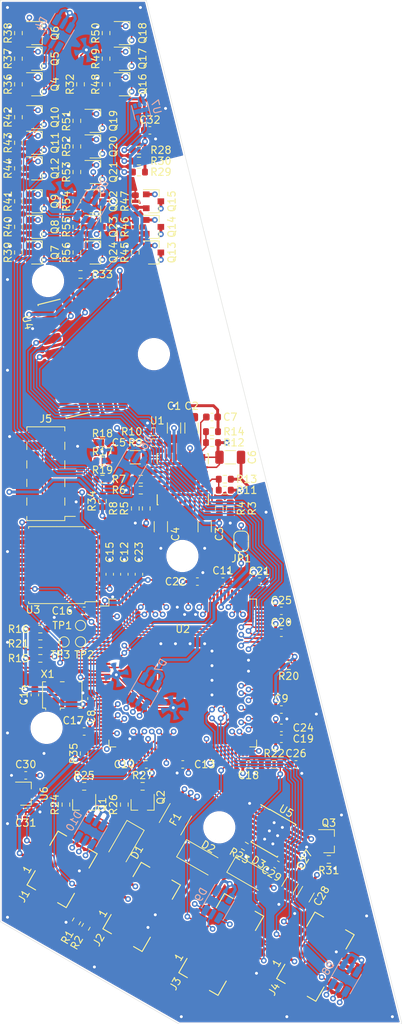
<source format=kicad_pcb>
(kicad_pcb (version 20171130) (host pcbnew 5.1.9)
  (title_block (title "Litter Robot 3 - Main board") (date 2021-05-02) (rev A1) (company "L. Sartory"))
  (layers (0 F.Cu signal) (1 In1.Cu signal) (2 In2.Cu signal) (31 B.Cu signal) (34 B.Paste user) (35 F.Paste user) (36 B.SilkS user) (37 F.SilkS user) (38 B.Mask user) (39 F.Mask user) (44 Edge.Cuts user))
  (net 0 "")
  (net 1 GND)
  (net 2 +15V)
  (net 3 +7V)
  (net 4 +3V3)
  (net 5 "Net-(D4-Pad6)")
  (net 6 "Net-(D4-Pad5)")
  (net 7 "Net-(D4-Pad4)")
  (net 8 "Net-(D5-Pad6)")
  (net 9 "Net-(D5-Pad5)")
  (net 10 "Net-(D5-Pad4)")
  (net 11 "Net-(D6-Pad6)")
  (net 12 "Net-(D6-Pad5)")
  (net 13 "Net-(D6-Pad4)")
  (net 14 "Net-(D7-Pad6)")
  (net 15 "Net-(D7-Pad5)")
  (net 16 "Net-(D7-Pad4)")
  (net 17 /Motor_P)
  (net 18 /Motor_N)
  (net 19 /Empty_button)
  (net 20 /Power_button)
  (net 21 /Cycle_button)
  (net 22 /Reset_button)
  (net 23 +2V5)
  (net 24 +1V2)
  (net 25 "/FPGA/FPGA config/JTAG_TDI")
  (net 26 "/FPGA/FPGA config/JTAG_TMS")
  (net 27 "/FPGA/FPGA config/JTAG_TDO")
  (net 28 "/FPGA/FPGA config/JTAG_TCK")
  (net 29 /FPGA/Power_good)
  (net 30 /FPGA/Light_sensor_SDA)
  (net 31 /FPGA/Light_sensor_SCL)
  (net 32 /FPGA/Light_sensor_INT)
  (net 33 "/FPGA/FPGA config/DATA0")
  (net 34 "/FPGA/FPGA config/DCLK")
  (net 35 "/FPGA/FPGA config/ASDO")
  (net 36 "/FPGA/FPGA config/~CS")
  (net 37 "/FPGA/FPGA config/CLK_20MHz")
  (net 38 /Extension_1)
  (net 39 /Extension_2)
  (net 40 /Extension_3)
  (net 41 /Extension_4)
  (net 42 "/Control panel/Left_LED_G")
  (net 43 "/Control panel/Left_LED_R")
  (net 44 "/Control panel/Left_LED_B")
  (net 45 "/Control panel/Right_LED_G")
  (net 46 "/Control panel/Right_LED_R")
  (net 47 "/Control panel/Right_LED_B")
  (net 48 "/Control panel/Center_LED_G")
  (net 49 "/Control panel/Center_LED_R")
  (net 50 "/Control panel/Center_LED_B")
  (net 51 "/Control panel/Cycle_LED_G")
  (net 52 "/Control panel/Cycle_LED_R")
  (net 53 "/Control panel/Cycle_LED_B")
  (net 54 "/Control panel/Reset_LED_G")
  (net 55 "/Control panel/Reset_LED_R")
  (net 56 "/Control panel/Reset_LED_B")
  (net 57 "/Control panel/Empty_LED_G")
  (net 58 "/Control panel/Empty_LED_R")
  (net 59 "/Control panel/Empty_LED_B")
  (net 60 "/Control panel/Power_LED_G")
  (net 61 "/Control panel/Power_LED_B")
  (net 62 "Net-(TP1-Pad1)")
  (net 63 "Net-(TP2-Pad1)")
  (net 64 "Net-(TP3-Pad1)")
  (net 65 /FPGA/Motor_PWM_1)
  (net 66 /FPGA/Motor_PWM_2)
  (net 67 /Weight_sensor_N)
  (net 68 /Power_P)
  (net 69 /Battery_P)
  (net 70 /DFI_1)
  (net 71 /DFI_2)
  (net 72 /Weight_sensor_P)
  (net 73 /FPGA/Weight_ref)
  (net 74 "Net-(Q19-Pad2)")
  (net 75 "Net-(Q20-Pad2)")
  (net 76 "Net-(Q21-Pad2)")
  (net 77 /Hall_sensor_VCC)
  (net 78 /Hall_sensor_R)
  (net 79 /Hall_sensor_L)
  (net 80 /FPGA/Hall_sensor_L)
  (net 81 /FPGA/Hall_sensor_R)
  (net 82 /Dome_LED_P)
  (net 83 /Dome_LED_N)
  (net 84 "/Dome LED/Dome_LED")
  (net 85 "Net-(JP1-Pad1)")
  (net 86 "Net-(Q3-Pad2)")
  (net 87 "Net-(Q4-Pad2)")
  (net 88 "Net-(Q5-Pad2)")
  (net 89 "Net-(Q6-Pad2)")
  (net 90 "Net-(Q7-Pad2)")
  (net 91 "Net-(Q8-Pad2)")
  (net 92 "Net-(Q9-Pad2)")
  (net 93 "Net-(Q10-Pad2)")
  (net 94 "Net-(Q11-Pad2)")
  (net 95 "Net-(Q12-Pad2)")
  (net 96 "Net-(Q13-Pad2)")
  (net 97 "Net-(Q14-Pad2)")
  (net 98 "Net-(Q15-Pad2)")
  (net 99 "Net-(Q16-Pad2)")
  (net 100 "Net-(Q17-Pad2)")
  (net 101 "Net-(Q18-Pad2)")
  (net 102 "Net-(Q24-Pad2)")
  (net 103 "Net-(C7-Pad1)")
  (net 104 "Net-(D1-Pad1)")
  (net 105 "Net-(D8-Pad6)")
  (net 106 "Net-(D8-Pad5)")
  (net 107 "Net-(D8-Pad4)")
  (net 108 "Net-(D9-Pad6)")
  (net 109 "Net-(D9-Pad5)")
  (net 110 "Net-(D9-Pad4)")
  (net 111 "Net-(D10-Pad6)")
  (net 112 "Net-(D10-Pad5)")
  (net 113 "Net-(D10-Pad4)")
  (net 114 "Net-(Q22-Pad2)")
  (net 115 "Net-(Q23-Pad2)")
  (net 116 "Net-(R3-Pad2)")
  (net 117 "Net-(R5-Pad2)")
  (net 118 "Net-(R6-Pad1)")
  (net 119 "Net-(R7-Pad1)")
  (net 120 "Net-(R10-Pad1)")
  (net 121 "Net-(R11-Pad2)")
  (net 122 "Net-(R12-Pad2)")
  (net 123 "Net-(R16-Pad2)")
  (net 124 "Net-(R20-Pad2)")
  (net 125 "Net-(R21-Pad2)")
  (net 126 "Net-(R23-Pad1)")
  (net 127 /Bluetooth/Bluetooth_~RESET)
  (net 128 /Bluetooth/Bluetooth_TX)
  (net 129 /Bluetooth/Bluetooth_RX)
  (net 130 /Bluetooth/Bluetooth_~RTS)
  (net 131 /Bluetooth/Bluetooth_~CTS)
  (net 132 "/Control panel/Power_LED_R")
  (module Capacitor_SMD:C_0603_1608Metric (layer F.Cu) (at 71.75 130 270)
    (fp_text reference C14 (at 0 1.5 90) (layer F.SilkS))
    (fp_text value 100nF)
    (pad 2 smd roundrect (at 0.775 0 270) (size 0.9 0.95) (layers F.Cu F.Paste F.Mask) (net 1 GND))
    (pad 1 smd roundrect (at -0.775 0 270) (size 0.9 0.95) (layers F.Cu F.Paste F.Mask) (net 4 +3V3))
  )
  (module Resistor_SMD:R_0603_1608Metric (layer F.Cu) (at 86 58.5 180)
    (fp_text reference R29 (at -3 0) (layer F.SilkS))
    (fp_text value 3.3k)
    (pad 2 smd roundrect (at 0.825 0 180) (size 0.8 0.95) (layers F.Cu F.Paste F.Mask) (net 31 /FPGA/Light_sensor_SCL))
    (pad 1 smd roundrect (at -0.825 0 180) (size 0.8 0.95) (layers F.Cu F.Paste F.Mask) (net 4 +3V3))
  )
  (module LitterRobot:Intel_EQFP-144-1EP_20x20mm_P0.5mm_EP6.7x6.7mm (layer F.Cu) (at 92 127)
    (fp_text reference U2 (at 0 -6) (layer F.SilkS))
    (fp_text value 10CL016YE144C8G)
    (pad 145 smd rect (at 0 0) (size 6.7 6.7) (layers F.Cu F.Mask) (net 1 GND))
    (pad 144 smd roundrect (at -8.75 -10.6625) (size 0.3 1.475) (layers F.Cu F.Paste F.Mask) (net 39 /Extension_2))
    (pad 143 smd roundrect (at -8.25 -10.6625) (size 0.3 1.475) (layers F.Cu F.Paste F.Mask) (net 40 /Extension_3))
    (pad 142 smd roundrect (at -7.75 -10.6625) (size 0.3 1.475) (layers F.Cu F.Paste F.Mask) (net 38 /Extension_1))
    (pad 141 smd roundrect (at -7.25 -10.6625) (size 0.3 1.475) (layers F.Cu F.Paste F.Mask) (net 41 /Extension_4))
    (pad 140 smd roundrect (at -6.75 -10.6625) (size 0.3 1.475) (layers F.Cu F.Paste F.Mask) (net 1 GND))
    (pad 139 smd roundrect (at -6.25 -10.6625) (size 0.3 1.475) (layers F.Cu F.Paste F.Mask) (net 4 +3V3))
    (pad 138 smd roundrect (at -5.75 -10.6625) (size 0.3 1.475) (layers F.Cu F.Paste F.Mask) (net 24 +1V2))
    (pad 137 smd roundrect (at -5.25 -10.6625) (size 0.3 1.475) (layers F.Cu F.Paste F.Mask) (net 71 /DFI_2))
    (pad 136 smd roundrect (at -4.75 -10.6625) (size 0.3 1.475) (layers F.Cu F.Paste F.Mask) (net 70 /DFI_1))
    (pad 135 smd roundrect (at -4.25 -10.6625) (size 0.3 1.475) (layers F.Cu F.Paste F.Mask) (net 44 "/Control panel/Left_LED_B"))
    (pad 134 smd roundrect (at -3.75 -10.6625) (size 0.3 1.475) (layers F.Cu F.Paste F.Mask) (net 24 +1V2))
    (pad 133 smd roundrect (at -3.25 -10.6625) (size 0.3 1.475) (layers F.Cu F.Paste F.Mask) (net 43 "/Control panel/Left_LED_R"))
    (pad 132 smd roundrect (at -2.75 -10.6625) (size 0.3 1.475) (layers F.Cu F.Paste F.Mask) (net 42 "/Control panel/Left_LED_G"))
    (pad 131 smd roundrect (at -2.25 -10.6625) (size 0.3 1.475) (layers F.Cu F.Paste F.Mask) (net 1 GND))
    (pad 130 smd roundrect (at -1.75 -10.6625) (size 0.3 1.475) (layers F.Cu F.Paste F.Mask) (net 4 +3V3))
    (pad 129 smd roundrect (at -1.25 -10.6625) (size 0.3 1.475) (layers F.Cu F.Paste F.Mask) (net 1 GND))
    (pad 128 smd roundrect (at -0.75 -10.6625) (size 0.3 1.475) (layers F.Cu F.Paste F.Mask) (net 1 GND))
    (pad 127 smd roundrect (at -0.25 -10.6625) (size 0.3 1.475) (layers F.Cu F.Paste F.Mask) (net 1 GND))
    (pad 126 smd roundrect (at 0.25 -10.6625) (size 0.3 1.475) (layers F.Cu F.Paste F.Mask) (net 1 GND))
    (pad 125 smd roundrect (at 0.75 -10.6625) (size 0.3 1.475) (layers F.Cu F.Paste F.Mask) (net 56 "/Control panel/Reset_LED_B"))
    (pad 124 smd roundrect (at 1.25 -10.6625) (size 0.3 1.475) (layers F.Cu F.Paste F.Mask) (net 24 +1V2))
    (pad 123 smd roundrect (at 1.75 -10.6625) (size 0.3 1.475) (layers F.Cu F.Paste F.Mask) (net 1 GND))
    (pad 122 smd roundrect (at 2.25 -10.6625) (size 0.3 1.475) (layers F.Cu F.Paste F.Mask) (net 4 +3V3))
    (pad 121 smd roundrect (at 2.75 -10.6625) (size 0.3 1.475) (layers F.Cu F.Paste F.Mask) (net 55 "/Control panel/Reset_LED_R"))
    (pad 120 smd roundrect (at 3.25 -10.6625) (size 0.3 1.475) (layers F.Cu F.Paste F.Mask) (net 54 "/Control panel/Reset_LED_G"))
    (pad 119 smd roundrect (at 3.75 -10.6625) (size 0.3 1.475) (layers F.Cu F.Paste F.Mask))
    (pad 118 smd roundrect (at 4.25 -10.6625) (size 0.3 1.475) (layers F.Cu F.Paste F.Mask) (net 1 GND))
    (pad 117 smd roundrect (at 4.75 -10.6625) (size 0.3 1.475) (layers F.Cu F.Paste F.Mask) (net 4 +3V3))
    (pad 116 smd roundrect (at 5.25 -10.6625) (size 0.3 1.475) (layers F.Cu F.Paste F.Mask) (net 24 +1V2))
    (pad 115 smd roundrect (at 5.75 -10.6625) (size 0.3 1.475) (layers F.Cu F.Paste F.Mask))
    (pad 114 smd roundrect (at 6.25 -10.6625) (size 0.3 1.475) (layers F.Cu F.Paste F.Mask))
    (pad 113 smd roundrect (at 6.75 -10.6625) (size 0.3 1.475) (layers F.Cu F.Paste F.Mask) (net 31 /FPGA/Light_sensor_SCL))
    (pad 112 smd roundrect (at 7.25 -10.6625) (size 0.3 1.475) (layers F.Cu F.Paste F.Mask) (net 32 /FPGA/Light_sensor_INT))
    (pad 111 smd roundrect (at 7.75 -10.6625) (size 0.3 1.475) (layers F.Cu F.Paste F.Mask) (net 30 /FPGA/Light_sensor_SDA))
    (pad 110 smd roundrect (at 8.25 -10.6625) (size 0.3 1.475) (layers F.Cu F.Paste F.Mask) (net 1 GND))
    (pad 109 smd roundrect (at 8.75 -10.6625) (size 0.3 1.475) (layers F.Cu F.Paste F.Mask) (net 24 +1V2))
    (pad 108 smd roundrect (at 10.6625 -8.75) (size 1.475 0.3) (layers F.Cu F.Paste F.Mask) (net 1 GND))
    (pad 107 smd roundrect (at 10.6625 -8.25) (size 1.475 0.3) (layers F.Cu F.Paste F.Mask) (net 23 +2V5))
    (pad 106 smd roundrect (at 10.6625 -7.75) (size 1.475 0.3) (layers F.Cu F.Paste F.Mask))
    (pad 105 smd roundrect (at 10.6625 -7.25) (size 1.475 0.3) (layers F.Cu F.Paste F.Mask))
    (pad 104 smd roundrect (at 10.6625 -6.75) (size 1.475 0.3) (layers F.Cu F.Paste F.Mask) (net 1 GND))
    (pad 103 smd roundrect (at 10.6625 -6.25) (size 1.475 0.3) (layers F.Cu F.Paste F.Mask) (net 129 /Bluetooth/Bluetooth_RX))
    (pad 102 smd roundrect (at 10.6625 -5.75) (size 1.475 0.3) (layers F.Cu F.Paste F.Mask) (net 24 +1V2))
    (pad 101 smd roundrect (at 10.6625 -5.25) (size 1.475 0.3) (layers F.Cu F.Paste F.Mask) (net 131 /Bluetooth/Bluetooth_~CTS))
    (pad 100 smd roundrect (at 10.6625 -4.75) (size 1.475 0.3) (layers F.Cu F.Paste F.Mask) (net 130 /Bluetooth/Bluetooth_~RTS))
    (pad 99 smd roundrect (at 10.6625 -4.25) (size 1.475 0.3) (layers F.Cu F.Paste F.Mask) (net 128 /Bluetooth/Bluetooth_TX))
    (pad 98 smd roundrect (at 10.6625 -3.75) (size 1.475 0.3) (layers F.Cu F.Paste F.Mask) (net 127 /Bluetooth/Bluetooth_~RESET))
    (pad 97 smd roundrect (at 10.6625 -3.25) (size 1.475 0.3) (layers F.Cu F.Paste F.Mask) (net 1 GND))
    (pad 96 smd roundrect (at 10.6625 -2.75) (size 1.475 0.3) (layers F.Cu F.Paste F.Mask) (net 4 +3V3))
    (pad 95 smd roundrect (at 10.6625 -2.25) (size 1.475 0.3) (layers F.Cu F.Paste F.Mask) (net 1 GND))
    (pad 94 smd roundrect (at 10.6625 -1.75) (size 1.475 0.3) (layers F.Cu F.Paste F.Mask) (net 1 GND))
    (pad 93 smd roundrect (at 10.6625 -1.25) (size 1.475 0.3) (layers F.Cu F.Paste F.Mask) (net 4 +3V3))
    (pad 92 smd roundrect (at 10.6625 -0.75) (size 1.475 0.3) (layers F.Cu F.Paste F.Mask) (net 124 "Net-(R20-Pad2)"))
    (pad 91 smd roundrect (at 10.6625 -0.25) (size 1.475 0.3) (layers F.Cu F.Paste F.Mask) (net 1 GND))
    (pad 90 smd roundrect (at 10.6625 0.25) (size 1.475 0.3) (layers F.Cu F.Paste F.Mask) (net 1 GND))
    (pad 89 smd roundrect (at 10.6625 0.75) (size 1.475 0.3) (layers F.Cu F.Paste F.Mask) (net 1 GND))
    (pad 88 smd roundrect (at 10.6625 1.25) (size 1.475 0.3) (layers F.Cu F.Paste F.Mask) (net 1 GND))
    (pad 87 smd roundrect (at 10.6625 1.75) (size 1.475 0.3) (layers F.Cu F.Paste F.Mask) (net 49 "/Control panel/Center_LED_R"))
    (pad 86 smd roundrect (at 10.6625 2.25) (size 1.475 0.3) (layers F.Cu F.Paste F.Mask) (net 48 "/Control panel/Center_LED_G"))
    (pad 85 smd roundrect (at 10.6625 2.75) (size 1.475 0.3) (layers F.Cu F.Paste F.Mask) (net 50 "/Control panel/Center_LED_B"))
    (pad 84 smd roundrect (at 10.6625 3.25) (size 1.475 0.3) (layers F.Cu F.Paste F.Mask) (net 24 +1V2))
    (pad 83 smd roundrect (at 10.6625 3.75) (size 1.475 0.3) (layers F.Cu F.Paste F.Mask) (net 84 "/Dome LED/Dome_LED"))
    (pad 82 smd roundrect (at 10.6625 4.25) (size 1.475 0.3) (layers F.Cu F.Paste F.Mask) (net 1 GND))
    (pad 81 smd roundrect (at 10.6625 4.75) (size 1.475 0.3) (layers F.Cu F.Paste F.Mask) (net 4 +3V3))
    (pad 80 smd roundrect (at 10.6625 5.25) (size 1.475 0.3) (layers F.Cu F.Paste F.Mask) (net 47 "/Control panel/Right_LED_B"))
    (pad 79 smd roundrect (at 10.6625 5.75) (size 1.475 0.3) (layers F.Cu F.Paste F.Mask) (net 1 GND))
    (pad 78 smd roundrect (at 10.6625 6.25) (size 1.475 0.3) (layers F.Cu F.Paste F.Mask) (net 24 +1V2))
    (pad 77 smd roundrect (at 10.6625 6.75) (size 1.475 0.3) (layers F.Cu F.Paste F.Mask) (net 46 "/Control panel/Right_LED_R"))
    (pad 76 smd roundrect (at 10.6625 7.25) (size 1.475 0.3) (layers F.Cu F.Paste F.Mask) (net 132 "/Control panel/Power_LED_R"))
    (pad 75 smd roundrect (at 10.6625 7.75) (size 1.475 0.3) (layers F.Cu F.Paste F.Mask) (net 23 +2V5))
    (pad 74 smd roundrect (at 10.6625 8.25) (size 1.475 0.3) (layers F.Cu F.Paste F.Mask) (net 1 GND))
    (pad 73 smd roundrect (at 10.6625 8.75) (size 1.475 0.3) (layers F.Cu F.Paste F.Mask) (net 24 +1V2))
    (pad 72 smd roundrect (at 8.75 10.6625) (size 0.3 1.475) (layers F.Cu F.Paste F.Mask) (net 60 "/Control panel/Power_LED_G"))
    (pad 71 smd roundrect (at 8.25 10.6625) (size 0.3 1.475) (layers F.Cu F.Paste F.Mask) (net 61 "/Control panel/Power_LED_B"))
    (pad 70 smd roundrect (at 7.75 10.6625) (size 0.3 1.475) (layers F.Cu F.Paste F.Mask) (net 24 +1V2))
    (pad 69 smd roundrect (at 7.25 10.6625) (size 0.3 1.475) (layers F.Cu F.Paste F.Mask) (net 45 "/Control panel/Right_LED_G"))
    (pad 68 smd roundrect (at 6.75 10.6625) (size 0.3 1.475) (layers F.Cu F.Paste F.Mask) (net 73 /FPGA/Weight_ref))
    (pad 67 smd roundrect (at 6.25 10.6625) (size 0.3 1.475) (layers F.Cu F.Paste F.Mask) (net 67 /Weight_sensor_N))
    (pad 66 smd roundrect (at 5.75 10.6625) (size 0.3 1.475) (layers F.Cu F.Paste F.Mask) (net 72 /Weight_sensor_P))
    (pad 65 smd roundrect (at 5.25 10.6625) (size 0.3 1.475) (layers F.Cu F.Paste F.Mask))
    (pad 64 smd roundrect (at 4.75 10.6625) (size 0.3 1.475) (layers F.Cu F.Paste F.Mask) (net 1 GND))
    (pad 63 smd roundrect (at 4.25 10.6625) (size 0.3 1.475) (layers F.Cu F.Paste F.Mask) (net 1 GND))
    (pad 62 smd roundrect (at 3.75 10.6625) (size 0.3 1.475) (layers F.Cu F.Paste F.Mask) (net 4 +3V3))
    (pad 61 smd roundrect (at 3.25 10.6625) (size 0.3 1.475) (layers F.Cu F.Paste F.Mask) (net 24 +1V2))
    (pad 60 smd roundrect (at 2.75 10.6625) (size 0.3 1.475) (layers F.Cu F.Paste F.Mask) (net 66 /FPGA/Motor_PWM_2))
    (pad 59 smd roundrect (at 2.25 10.6625) (size 0.3 1.475) (layers F.Cu F.Paste F.Mask) (net 65 /FPGA/Motor_PWM_1))
    (pad 58 smd roundrect (at 1.75 10.6625) (size 0.3 1.475) (layers F.Cu F.Paste F.Mask))
    (pad 57 smd roundrect (at 1.25 10.6625) (size 0.3 1.475) (layers F.Cu F.Paste F.Mask) (net 1 GND))
    (pad 56 smd roundrect (at 0.75 10.6625) (size 0.3 1.475) (layers F.Cu F.Paste F.Mask) (net 4 +3V3))
    (pad 55 smd roundrect (at 0.25 10.6625) (size 0.3 1.475) (layers F.Cu F.Paste F.Mask) (net 1 GND))
    (pad 54 smd roundrect (at -0.25 10.6625) (size 0.3 1.475) (layers F.Cu F.Paste F.Mask) (net 1 GND))
    (pad 53 smd roundrect (at -0.75 10.6625) (size 0.3 1.475) (layers F.Cu F.Paste F.Mask) (net 1 GND))
    (pad 52 smd roundrect (at -1.25 10.6625) (size 0.3 1.475) (layers F.Cu F.Paste F.Mask) (net 1 GND))
    (pad 51 smd roundrect (at -1.75 10.6625) (size 0.3 1.475) (layers F.Cu F.Paste F.Mask) (net 57 "/Control panel/Empty_LED_G"))
    (pad 50 smd roundrect (at -2.25 10.6625) (size 0.3 1.475) (layers F.Cu F.Paste F.Mask) (net 58 "/Control panel/Empty_LED_R"))
    (pad 49 smd roundrect (at -2.75 10.6625) (size 0.3 1.475) (layers F.Cu F.Paste F.Mask) (net 59 "/Control panel/Empty_LED_B"))
    (pad 48 smd roundrect (at -3.25 10.6625) (size 0.3 1.475) (layers F.Cu F.Paste F.Mask) (net 1 GND))
    (pad 47 smd roundrect (at -3.75 10.6625) (size 0.3 1.475) (layers F.Cu F.Paste F.Mask) (net 4 +3V3))
    (pad 46 smd roundrect (at -4.25 10.6625) (size 0.3 1.475) (layers F.Cu F.Paste F.Mask) (net 80 /FPGA/Hall_sensor_L))
    (pad 45 smd roundrect (at -4.75 10.6625) (size 0.3 1.475) (layers F.Cu F.Paste F.Mask) (net 24 +1V2))
    (pad 44 smd roundrect (at -5.25 10.6625) (size 0.3 1.475) (layers F.Cu F.Paste F.Mask) (net 81 /FPGA/Hall_sensor_R))
    (pad 43 smd roundrect (at -5.75 10.6625) (size 0.3 1.475) (layers F.Cu F.Paste F.Mask) (net 51 "/Control panel/Cycle_LED_G"))
    (pad 42 smd roundrect (at -6.25 10.6625) (size 0.3 1.475) (layers F.Cu F.Paste F.Mask) (net 53 "/Control panel/Cycle_LED_B"))
    (pad 41 smd roundrect (at -6.75 10.6625) (size 0.3 1.475) (layers F.Cu F.Paste F.Mask) (net 1 GND))
    (pad 40 smd roundrect (at -7.25 10.6625) (size 0.3 1.475) (layers F.Cu F.Paste F.Mask) (net 4 +3V3))
    (pad 39 smd roundrect (at -7.75 10.6625) (size 0.3 1.475) (layers F.Cu F.Paste F.Mask) (net 52 "/Control panel/Cycle_LED_R"))
    (pad 38 smd roundrect (at -8.25 10.6625) (size 0.3 1.475) (layers F.Cu F.Paste F.Mask) (net 24 +1V2))
    (pad 37 smd roundrect (at -8.75 10.6625) (size 0.3 1.475) (layers F.Cu F.Paste F.Mask) (net 24 +1V2))
    (pad 36 smd roundrect (at -10.6625 8.75) (size 1.475 0.3) (layers F.Cu F.Paste F.Mask) (net 1 GND))
    (pad 35 smd roundrect (at -10.6625 8.25) (size 1.475 0.3) (layers F.Cu F.Paste F.Mask) (net 23 +2V5))
    (pad 34 smd roundrect (at -10.6625 7.75) (size 1.475 0.3) (layers F.Cu F.Paste F.Mask) (net 24 +1V2))
    (pad 33 smd roundrect (at -10.6625 7.25) (size 1.475 0.3) (layers F.Cu F.Paste F.Mask) (net 22 /Reset_button))
    (pad 32 smd roundrect (at -10.6625 6.75) (size 1.475 0.3) (layers F.Cu F.Paste F.Mask) (net 19 /Empty_button))
    (pad 31 smd roundrect (at -10.6625 6.25) (size 1.475 0.3) (layers F.Cu F.Paste F.Mask) (net 21 /Cycle_button))
    (pad 30 smd roundrect (at -10.6625 5.75) (size 1.475 0.3) (layers F.Cu F.Paste F.Mask) (net 1 GND))
    (pad 29 smd roundrect (at -10.6625 5.25) (size 1.475 0.3) (layers F.Cu F.Paste F.Mask) (net 24 +1V2))
    (pad 28 smd roundrect (at -10.6625 4.75) (size 1.475 0.3) (layers F.Cu F.Paste F.Mask) (net 20 /Power_button))
    (pad 27 smd roundrect (at -10.6625 4.25) (size 1.475 0.3) (layers F.Cu F.Paste F.Mask) (net 1 GND))
    (pad 26 smd roundrect (at -10.6625 3.75) (size 1.475 0.3) (layers F.Cu F.Paste F.Mask) (net 4 +3V3))
    (pad 25 smd roundrect (at -10.6625 3.25) (size 1.475 0.3) (layers F.Cu F.Paste F.Mask) (net 1 GND))
    (pad 24 smd roundrect (at -10.6625 2.75) (size 1.475 0.3) (layers F.Cu F.Paste F.Mask) (net 1 GND))
    (pad 23 smd roundrect (at -10.6625 2.25) (size 1.475 0.3) (layers F.Cu F.Paste F.Mask) (net 1 GND))
    (pad 22 smd roundrect (at -10.6625 1.75) (size 1.475 0.3) (layers F.Cu F.Paste F.Mask) (net 37 "/FPGA/FPGA config/CLK_20MHz"))
    (pad 21 smd roundrect (at -10.6625 1.25) (size 1.475 0.3) (layers F.Cu F.Paste F.Mask) (net 1 GND))
    (pad 20 smd roundrect (at -10.6625 0.75) (size 1.475 0.3) (layers F.Cu F.Paste F.Mask) (net 27 "/FPGA/FPGA config/JTAG_TDO"))
    (pad 19 smd roundrect (at -10.6625 0.25) (size 1.475 0.3) (layers F.Cu F.Paste F.Mask) (net 1 GND))
    (pad 18 smd roundrect (at -10.6625 -0.25) (size 1.475 0.3) (layers F.Cu F.Paste F.Mask) (net 26 "/FPGA/FPGA config/JTAG_TMS"))
    (pad 17 smd roundrect (at -10.6625 -0.75) (size 1.475 0.3) (layers F.Cu F.Paste F.Mask) (net 4 +3V3))
    (pad 16 smd roundrect (at -10.6625 -1.25) (size 1.475 0.3) (layers F.Cu F.Paste F.Mask) (net 28 "/FPGA/FPGA config/JTAG_TCK"))
    (pad 15 smd roundrect (at -10.6625 -1.75) (size 1.475 0.3) (layers F.Cu F.Paste F.Mask) (net 25 "/FPGA/FPGA config/JTAG_TDI"))
    (pad 14 smd roundrect (at -10.6625 -2.25) (size 1.475 0.3) (layers F.Cu F.Paste F.Mask) (net 29 /FPGA/Power_good))
    (pad 13 smd roundrect (at -10.6625 -2.75) (size 1.475 0.3) (layers F.Cu F.Paste F.Mask) (net 33 "/FPGA/FPGA config/DATA0"))
    (pad 12 smd roundrect (at -10.6625 -3.25) (size 1.475 0.3) (layers F.Cu F.Paste F.Mask) (net 34 "/FPGA/FPGA config/DCLK"))
    (pad 11 smd roundrect (at -10.6625 -3.75) (size 1.475 0.3) (layers F.Cu F.Paste F.Mask) (net 64 "Net-(TP3-Pad1)"))
    (pad 10 smd roundrect (at -10.6625 -4.25) (size 1.475 0.3) (layers F.Cu F.Paste F.Mask) (net 63 "Net-(TP2-Pad1)"))
    (pad 9 smd roundrect (at -10.6625 -4.75) (size 1.475 0.3) (layers F.Cu F.Paste F.Mask) (net 123 "Net-(R16-Pad2)"))
    (pad 8 smd roundrect (at -10.6625 -5.25) (size 1.475 0.3) (layers F.Cu F.Paste F.Mask) (net 36 "/FPGA/FPGA config/~CS"))
    (pad 7 smd roundrect (at -10.6625 -5.75) (size 1.475 0.3) (layers F.Cu F.Paste F.Mask) (net 62 "Net-(TP1-Pad1)"))
    (pad 6 smd roundrect (at -10.6625 -6.25) (size 1.475 0.3) (layers F.Cu F.Paste F.Mask) (net 35 "/FPGA/FPGA config/ASDO"))
    (pad 5 smd roundrect (at -10.6625 -6.75) (size 1.475 0.3) (layers F.Cu F.Paste F.Mask) (net 24 +1V2))
    (pad 4 smd roundrect (at -10.6625 -7.25) (size 1.475 0.3) (layers F.Cu F.Paste F.Mask) (net 1 GND))
    (pad 3 smd roundrect (at -10.6625 -7.75) (size 1.475 0.3) (layers F.Cu F.Paste F.Mask) (net 23 +2V5))
    (pad 2 smd roundrect (at -10.6625 -8.25) (size 1.475 0.3) (layers F.Cu F.Paste F.Mask) (net 1 GND))
    (pad 1 smd roundrect (at -10.6625 -8.75) (size 1.475 0.3) (layers F.Cu F.Paste F.Mask) (net 24 +1V2))
  )
  (module LitterRobot:MXCHIP_EMB1061 (layer F.Cu) (at 85.75 81.5 284)
    (fp_text reference U4 (at -6 14 284) (layer F.SilkS))
    (fp_text value EMB1061)
    (pad 22 smd roundrect (at 7.6 -4 104) (size 2 1.2) (layers F.Cu F.Paste F.Mask) (net 1 GND))
    (pad 1 smd rect (at -7.6 -4 284) (size 2 1.2) (layers F.Cu F.Paste F.Mask))
    (pad 2 smd roundrect (at -7.6 -2 284) (size 2 1.2) (layers F.Cu F.Paste F.Mask))
    (pad 3 smd roundrect (at -7.6 0 284) (size 2 1.2) (layers F.Cu F.Paste F.Mask) (net 127 /Bluetooth/Bluetooth_~RESET))
    (pad 4 smd roundrect (at -7.6 2 284) (size 2 1.2) (layers F.Cu F.Paste F.Mask))
    (pad 5 smd roundrect (at -7.6 4 284) (size 2 1.2) (layers F.Cu F.Paste F.Mask))
    (pad 6 smd roundrect (at -7.6 6 284) (size 2 1.2) (layers F.Cu F.Paste F.Mask) (net 130 /Bluetooth/Bluetooth_~RTS))
    (pad 7 smd roundrect (at -7.6 8 284) (size 2 1.2) (layers F.Cu F.Paste F.Mask) (net 131 /Bluetooth/Bluetooth_~CTS))
    (pad 8 smd roundrect (at -7 11.3 14) (size 2.6 1.2) (layers F.Cu F.Paste F.Mask) (net 4 +3V3))
    (pad 9 smd roundrect (at -5 11.3 14) (size 2.6 1.2) (layers F.Cu F.Paste F.Mask) (net 1 GND))
    (pad 10 smd roundrect (at -3 11.3 14) (size 2.6 1.2) (layers F.Cu F.Paste F.Mask) (net 129 /Bluetooth/Bluetooth_RX))
    (pad 11 smd roundrect (at -1 11.3 14) (size 2.6 1.2) (layers F.Cu F.Paste F.Mask) (net 128 /Bluetooth/Bluetooth_TX))
    (pad 12 smd roundrect (at 1 11.3 14) (size 2.6 1.2) (layers F.Cu F.Paste F.Mask))
    (pad 13 smd roundrect (at 3 11.3 14) (size 2.6 1.2) (layers F.Cu F.Paste F.Mask))
    (pad 14 smd roundrect (at 5 11.3 14) (size 2.6 1.2) (layers F.Cu F.Paste F.Mask))
    (pad 15 smd roundrect (at 7 11.3 14) (size 2.6 1.2) (layers F.Cu F.Paste F.Mask))
    (pad 16 smd roundrect (at 7.6 8 104) (size 2 1.2) (layers F.Cu F.Paste F.Mask))
    (pad 17 smd roundrect (at 7.6 6 104) (size 2 1.2) (layers F.Cu F.Paste F.Mask))
    (pad 18 smd roundrect (at 7.6 4 104) (size 2 1.2) (layers F.Cu F.Paste F.Mask))
    (pad 19 smd roundrect (at 7.6 2 104) (size 2 1.2) (layers F.Cu F.Paste F.Mask))
    (pad 20 smd roundrect (at 7.6 0 104) (size 2 1.2) (layers F.Cu F.Paste F.Mask))
    (pad 21 smd roundrect (at 7.6 -2 104) (size 2 1.2) (layers F.Cu F.Paste F.Mask))
  )
  (module LitterRobot:PCB_Push_Button_5mm_0.4mm (layer B.Cu) (at 78.8 41.8 60)
    (fp_text reference SW1 hide)
    (fp_text value PCB_Push_Button hide)
    (fp_poly (pts (xy -0.15 1.1) (xy 0.15 1.1) (xy 0.55 2.1) (xy 0.65 2.1) (xy 0.2 1) (xy -0.2 1) (xy -0.65 2.1) (xy -0.55 2.1)) (layer B.Cu) (width 0))
    (fp_arc (start 0 0) (end -0.59 2.07) (angle 328.1823362) (layer B.Cu) (width 0.1))
    (pad 1 smd custom (at 0 0 60) (size 0.6 0.6) (layers B.Cu) (net 20 /Power_button) (options (clearance outline) (anchor circle)) (primitives (gr_circle (center 0 0) (end 0.6 0) (width 0)) (gr_line (start -1 -1) (end 1 1) (width 0.4)) (gr_line (start -1 1) (end 1 -1) (width 0.4)) (gr_poly (pts (xy -0.848528 0.565685) (xy -0.565685 0.848528) (xy -0.827315 1.477853) (xy -1.202082 1.202082) (xy -1.477853 0.827315)) (width 0)) (gr_poly (pts (xy 0.565685 0.848528) (xy 0.848528 0.565685) (xy 1.477853 0.827315) (xy 1.202082 1.202082) (xy 0.827315 1.477853)) (width 0)) (gr_poly (pts (xy 0.848528 -0.565685) (xy 0.565685 -0.848528) (xy 0.827315 -1.477853) (xy 1.202082 -1.202082) (xy 1.477853 -0.827315)) (width 0)) (gr_poly (pts (xy -0.565685 -0.848528) (xy -0.848528 -0.565685) (xy -1.477853 -0.827315) (xy -1.202082 -1.202082) (xy -0.827315 -1.477853)) (width 0))))
    (pad 2 smd custom (at 0 2 60) (size 0.8 0.8) (layers B.Cu) (net 1 GND) (options (clearance outline) (anchor circle)) (primitives (gr_circle (center 0 -2) (end 2.3 -2) (width 0.4)) (gr_poly (pts (xy -0.2 -1) (xy 0.2 -1) (xy 0.73 0.3) (xy -0.73 0.3)) (width 0)) (gr_poly (pts (xy 1 -1.8) (xy 1 -2.2) (xy 2.3 -2.73) (xy 2.3 -1.27)) (width 0)) (gr_poly (pts (xy -0.2 -3) (xy 0.2 -3) (xy 0.73 -4.3) (xy -0.73 -4.3)) (width 0)) (gr_poly (pts (xy -1 -2.2) (xy -1 -1.8) (xy -2.3 -1.27) (xy -2.3 -2.73)) (width 0))))
    (pad 1 thru_hole circle (at 0 0 60) (size 0.8 0.8) (drill 0.4) (layers *.Cu) (net 20 /Power_button))
  )
  (module LitterRobot:Texas_DRV8871 (layer F.Cu) (at 104.422174 148.918162 330)
    (fp_text reference U5 (at 0 -3.5 150) (layer F.SilkS))
    (fp_text value DRV8871DDA)
    (pad 9 thru_hole circle (at 0.65 1.3 330) (size 0.8 0.8) (drill 0.4) (layers *.Cu) (net 1 GND))
    (pad 9 thru_hole circle (at -0.65 1.3 330) (size 0.8 0.8) (drill 0.4) (layers *.Cu) (net 1 GND))
    (pad 9 thru_hole circle (at 0.65 -1.3 330) (size 0.8 0.8) (drill 0.4) (layers *.Cu) (net 1 GND))
    (pad 9 thru_hole circle (at 0.65 0 330) (size 0.8 0.8) (drill 0.4) (layers *.Cu) (net 1 GND))
    (pad 9 thru_hole circle (at -0.65 0 330) (size 0.8 0.8) (drill 0.4) (layers *.Cu) (net 1 GND))
    (pad 9 thru_hole circle (at -0.65 -1.3 330) (size 0.8 0.8) (drill 0.4) (layers *.Cu) (net 1 GND))
    (pad 9 smd roundrect (at 0 0 330) (size 2.95 4.9) (layers F.Cu) (roundrect_rratio 0.1) (net 1 GND))
    (pad 8 smd roundrect (at 2.875 -1.905 330) (size 2.2 0.5) (layers F.Cu F.Paste F.Mask) (net 18 /Motor_N))
    (pad 7 smd roundrect (at 2.875 -0.635 330) (size 2.2 0.5) (layers F.Cu F.Paste F.Mask) (net 1 GND))
    (pad 6 smd roundrect (at 2.875 0.635 330) (size 2.2 0.5) (layers F.Cu F.Paste F.Mask) (net 17 /Motor_P))
    (pad 5 smd roundrect (at 2.875 1.905 330) (size 2.2 0.5) (layers F.Cu F.Paste F.Mask) (net 2 +15V))
    (pad 4 smd roundrect (at -2.875 1.905 330) (size 2.2 0.5) (layers F.Cu F.Paste F.Mask) (net 126 "Net-(R23-Pad1)"))
    (pad 3 smd roundrect (at -2.875 0.635 330) (size 2.2 0.5) (layers F.Cu F.Paste F.Mask) (net 65 /FPGA/Motor_PWM_1))
    (pad 2 smd roundrect (at -2.875 -0.635 330) (size 2.2 0.5) (layers F.Cu F.Paste F.Mask) (net 66 /FPGA/Motor_PWM_2))
    (pad 1 smd rect (at -2.875 -1.905 330) (size 2.2 0.5) (layers F.Cu F.Paste F.Mask) (net 1 GND))
  )
  (module LitterRobot:Vishay_SlimSMAW (layer F.Cu) (at 101.375007 154.608807 330)
    (fp_text reference D3 (at 0 -2 150) (layer F.SilkS))
    (fp_text value VS-2EYH02HM3/H)
    (pad 1 smd rect (at -2.2 0 330) (size 1.4 2.1) (layers F.Cu F.Paste F.Mask) (net 82 /Dome_LED_P))
    (pad 2 smd rect (at 2.2 0 330) (size 1.4 2.1) (layers F.Cu F.Paste F.Mask) (net 3 +7V))
  )
  (module LitterRobot:Vishay_SlimSMAW (layer F.Cu) (at 94.5 152.5 330)
    (fp_text reference D2 (at 0 -2 150) (layer F.SilkS))
    (fp_text value VS-2EYH02HM3/H)
    (pad 2 smd rect (at 2.2 0 330) (size 1.4 2.1) (layers F.Cu F.Paste F.Mask) (net 69 /Battery_P))
    (pad 1 smd rect (at -2.2 0 330) (size 1.4 2.1) (layers F.Cu F.Paste F.Mask) (net 104 "Net-(D1-Pad1)"))
  )
  (module LitterRobot:Vishay_SlimSMAW (layer F.Cu) (at 84 150.5 240)
    (fp_text reference D1 (at 0 -2 60) (layer F.SilkS))
    (fp_text value VS-2EYH02HM3/H)
    (pad 2 smd rect (at 2.2 0 240) (size 1.4 2.1) (layers F.Cu F.Paste F.Mask) (net 68 /Power_P))
    (pad 1 smd rect (at -2.2 0 240) (size 1.4 2.1) (layers F.Cu F.Paste F.Mask) (net 104 "Net-(D1-Pad1)"))
  )
  (module Capacitor_SMD:C_1206_3216Metric (layer F.Cu) (at 108.850378 157.248289 240)
    (fp_text reference C28 (at -0.856823 -1.987483 60) (layer F.SilkS))
    (fp_text value 47µF)
    (pad 2 smd roundrect (at 1.475 0 240) (size 1.15 1.8) (layers F.Cu F.Paste F.Mask) (roundrect_rratio 0.217391) (net 1 GND))
    (pad 1 smd roundrect (at -1.475 0 240) (size 1.15 1.8) (layers F.Cu F.Paste F.Mask) (roundrect_rratio 0.217391) (net 2 +15V))
  )
  (module Capacitor_SMD:C_1206_3216Metric (layer F.Cu) (at 106.685314 155.998289 240)
    (fp_text reference C27 (at -4 0 60) (layer F.SilkS))
    (fp_text value 47µF)
    (pad 2 smd roundrect (at 1.475 0 240) (size 1.15 1.8) (layers F.Cu F.Paste F.Mask) (roundrect_rratio 0.217391) (net 1 GND))
    (pad 1 smd roundrect (at -1.475 0 240) (size 1.15 1.8) (layers F.Cu F.Paste F.Mask) (roundrect_rratio 0.217391) (net 2 +15V))
  )
  (module Capacitor_SMD:C_1206_3216Metric (layer F.Cu) (at 98.5 97.5)
    (fp_text reference C6 (at 3 0 90) (layer F.SilkS))
    (fp_text value 22µF)
    (pad 2 smd roundrect (at 1.475 0) (size 1.15 1.8) (layers F.Cu F.Paste F.Mask) (roundrect_rratio 0.217391) (net 1 GND))
    (pad 1 smd roundrect (at -1.475 0) (size 1.15 1.8) (layers F.Cu F.Paste F.Mask) (roundrect_rratio 0.217391) (net 24 +1V2))
  )
  (module Capacitor_SMD:C_1206_3216Metric (layer F.Cu) (at 85.5 97.5 180)
    (fp_text reference C5 (at 2.25 2 180) (layer F.SilkS))
    (fp_text value 22µF)
    (pad 2 smd roundrect (at 1.475 0 180) (size 1.15 1.8) (layers F.Cu F.Paste F.Mask) (roundrect_rratio 0.217391) (net 1 GND))
    (pad 1 smd roundrect (at -1.475 0 180) (size 1.15 1.8) (layers F.Cu F.Paste F.Mask) (roundrect_rratio 0.217391) (net 23 +2V5))
  )
  (module Capacitor_SMD:C_1206_3216Metric (layer F.Cu) (at 89 107 270)
    (fp_text reference C4 (at 1 -2 270) (layer F.SilkS))
    (fp_text value 22µF)
    (pad 2 smd roundrect (at 1.475 0 270) (size 1.15 1.8) (layers F.Cu F.Paste F.Mask) (roundrect_rratio 0.217391) (net 1 GND))
    (pad 1 smd roundrect (at -1.475 0 270) (size 1.15 1.8) (layers F.Cu F.Paste F.Mask) (roundrect_rratio 0.217391) (net 4 +3V3))
  )
  (module Capacitor_SMD:C_1206_3216Metric (layer F.Cu) (at 95 107 270)
    (fp_text reference C3 (at 1 -2 270) (layer F.SilkS))
    (fp_text value 22µF)
    (pad 2 smd roundrect (at 1.475 0 270) (size 1.15 1.8) (layers F.Cu F.Paste F.Mask) (roundrect_rratio 0.217391) (net 1 GND))
    (pad 1 smd roundrect (at -1.475 0 270) (size 1.15 1.8) (layers F.Cu F.Paste F.Mask) (roundrect_rratio 0.217391) (net 3 +7V))
  )
  (module Capacitor_SMD:C_1206_3216Metric (layer F.Cu) (at 93.2 93.5 90)
    (fp_text reference C2 (at 3 0 180) (layer F.SilkS))
    (fp_text value 22µF)
    (pad 2 smd roundrect (at 1.475 0 90) (size 1.15 1.8) (layers F.Cu F.Paste F.Mask) (roundrect_rratio 0.217391) (net 1 GND))
    (pad 1 smd roundrect (at -1.475 0 90) (size 1.15 1.8) (layers F.Cu F.Paste F.Mask) (roundrect_rratio 0.217391) (net 2 +15V))
  )
  (module Capacitor_SMD:C_1206_3216Metric (layer F.Cu) (at 90.8 93.5 90)
    (fp_text reference C1 (at 3 0 180) (layer F.SilkS))
    (fp_text value 22µF)
    (pad 2 smd roundrect (at 1.475 0 90) (size 1.15 1.8) (layers F.Cu F.Paste F.Mask) (roundrect_rratio 0.217391) (net 1 GND))
    (pad 1 smd roundrect (at -1.475 0 90) (size 1.15 1.8) (layers F.Cu F.Paste F.Mask) (roundrect_rratio 0.217391) (net 2 +15V))
  )
  (module LitterRobot:Seiko_SG5032CAN (layer F.Cu) (at 75.5 130)
    (fp_text reference X1 (at -2 -2.85) (layer F.SilkS))
    (fp_text value X1G0044510011)
    (pad 4 smd rect (at -1.27 -1.1) (size 1.6 1.5) (layers F.Cu F.Paste F.Mask) (net 4 +3V3))
    (pad 3 smd rect (at 1.27 -1.1) (size 1.6 1.5) (layers F.Cu F.Paste F.Mask) (net 37 "/FPGA/FPGA config/CLK_20MHz"))
    (pad 2 smd rect (at 1.27 1.1) (size 1.6 1.5) (layers F.Cu F.Paste F.Mask) (net 1 GND))
    (pad 1 smd rect (at -1.27 1.1) (size 1.6 1.5) (layers F.Cu F.Paste F.Mask))
  )
  (module Capacitor_SMD:C_0603_1608Metric (layer F.Cu) (at 107.5 139.5)
    (fp_text reference C26 (at 0 -1.5) (layer F.SilkS))
    (fp_text value 100nF)
    (pad 2 smd roundrect (at 0.775 0) (size 0.9 0.95) (layers F.Cu F.Paste F.Mask) (net 1 GND))
    (pad 1 smd roundrect (at -0.775 0) (size 0.9 0.95) (layers F.Cu F.Paste F.Mask) (net 67 /Weight_sensor_N))
  )
  (module MountingHole:MountingHole_4mm (layer B.Cu) (at 91.95 111)
    (fp_text reference H3 hide)
    (fp_text value MountingHole)
    (pad 1 np_thru_hole circle (at 0 0) (size 4 4) (drill 4) (layers *.Cu *.Mask))
  )
  (module Package_SO:SOIC-16W_7.5x10.3mm_P1.27mm (layer F.Cu) (at 74.75 112.25 180)
    (fp_text reference U3 (at 3.25 -6.1) (layer F.SilkS))
    (fp_text value S25FL128SAGMFI000)
    (pad 1 smd roundrect (at -4.65 -4.445 180) (size 2.05 0.6) (layers F.Cu F.Paste F.Mask))
    (pad 2 smd roundrect (at -4.65 -3.175 180) (size 2.05 0.6) (layers F.Cu F.Paste F.Mask) (net 4 +3V3))
    (pad 3 smd roundrect (at -4.65 -1.905 180) (size 2.05 0.6) (layers F.Cu F.Paste F.Mask))
    (pad 4 smd roundrect (at -4.65 -0.635 180) (size 2.05 0.6) (layers F.Cu F.Paste F.Mask))
    (pad 5 smd roundrect (at -4.65 0.635 180) (size 2.05 0.6) (layers F.Cu F.Paste F.Mask))
    (pad 6 smd roundrect (at -4.65 1.905 180) (size 2.05 0.6) (layers F.Cu F.Paste F.Mask))
    (pad 7 smd roundrect (at -4.65 3.175 180) (size 2.05 0.6) (layers F.Cu F.Paste F.Mask) (net 36 "/FPGA/FPGA config/~CS"))
    (pad 8 smd roundrect (at -4.65 4.445 180) (size 2.05 0.6) (layers F.Cu F.Paste F.Mask) (net 125 "Net-(R21-Pad2)"))
    (pad 9 smd roundrect (at 4.65 4.445 180) (size 2.05 0.6) (layers F.Cu F.Paste F.Mask))
    (pad 10 smd roundrect (at 4.65 3.175 180) (size 2.05 0.6) (layers F.Cu F.Paste F.Mask) (net 1 GND))
    (pad 11 smd roundrect (at 4.65 1.905 180) (size 2.05 0.6) (layers F.Cu F.Paste F.Mask))
    (pad 12 smd roundrect (at 4.65 0.635 180) (size 2.05 0.6) (layers F.Cu F.Paste F.Mask))
    (pad 13 smd roundrect (at 4.65 -0.635 180) (size 2.05 0.6) (layers F.Cu F.Paste F.Mask))
    (pad 14 smd roundrect (at 4.65 -1.905 180) (size 2.05 0.6) (layers F.Cu F.Paste F.Mask))
    (pad 15 smd roundrect (at 4.65 -3.175 180) (size 2.05 0.6) (layers F.Cu F.Paste F.Mask) (net 35 "/FPGA/FPGA config/ASDO"))
    (pad 16 smd roundrect (at 4.65 -4.445 180) (size 2.05 0.6) (layers F.Cu F.Paste F.Mask) (net 34 "/FPGA/FPGA config/DCLK"))
  )
  (module LitterRobot:MPS_MPM54304_LGA33_7x7mm (layer F.Cu) (at 92 100.5)
    (fp_text reference U1 (at -3.5 -8) (layer F.SilkS))
    (fp_text value MPM54304GMN-0001)
    (pad 24 smd rect (at 2.275 -2.9625 270) (size 0.925 0.3) (layers F.Cu F.Paste F.Mask) (net 122 "Net-(R12-Pad2)"))
    (pad 23 smd rect (at 2.925 -2.9625 270) (size 0.925 0.3) (layers F.Cu F.Paste F.Mask) (net 24 +1V2))
    (pad 31 smd rect (at -2.275 -2.9625 270) (size 0.925 0.3) (layers F.Cu F.Paste F.Mask) (net 120 "Net-(R10-Pad1)"))
    (pad 32 smd rect (at -2.925 -2.9625 270) (size 0.925 0.3) (layers F.Cu F.Paste F.Mask) (net 23 +2V5))
    (pad 29 smd rect (at -0.975 -2.9625 270) (size 0.925 0.3) (layers F.Cu F.Paste F.Mask) (net 2 +15V))
    (pad 28 smd rect (at -0.325 -2.9625 270) (size 0.925 0.3) (layers F.Cu F.Paste F.Mask) (net 2 +15V))
    (pad 30 smd rect (at -1.625 -2.9625 270) (size 0.925 0.3) (layers F.Cu F.Paste F.Mask) (net 1 GND))
    (pad 27 smd rect (at 0.325 -2.9625 270) (size 0.925 0.3) (layers F.Cu F.Paste F.Mask) (net 1 GND))
    (pad 25 smd rect (at 1.625 -2.9625 270) (size 0.925 0.3) (layers F.Cu F.Paste F.Mask) (net 103 "Net-(C7-Pad1)"))
    (pad 26 smd rect (at 0.975 -2.9625 270) (size 0.925 0.3) (layers F.Cu F.Paste F.Mask) (net 85 "Net-(JP1-Pad1)"))
    (pad 22 smd rect (at 2.9625 -1.625 180) (size 0.925 0.3) (layers F.Cu F.Paste F.Mask) (net 24 +1V2))
    (pad 17 smd rect (at 2.9625 1.625 180) (size 0.925 0.3) (layers F.Cu F.Paste F.Mask) (net 1 GND))
    (pad 18 smd rect (at 2.9625 0.975 180) (size 0.925 0.3) (layers F.Cu F.Paste F.Mask) (net 116 "Net-(R3-Pad2)"))
    (pad 19 smd rect (at 2.9625 0.325 180) (size 0.925 0.3) (layers F.Cu F.Paste F.Mask) (net 121 "Net-(R11-Pad2)"))
    (pad 21 smd rect (at 2.9625 -0.975 180) (size 0.925 0.3) (layers F.Cu F.Paste F.Mask) (net 1 GND))
    (pad 20 smd rect (at 2.9625 -0.325 180) (size 0.925 0.3) (layers F.Cu F.Paste F.Mask) (net 1 GND))
    (pad 16 smd rect (at 2.925 2.9625 90) (size 0.925 0.3) (layers F.Cu F.Paste F.Mask) (net 1 GND))
    (pad 15 smd rect (at 2.275 2.9625 90) (size 0.925 0.3) (layers F.Cu F.Paste F.Mask) (net 3 +7V))
    (pad 14 smd rect (at 1.625 2.9625 90) (size 0.925 0.3) (layers F.Cu F.Paste F.Mask) (net 3 +7V))
    (pad 13 smd rect (at 0.975 2.9625 90) (size 0.925 0.3) (layers F.Cu F.Paste F.Mask) (net 1 GND))
    (pad 12 smd rect (at 0.325 2.9625 90) (size 0.925 0.3) (layers F.Cu F.Paste F.Mask))
    (pad 11 smd rect (at -0.325 2.9625 90) (size 0.925 0.3) (layers F.Cu F.Paste F.Mask))
    (pad 10 smd rect (at -0.975 2.9625 90) (size 0.925 0.3) (layers F.Cu F.Paste F.Mask) (net 1 GND))
    (pad 9 smd rect (at -1.625 2.9625 90) (size 0.925 0.3) (layers F.Cu F.Paste F.Mask) (net 4 +3V3))
    (pad 8 smd rect (at -2.275 2.9625 90) (size 0.925 0.3) (layers F.Cu F.Paste F.Mask) (net 4 +3V3))
    (pad 7 smd rect (at -2.925 2.9625 90) (size 0.925 0.3) (layers F.Cu F.Paste F.Mask) (net 1 GND))
    (pad 6 smd rect (at -2.9625 1.625) (size 0.925 0.3) (layers F.Cu F.Paste F.Mask) (net 117 "Net-(R5-Pad2)"))
    (pad 5 smd rect (at -2.9625 0.975) (size 0.925 0.3) (layers F.Cu F.Paste F.Mask) (net 1 GND))
    (pad 4 smd rect (at -2.9625 0.325) (size 0.925 0.3) (layers F.Cu F.Paste F.Mask) (net 118 "Net-(R6-Pad1)"))
    (pad 3 smd rect (at -2.9625 -0.325) (size 0.925 0.3) (layers F.Cu F.Paste F.Mask) (net 119 "Net-(R7-Pad1)"))
    (pad 2 smd rect (at -2.9625 -0.975) (size 0.925 0.3) (layers F.Cu F.Paste F.Mask) (net 1 GND))
    (pad 1 smd rect (at -2.9625 -1.625) (size 0.925 0.3) (layers F.Cu F.Paste F.Mask) (net 23 +2V5))
    (pad 33 smd rect (at 0 0) (size 3.5 3.5) (layers F.Cu F.Paste F.Mask) (net 1 GND))
  )
  (module TestPoint:TestPoint_Pad_D1.0mm (layer F.Cu) (at 75.75 122.75)
    (fp_text reference TP3 (at -0.5 1.75) (layer F.SilkS))
    (fp_text value TestPoint)
    (pad 1 smd circle (at 0 0) (size 1 1) (layers F.Cu F.Mask) (net 64 "Net-(TP3-Pad1)"))
  )
  (module TestPoint:TestPoint_Pad_D1.0mm (layer F.Cu) (at 78 122.75)
    (fp_text reference TP2 (at 0.5 1.75) (layer F.SilkS))
    (fp_text value TestPoint)
    (pad 1 smd circle (at 0 0) (size 1 1) (layers F.Cu F.Mask) (net 63 "Net-(TP2-Pad1)"))
  )
  (module TestPoint:TestPoint_Pad_D1.0mm (layer F.Cu) (at 78 120.5)
    (fp_text reference TP1 (at -2.5 0) (layer F.SilkS))
    (fp_text value TestPoint)
    (pad 1 smd circle (at 0 0) (size 1 1) (layers F.Cu F.Mask) (net 62 "Net-(TP1-Pad1)"))
  )
  (module Resistor_SMD:R_0603_1608Metric (layer F.Cu) (at 112 152.5)
    (fp_text reference R31 (at 0 1.5) (layer F.SilkS))
    (fp_text value 178R)
    (pad 2 smd roundrect (at 0.825 0) (size 0.8 0.95) (layers F.Cu F.Paste F.Mask) (net 1 GND))
    (pad 1 smd roundrect (at -0.825 0) (size 0.8 0.95) (layers F.Cu F.Paste F.Mask) (net 86 "Net-(Q3-Pad2)"))
  )
  (module Resistor_SMD:R_0603_1608Metric (layer F.Cu) (at 81 100.5)
    (fp_text reference R19 (at 0 -1.25) (layer F.SilkS))
    (fp_text value 1k)
    (pad 2 smd roundrect (at 0.825 0) (size 0.8 0.95) (layers F.Cu F.Paste F.Mask) (net 1 GND))
    (pad 1 smd roundrect (at -0.825 0) (size 0.8 0.95) (layers F.Cu F.Paste F.Mask) (net 28 "/FPGA/FPGA config/JTAG_TCK"))
  )
  (module Resistor_SMD:R_0603_1608Metric (layer F.Cu) (at 81 95.5 180)
    (fp_text reference R18 (at 0 1.25) (layer F.SilkS))
    (fp_text value 10k)
    (pad 2 smd roundrect (at 0.825 0 180) (size 0.8 0.95) (layers F.Cu F.Paste F.Mask) (net 25 "/FPGA/FPGA config/JTAG_TDI"))
    (pad 1 smd roundrect (at -0.825 0 180) (size 0.8 0.95) (layers F.Cu F.Paste F.Mask) (net 23 +2V5))
  )
  (module Resistor_SMD:R_0603_1608Metric (layer F.Cu) (at 81 98 180)
    (fp_text reference R17 (at 0 1.25) (layer F.SilkS))
    (fp_text value 10k)
    (pad 2 smd roundrect (at 0.825 0 180) (size 0.8 0.95) (layers F.Cu F.Paste F.Mask) (net 26 "/FPGA/FPGA config/JTAG_TMS"))
    (pad 1 smd roundrect (at -0.825 0 180) (size 0.8 0.95) (layers F.Cu F.Paste F.Mask) (net 23 +2V5))
  )
  (module Resistor_SMD:R_0603_1608Metric (layer F.Cu) (at 72.5 121)
    (fp_text reference R16 (at -3 0) (layer F.SilkS))
    (fp_text value 10k)
    (pad 2 smd roundrect (at 0.825 0) (size 0.8 0.95) (layers F.Cu F.Paste F.Mask) (net 123 "Net-(R16-Pad2)"))
    (pad 1 smd roundrect (at -0.825 0) (size 0.8 0.95) (layers F.Cu F.Paste F.Mask) (net 4 +3V3))
  )
  (module Resistor_SMD:R_0603_1608Metric (layer F.Cu) (at 106.5 126 180)
    (fp_text reference R20 (at 0 -1.43) (layer F.SilkS))
    (fp_text value 10k)
    (pad 2 smd roundrect (at 0.825 0 180) (size 0.8 0.95) (layers F.Cu F.Paste F.Mask) (net 124 "Net-(R20-Pad2)"))
    (pad 1 smd roundrect (at -0.825 0 180) (size 0.8 0.95) (layers F.Cu F.Paste F.Mask) (net 4 +3V3))
  )
  (module Resistor_SMD:R_0603_1608Metric (layer F.Cu) (at 72.5 125)
    (fp_text reference R15 (at -3 0) (layer F.SilkS))
    (fp_text value 10k)
    (pad 2 smd roundrect (at 0.825 0) (size 0.8 0.95) (layers F.Cu F.Paste F.Mask) (net 29 /FPGA/Power_good))
    (pad 1 smd roundrect (at -0.825 0) (size 0.8 0.95) (layers F.Cu F.Paste F.Mask) (net 4 +3V3))
  )
  (module Resistor_SMD:R_0603_1608Metric (layer F.Cu) (at 72.5 123 180)
    (fp_text reference R21 (at 3 0) (layer F.SilkS))
    (fp_text value 24.9)
    (pad 2 smd roundrect (at 0.825 0 180) (size 0.8 0.95) (layers F.Cu F.Paste F.Mask) (net 125 "Net-(R21-Pad2)"))
    (pad 1 smd roundrect (at -0.825 0 180) (size 0.8 0.95) (layers F.Cu F.Paste F.Mask) (net 33 "/FPGA/FPGA config/DATA0"))
  )
  (module Resistor_SMD:R_0603_1608Metric (layer F.Cu) (at 104.5 139.5)
    (fp_text reference R22 (at 0 -1.5) (layer F.SilkS))
    (fp_text value 10k)
    (pad 2 smd roundrect (at 0.825 0) (size 0.8 0.95) (layers F.Cu F.Paste F.Mask) (net 67 /Weight_sensor_N))
    (pad 1 smd roundrect (at -0.825 0) (size 0.8 0.95) (layers F.Cu F.Paste F.Mask) (net 73 /FPGA/Weight_ref))
  )
  (module Resistor_SMD:R_0603_1608Metric (layer F.Cu) (at 86 57 180)
    (fp_text reference R30 (at -3 0) (layer F.SilkS))
    (fp_text value 3.3k)
    (pad 2 smd roundrect (at 0.825 0 180) (size 0.8 0.95) (layers F.Cu F.Paste F.Mask) (net 32 /FPGA/Light_sensor_INT))
    (pad 1 smd roundrect (at -0.825 0 180) (size 0.8 0.95) (layers F.Cu F.Paste F.Mask) (net 4 +3V3))
  )
  (module Resistor_SMD:R_0603_1608Metric (layer F.Cu) (at 86 55.5 180)
    (fp_text reference R28 (at -3 0) (layer F.SilkS))
    (fp_text value 3.3k)
    (pad 2 smd roundrect (at 0.825 0 180) (size 0.8 0.95) (layers F.Cu F.Paste F.Mask) (net 30 /FPGA/Light_sensor_SDA))
    (pad 1 smd roundrect (at -0.825 0 180) (size 0.8 0.95) (layers F.Cu F.Paste F.Mask) (net 4 +3V3))
  )
  (module Resistor_SMD:R_0603_1608Metric (layer F.Cu) (at 96 94)
    (fp_text reference R14 (at 3 0) (layer F.SilkS))
    (fp_text value 3.3k)
    (pad 2 smd roundrect (at 0.825 0) (size 0.8 0.95) (layers F.Cu F.Paste F.Mask) (net 1 GND))
    (pad 1 smd roundrect (at -0.825 0) (size 0.8 0.95) (layers F.Cu F.Paste F.Mask) (net 122 "Net-(R12-Pad2)"))
  )
  (module Resistor_SMD:R_0603_1608Metric (layer F.Cu) (at 96 95.5 180)
    (fp_text reference R12 (at -3 0) (layer F.SilkS))
    (fp_text value 3.3k)
    (pad 2 smd roundrect (at 0.825 0 180) (size 0.8 0.95) (layers F.Cu F.Paste F.Mask) (net 122 "Net-(R12-Pad2)"))
    (pad 1 smd roundrect (at -0.825 0 180) (size 0.8 0.95) (layers F.Cu F.Paste F.Mask) (net 24 +1V2))
  )
  (module Resistor_SMD:R_0603_1608Metric (layer F.Cu) (at 88 94 180)
    (fp_text reference R10 (at 3 0) (layer F.SilkS))
    (fp_text value 2.94k)
    (pad 2 smd roundrect (at 0.825 0 180) (size 0.8 0.95) (layers F.Cu F.Paste F.Mask) (net 1 GND))
    (pad 1 smd roundrect (at -0.825 0 180) (size 0.8 0.95) (layers F.Cu F.Paste F.Mask) (net 120 "Net-(R10-Pad1)"))
  )
  (module Resistor_SMD:R_0603_1608Metric (layer F.Cu) (at 88 95.5)
    (fp_text reference R9 (at -2.5 0) (layer F.SilkS))
    (fp_text value 9.31k)
    (pad 2 smd roundrect (at 0.825 0) (size 0.8 0.95) (layers F.Cu F.Paste F.Mask) (net 120 "Net-(R10-Pad1)"))
    (pad 1 smd roundrect (at -0.825 0) (size 0.8 0.95) (layers F.Cu F.Paste F.Mask) (net 23 +2V5))
  )
  (module Resistor_SMD:R_0603_1608Metric (layer F.Cu) (at 85.5 104.5 270)
    (fp_text reference R8 (at 0 3 90) (layer F.SilkS))
    (fp_text value 2.55k)
    (pad 2 smd roundrect (at 0.825 0 270) (size 0.8 0.95) (layers F.Cu F.Paste F.Mask) (net 1 GND))
    (pad 1 smd roundrect (at -0.825 0 270) (size 0.8 0.95) (layers F.Cu F.Paste F.Mask) (net 117 "Net-(R5-Pad2)"))
  )
  (module Resistor_SMD:R_0603_1608Metric (layer F.Cu) (at 87 104.5 90)
    (fp_text reference R5 (at 0 -3 90) (layer F.SilkS))
    (fp_text value 11.5k)
    (pad 2 smd roundrect (at 0.825 0 90) (size 0.8 0.95) (layers F.Cu F.Paste F.Mask) (net 117 "Net-(R5-Pad2)"))
    (pad 1 smd roundrect (at -0.825 0 90) (size 0.8 0.95) (layers F.Cu F.Paste F.Mask) (net 4 +3V3))
  )
  (module Resistor_SMD:R_0603_1608Metric (layer F.Cu) (at 98.5 104.5 270)
    (fp_text reference R4 (at 0 -1.5 90) (layer F.SilkS))
    (fp_text value 1.87k)
    (pad 2 smd roundrect (at 0.825 0 270) (size 0.8 0.95) (layers F.Cu F.Paste F.Mask) (net 1 GND))
    (pad 1 smd roundrect (at -0.825 0 270) (size 0.8 0.95) (layers F.Cu F.Paste F.Mask) (net 116 "Net-(R3-Pad2)"))
  )
  (module Resistor_SMD:R_0603_1608Metric (layer F.Cu) (at 97 104.5 90)
    (fp_text reference R3 (at 0 4.5 90) (layer F.SilkS))
    (fp_text value 20k)
    (pad 2 smd roundrect (at 0.825 0 90) (size 0.8 0.95) (layers F.Cu F.Paste F.Mask) (net 116 "Net-(R3-Pad2)"))
    (pad 1 smd roundrect (at -0.825 0 90) (size 0.8 0.95) (layers F.Cu F.Paste F.Mask) (net 3 +7V))
  )
  (module Resistor_SMD:R_0603_1608Metric (layer F.Cu) (at 97.75 100.5)
    (fp_text reference R13 (at 3 0) (layer F.SilkS))
    (fp_text value 3.3k)
    (pad 2 smd roundrect (at 0.825 0) (size 0.8 0.95) (layers F.Cu F.Paste F.Mask) (net 1 GND))
    (pad 1 smd roundrect (at -0.825 0) (size 0.8 0.95) (layers F.Cu F.Paste F.Mask) (net 121 "Net-(R11-Pad2)"))
  )
  (module Resistor_SMD:R_0603_1608Metric (layer F.Cu) (at 97.75 102 180)
    (fp_text reference R11 (at -3 0) (layer F.SilkS))
    (fp_text value 10k)
    (pad 2 smd roundrect (at 0.825 0 180) (size 0.8 0.95) (layers F.Cu F.Paste F.Mask) (net 121 "Net-(R11-Pad2)"))
    (pad 1 smd roundrect (at -0.825 0 180) (size 0.8 0.95) (layers F.Cu F.Paste F.Mask) (net 2 +15V))
  )
  (module Resistor_SMD:R_0603_1608Metric (layer F.Cu) (at 86.25 100.5 180)
    (fp_text reference R7 (at 3 0) (layer F.SilkS))
    (fp_text value 10k)
    (pad 2 smd roundrect (at 0.825 0 180) (size 0.8 0.95) (layers F.Cu F.Paste F.Mask) (net 1 GND))
    (pad 1 smd roundrect (at -0.825 0 180) (size 0.8 0.95) (layers F.Cu F.Paste F.Mask) (net 119 "Net-(R7-Pad1)"))
  )
  (module Resistor_SMD:R_0603_1608Metric (layer F.Cu) (at 86.25 102 180)
    (fp_text reference R6 (at 3 0) (layer F.SilkS))
    (fp_text value 10k)
    (pad 2 smd roundrect (at 0.825 0 180) (size 0.8 0.95) (layers F.Cu F.Paste F.Mask) (net 1 GND))
    (pad 1 smd roundrect (at -0.825 0 180) (size 0.8 0.95) (layers F.Cu F.Paste F.Mask) (net 118 "Net-(R6-Pad1)"))
  )
  (module Resistor_SMD:R_0603_1608Metric (layer F.Cu) (at 100.507111 150.69925 330)
    (fp_text reference R23 (at 0 1.5 150) (layer F.SilkS))
    (fp_text value 28k)
    (pad 2 smd roundrect (at 0.825 0 330) (size 0.8 0.95) (layers F.Cu F.Paste F.Mask) (net 1 GND))
    (pad 1 smd roundrect (at -0.825 0 330) (size 0.8 0.95) (layers F.Cu F.Paste F.Mask) (net 126 "Net-(R23-Pad1)"))
  )
  (module Resistor_SMD:R_0603_1608Metric (layer F.Cu) (at 77.5 58.5 90)
    (fp_text reference R53 (at 0 -1.43 90) (layer F.SilkS))
    (fp_text value 221R)
    (pad 2 smd roundrect (at 0.825 0 90) (size 0.8 0.95) (layers F.Cu F.Paste F.Mask) (net 1 GND))
    (pad 1 smd roundrect (at -0.825 0 90) (size 0.8 0.95) (layers F.Cu F.Paste F.Mask) (net 76 "Net-(Q21-Pad2)"))
  )
  (module Resistor_SMD:R_0603_1608Metric (layer F.Cu) (at 77.5 55 90)
    (fp_text reference R52 (at 0 -1.43 90) (layer F.SilkS))
    (fp_text value 221R)
    (pad 2 smd roundrect (at 0.825 0 90) (size 0.8 0.95) (layers F.Cu F.Paste F.Mask) (net 1 GND))
    (pad 1 smd roundrect (at -0.825 0 90) (size 0.8 0.95) (layers F.Cu F.Paste F.Mask) (net 75 "Net-(Q20-Pad2)"))
  )
  (module Resistor_SMD:R_0603_1608Metric (layer F.Cu) (at 77.5 51.5 90)
    (fp_text reference R51 (at 0 -1.43 90) (layer F.SilkS))
    (fp_text value 178R)
    (pad 2 smd roundrect (at 0.825 0 90) (size 0.8 0.95) (layers F.Cu F.Paste F.Mask) (net 1 GND))
    (pad 1 smd roundrect (at -0.825 0 90) (size 0.8 0.95) (layers F.Cu F.Paste F.Mask) (net 74 "Net-(Q19-Pad2)"))
  )
  (module Resistor_SMD:R_0603_1608Metric (layer F.Cu) (at 77.5 69.5 90)
    (fp_text reference R56 (at 0 -1.43 90) (layer F.SilkS))
    (fp_text value 221R)
    (pad 2 smd roundrect (at 0.825 0 90) (size 0.8 0.95) (layers F.Cu F.Paste F.Mask) (net 1 GND))
    (pad 1 smd roundrect (at -0.825 0 90) (size 0.8 0.95) (layers F.Cu F.Paste F.Mask) (net 102 "Net-(Q24-Pad2)"))
  )
  (module Resistor_SMD:R_0603_1608Metric (layer F.Cu) (at 77.5 66 90)
    (fp_text reference R55 (at 0 -1.43 90) (layer F.SilkS))
    (fp_text value 221R)
    (pad 2 smd roundrect (at 0.825 0 90) (size 0.8 0.95) (layers F.Cu F.Paste F.Mask) (net 1 GND))
    (pad 1 smd roundrect (at -0.825 0 90) (size 0.8 0.95) (layers F.Cu F.Paste F.Mask) (net 115 "Net-(Q23-Pad2)"))
  )
  (module Resistor_SMD:R_0603_1608Metric (layer F.Cu) (at 77.5 62.5 90)
    (fp_text reference R54 (at 0 -1.43 90) (layer F.SilkS))
    (fp_text value 178R)
    (pad 2 smd roundrect (at 0.825 0 90) (size 0.8 0.95) (layers F.Cu F.Paste F.Mask) (net 1 GND))
    (pad 1 smd roundrect (at -0.825 0 90) (size 0.8 0.95) (layers F.Cu F.Paste F.Mask) (net 114 "Net-(Q22-Pad2)"))
  )
  (module Resistor_SMD:R_0603_1608Metric (layer F.Cu) (at 81.5 39.5 90)
    (fp_text reference R50 (at 0 -1.43 90) (layer F.SilkS))
    (fp_text value 221R)
    (pad 2 smd roundrect (at 0.825 0 90) (size 0.8 0.95) (layers F.Cu F.Paste F.Mask) (net 1 GND))
    (pad 1 smd roundrect (at -0.825 0 90) (size 0.8 0.95) (layers F.Cu F.Paste F.Mask) (net 101 "Net-(Q18-Pad2)"))
  )
  (module Resistor_SMD:R_0603_1608Metric (layer F.Cu) (at 81.5 43 90)
    (fp_text reference R49 (at 0 -1.43 90) (layer F.SilkS))
    (fp_text value 221R)
    (pad 2 smd roundrect (at 0.825 0 90) (size 0.8 0.95) (layers F.Cu F.Paste F.Mask) (net 1 GND))
    (pad 1 smd roundrect (at -0.825 0 90) (size 0.8 0.95) (layers F.Cu F.Paste F.Mask) (net 100 "Net-(Q17-Pad2)"))
  )
  (module Resistor_SMD:R_0603_1608Metric (layer F.Cu) (at 81.5 46.5 90)
    (fp_text reference R48 (at 0 -1.43 90) (layer F.SilkS))
    (fp_text value 178R)
    (pad 2 smd roundrect (at 0.825 0 90) (size 0.8 0.95) (layers F.Cu F.Paste F.Mask) (net 1 GND))
    (pad 1 smd roundrect (at -0.825 0 90) (size 0.8 0.95) (layers F.Cu F.Paste F.Mask) (net 99 "Net-(Q16-Pad2)"))
  )
  (module Resistor_SMD:R_0603_1608Metric (layer F.Cu) (at 78.744912 161.710225 240)
    (fp_text reference R2 (at 2.5 0 60) (layer F.SilkS))
    (fp_text value 10k)
    (pad 2 smd roundrect (at 0.825 0 240) (size 0.8 0.95) (layers F.Cu F.Paste F.Mask) (net 1 GND))
    (pad 1 smd roundrect (at -0.825 0 240) (size 0.8 0.95) (layers F.Cu F.Paste F.Mask) (net 70 /DFI_1))
  )
  (module Resistor_SMD:R_0603_1608Metric (layer F.Cu) (at 77.445873 160.960225 240)
    (fp_text reference R1 (at 2.5 0 60) (layer F.SilkS))
    (fp_text value 10k)
    (pad 2 smd roundrect (at 0.825 0 240) (size 0.8 0.95) (layers F.Cu F.Paste F.Mask) (net 1 GND))
    (pad 1 smd roundrect (at -0.825 0 240) (size 0.8 0.95) (layers F.Cu F.Paste F.Mask) (net 71 /DFI_2))
  )
  (module Package_TO_SOT_SMD:SOT-23 (layer F.Cu) (at 112 150)
    (fp_text reference Q3 (at 0 -2.5) (layer F.SilkS))
    (fp_text value BC817)
    (pad 3 smd rect (at 1 0) (size 0.9 0.8) (layers F.Cu F.Paste F.Mask) (net 83 /Dome_LED_N))
    (pad 2 smd rect (at -1 0.95) (size 0.9 0.8) (layers F.Cu F.Paste F.Mask) (net 86 "Net-(Q3-Pad2)"))
    (pad 1 smd rect (at -1 -0.95) (size 0.9 0.8) (layers F.Cu F.Paste F.Mask) (net 84 "/Dome LED/Dome_LED"))
  )
  (module Package_TO_SOT_SMD:SOT-23 (layer F.Cu) (at 80 58.5)
    (fp_text reference Q21 (at 2.5 0 90) (layer F.SilkS))
    (fp_text value BC817)
    (pad 3 smd rect (at 1 0) (size 0.9 0.8) (layers F.Cu F.Paste F.Mask) (net 108 "Net-(D9-Pad6)"))
    (pad 2 smd rect (at -1 0.95) (size 0.9 0.8) (layers F.Cu F.Paste F.Mask) (net 76 "Net-(Q21-Pad2)"))
    (pad 1 smd rect (at -1 -0.95) (size 0.9 0.8) (layers F.Cu F.Paste F.Mask) (net 50 "/Control panel/Center_LED_B"))
  )
  (module Package_TO_SOT_SMD:SOT-23 (layer F.Cu) (at 80 55)
    (fp_text reference Q20 (at 2.5 0 90) (layer F.SilkS))
    (fp_text value BC817)
    (pad 3 smd rect (at 1 0) (size 0.9 0.8) (layers F.Cu F.Paste F.Mask) (net 109 "Net-(D9-Pad5)"))
    (pad 2 smd rect (at -1 0.95) (size 0.9 0.8) (layers F.Cu F.Paste F.Mask) (net 75 "Net-(Q20-Pad2)"))
    (pad 1 smd rect (at -1 -0.95) (size 0.9 0.8) (layers F.Cu F.Paste F.Mask) (net 49 "/Control panel/Center_LED_R"))
  )
  (module Package_TO_SOT_SMD:SOT-23 (layer F.Cu) (at 80 51.5)
    (fp_text reference Q19 (at 2.5 0 90) (layer F.SilkS))
    (fp_text value BC817)
    (pad 3 smd rect (at 1 0) (size 0.9 0.8) (layers F.Cu F.Paste F.Mask) (net 110 "Net-(D9-Pad4)"))
    (pad 2 smd rect (at -1 0.95) (size 0.9 0.8) (layers F.Cu F.Paste F.Mask) (net 74 "Net-(Q19-Pad2)"))
    (pad 1 smd rect (at -1 -0.95) (size 0.9 0.8) (layers F.Cu F.Paste F.Mask) (net 48 "/Control panel/Center_LED_G"))
  )
  (module Package_TO_SOT_SMD:SOT-23 (layer F.Cu) (at 80 69.5)
    (fp_text reference Q24 (at 2.5 0 90) (layer F.SilkS))
    (fp_text value BC817)
    (pad 3 smd rect (at 1 0) (size 0.9 0.8) (layers F.Cu F.Paste F.Mask) (net 111 "Net-(D10-Pad6)"))
    (pad 2 smd rect (at -1 0.95) (size 0.9 0.8) (layers F.Cu F.Paste F.Mask) (net 102 "Net-(Q24-Pad2)"))
    (pad 1 smd rect (at -1 -0.95) (size 0.9 0.8) (layers F.Cu F.Paste F.Mask) (net 47 "/Control panel/Right_LED_B"))
  )
  (module Package_TO_SOT_SMD:SOT-23 (layer F.Cu) (at 80 66)
    (fp_text reference Q23 (at 2.5 0 90) (layer F.SilkS))
    (fp_text value BC817)
    (pad 3 smd rect (at 1 0) (size 0.9 0.8) (layers F.Cu F.Paste F.Mask) (net 112 "Net-(D10-Pad5)"))
    (pad 2 smd rect (at -1 0.95) (size 0.9 0.8) (layers F.Cu F.Paste F.Mask) (net 115 "Net-(Q23-Pad2)"))
    (pad 1 smd rect (at -1 -0.95) (size 0.9 0.8) (layers F.Cu F.Paste F.Mask) (net 46 "/Control panel/Right_LED_R"))
  )
  (module Package_TO_SOT_SMD:SOT-23 (layer F.Cu) (at 80 62.5)
    (fp_text reference Q22 (at 2.5 0 90) (layer F.SilkS))
    (fp_text value BC817)
    (pad 3 smd rect (at 1 0) (size 0.9 0.8) (layers F.Cu F.Paste F.Mask) (net 113 "Net-(D10-Pad4)"))
    (pad 2 smd rect (at -1 0.95) (size 0.9 0.8) (layers F.Cu F.Paste F.Mask) (net 114 "Net-(Q22-Pad2)"))
    (pad 1 smd rect (at -1 -0.95) (size 0.9 0.8) (layers F.Cu F.Paste F.Mask) (net 45 "/Control panel/Right_LED_G"))
  )
  (module Package_TO_SOT_SMD:SOT-23 (layer F.Cu) (at 84 39.5)
    (fp_text reference Q18 (at 2.5 0 90) (layer F.SilkS))
    (fp_text value BC817)
    (pad 3 smd rect (at 1 0) (size 0.9 0.8) (layers F.Cu F.Paste F.Mask) (net 105 "Net-(D8-Pad6)"))
    (pad 2 smd rect (at -1 0.95) (size 0.9 0.8) (layers F.Cu F.Paste F.Mask) (net 101 "Net-(Q18-Pad2)"))
    (pad 1 smd rect (at -1 -0.95) (size 0.9 0.8) (layers F.Cu F.Paste F.Mask) (net 44 "/Control panel/Left_LED_B"))
  )
  (module Package_TO_SOT_SMD:SOT-23 (layer F.Cu) (at 84 43)
    (fp_text reference Q17 (at 2.5 0 90) (layer F.SilkS))
    (fp_text value BC817)
    (pad 3 smd rect (at 1 0) (size 0.9 0.8) (layers F.Cu F.Paste F.Mask) (net 106 "Net-(D8-Pad5)"))
    (pad 2 smd rect (at -1 0.95) (size 0.9 0.8) (layers F.Cu F.Paste F.Mask) (net 100 "Net-(Q17-Pad2)"))
    (pad 1 smd rect (at -1 -0.95) (size 0.9 0.8) (layers F.Cu F.Paste F.Mask) (net 43 "/Control panel/Left_LED_R"))
  )
  (module Package_TO_SOT_SMD:SOT-23 (layer F.Cu) (at 84 46.5)
    (fp_text reference Q16 (at 2.5 0 90) (layer F.SilkS))
    (fp_text value BC817)
    (pad 3 smd rect (at 1 0) (size 0.9 0.8) (layers F.Cu F.Paste F.Mask) (net 107 "Net-(D8-Pad4)"))
    (pad 2 smd rect (at -1 0.95) (size 0.9 0.8) (layers F.Cu F.Paste F.Mask) (net 99 "Net-(Q16-Pad2)"))
    (pad 1 smd rect (at -1 -0.95) (size 0.9 0.8) (layers F.Cu F.Paste F.Mask) (net 42 "/Control panel/Left_LED_G"))
  )
  (module Jumper:SolderJumper-2_P1.3mm_Bridged_RoundedPad1.0x1.5mm (layer F.Cu) (at 100 109 270)
    (fp_text reference JP1 (at 2.35 0 180) (layer F.SilkS))
    (fp_text value Jumper)
    (fp_poly (pts (xy 0.25 -0.3) (xy -0.25 -0.3) (xy -0.25 0.3) (xy 0.25 0.3)) (layer F.Cu) (width 0))
    (pad 1 smd custom (at -0.65 0 270) (size 1 0.5) (layers F.Cu F.Mask) (net 85 "Net-(JP1-Pad1)") (options (clearance outline) (anchor rect)) (primitives (gr_circle (center 0 0.25) (end 0.5 0.25) (width 0)) (gr_circle (center 0 -0.25) (end 0.5 -0.25) (width 0)) (gr_poly (pts (xy 0 -0.75) (xy 0.5 -0.75) (xy 0.5 0.75) (xy 0 0.75)) (width 0))))
    (pad 2 smd custom (at 0.65 0 270) (size 1 0.5) (layers F.Cu F.Mask) (net 29 /FPGA/Power_good) (options (clearance outline) (anchor rect)) (primitives (gr_circle (center 0 0.25) (end 0.5 0.25) (width 0)) (gr_circle (center 0 -0.25) (end 0.5 -0.25) (width 0)) (gr_poly (pts (xy 0 -0.75) (xy -0.5 -0.75) (xy -0.5 0.75) (xy 0 0.75)) (width 0))))
  )
  (module LitterRobot:Bel_Fuse_0ZCG (layer F.Cu) (at 91 147 240)
    (fp_text reference F1 (at 0 0 60) (layer F.SilkS))
    (fp_text value 1.1A)
    (pad 1 smd roundrect (at -2.615 0 240) (size 1.78 3.5) (layers F.Cu F.Paste F.Mask) (roundrect_rratio 0.185) (net 2 +15V))
    (pad 2 smd roundrect (at 2.615 0 240) (size 1.78 3.5) (layers F.Cu F.Paste F.Mask) (roundrect_rratio 0.185) (net 104 "Net-(D1-Pad1)"))
  )
  (module Capacitor_SMD:C_0603_1608Metric (layer F.Cu) (at 86 113.5 90)
    (fp_text reference C23 (at 3 0 90) (layer F.SilkS))
    (fp_text value 100nF)
    (pad 2 smd roundrect (at 0.775 0 90) (size 0.9 0.95) (layers F.Cu F.Paste F.Mask) (net 1 GND))
    (pad 1 smd roundrect (at -0.775 0 90) (size 0.9 0.95) (layers F.Cu F.Paste F.Mask) (net 24 +1V2))
  )
  (module Capacitor_SMD:C_0603_1608Metric (layer F.Cu) (at 105.5 136)
    (fp_text reference C19 (at 3 0) (layer F.SilkS))
    (fp_text value 100nF)
    (pad 2 smd roundrect (at 0.775 0) (size 0.9 0.95) (layers F.Cu F.Paste F.Mask) (net 1 GND))
    (pad 1 smd roundrect (at -0.775 0) (size 0.9 0.95) (layers F.Cu F.Paste F.Mask) (net 24 +1V2))
  )
  (module Capacitor_SMD:C_0603_1608Metric (layer F.Cu) (at 105.5 118.5)
    (fp_text reference C25 (at 0 -1.43) (layer F.SilkS))
    (fp_text value 100nF)
    (pad 2 smd roundrect (at 0.775 0) (size 0.9 0.95) (layers F.Cu F.Paste F.Mask) (net 1 GND))
    (pad 1 smd roundrect (at -0.775 0) (size 0.9 0.95) (layers F.Cu F.Paste F.Mask) (net 23 +2V5))
  )
  (module Capacitor_SMD:C_0603_1608Metric (layer F.Cu) (at 94 114.5)
    (fp_text reference C22 (at -3 0) (layer F.SilkS))
    (fp_text value 100nF)
    (pad 2 smd roundrect (at 0.775 0) (size 0.9 0.95) (layers F.Cu F.Paste F.Mask) (net 1 GND))
    (pad 1 smd roundrect (at -0.775 0) (size 0.9 0.95) (layers F.Cu F.Paste F.Mask) (net 24 +1V2))
  )
  (module Capacitor_SMD:C_0603_1608Metric (layer F.Cu) (at 101 139.5)
    (fp_text reference C18 (at 0 1.5) (layer F.SilkS))
    (fp_text value 100nF)
    (pad 2 smd roundrect (at 0.775 0) (size 0.9 0.95) (layers F.Cu F.Paste F.Mask) (net 1 GND))
    (pad 1 smd roundrect (at -0.775 0) (size 0.9 0.95) (layers F.Cu F.Paste F.Mask) (net 24 +1V2))
  )
  (module Capacitor_SMD:C_0603_1608Metric (layer F.Cu) (at 105.5 134.5)
    (fp_text reference C24 (at 3 0) (layer F.SilkS))
    (fp_text value 100nF)
    (pad 2 smd roundrect (at 0.775 0) (size 0.9 0.95) (layers F.Cu F.Paste F.Mask) (net 1 GND))
    (pad 1 smd roundrect (at -0.775 0) (size 0.9 0.95) (layers F.Cu F.Paste F.Mask) (net 23 +2V5))
  )
  (module Capacitor_SMD:C_0603_1608Metric (layer F.Cu) (at 102.5 114.5)
    (fp_text reference C21 (at 0 -1.43) (layer F.SilkS))
    (fp_text value 100nF)
    (pad 2 smd roundrect (at 0.775 0) (size 0.9 0.95) (layers F.Cu F.Paste F.Mask) (net 1 GND))
    (pad 1 smd roundrect (at -0.775 0) (size 0.9 0.95) (layers F.Cu F.Paste F.Mask) (net 24 +1V2))
  )
  (module Capacitor_SMD:C_0603_1608Metric (layer F.Cu) (at 78.5 135 180)
    (fp_text reference C17 (at 1.5 1.5) (layer F.SilkS))
    (fp_text value 100nF)
    (pad 2 smd roundrect (at 0.775 0 180) (size 0.9 0.95) (layers F.Cu F.Paste F.Mask) (net 1 GND))
    (pad 1 smd roundrect (at -0.775 0 180) (size 0.9 0.95) (layers F.Cu F.Paste F.Mask) (net 24 +1V2))
  )
  (module Capacitor_SMD:C_0603_1608Metric (layer F.Cu) (at 105.5 121.5)
    (fp_text reference C20 (at 0 -1.43) (layer F.SilkS))
    (fp_text value 100nF)
    (pad 2 smd roundrect (at 0.775 0) (size 0.9 0.95) (layers F.Cu F.Paste F.Mask) (net 1 GND))
    (pad 1 smd roundrect (at -0.775 0) (size 0.9 0.95) (layers F.Cu F.Paste F.Mask) (net 24 +1V2))
  )
  (module Capacitor_SMD:C_0603_1608Metric (layer F.Cu) (at 78.5 118.5 180)
    (fp_text reference C16 (at 3 0) (layer F.SilkS))
    (fp_text value 100nF)
    (pad 2 smd roundrect (at 0.775 0 180) (size 0.9 0.95) (layers F.Cu F.Paste F.Mask) (net 1 GND))
    (pad 1 smd roundrect (at -0.775 0 180) (size 0.9 0.95) (layers F.Cu F.Paste F.Mask) (net 24 +1V2))
  )
  (module Capacitor_SMD:C_0603_1608Metric (layer F.Cu) (at 82 113.5 90)
    (fp_text reference C15 (at 3 0 90) (layer F.SilkS))
    (fp_text value 100nF)
    (pad 2 smd roundrect (at 0.775 0 90) (size 0.9 0.95) (layers F.Cu F.Paste F.Mask) (net 1 GND))
    (pad 1 smd roundrect (at -0.775 0 90) (size 0.9 0.95) (layers F.Cu F.Paste F.Mask) (net 4 +3V3))
  )
  (module Capacitor_SMD:C_0603_1608Metric (layer F.Cu) (at 87.5 52.8)
    (fp_text reference C32 (at 0 -1.43) (layer F.SilkS))
    (fp_text value 100nF)
    (pad 2 smd roundrect (at 0.775 0) (size 0.9 0.95) (layers F.Cu F.Paste F.Mask) (net 1 GND))
    (pad 1 smd roundrect (at -0.775 0) (size 0.9 0.95) (layers F.Cu F.Paste F.Mask) (net 4 +3V3))
  )
  (module Capacitor_SMD:C_0603_1608Metric (layer F.Cu) (at 96 92)
    (fp_text reference C7 (at 2.5 0) (layer F.SilkS))
    (fp_text value 1µF)
    (pad 2 smd roundrect (at 0.775 0) (size 0.9 0.95) (layers F.Cu F.Paste F.Mask) (net 1 GND))
    (pad 1 smd roundrect (at -0.775 0) (size 0.9 0.95) (layers F.Cu F.Paste F.Mask) (net 103 "Net-(C7-Pad1)"))
  )
  (module Capacitor_SMD:C_0603_1608Metric (layer F.Cu) (at 104.837238 153.19925 150)
    (fp_text reference C29 (at 0 -1.43 150) (layer F.SilkS))
    (fp_text value 100nF)
    (pad 2 smd roundrect (at 0.775 0 150) (size 0.9 0.95) (layers F.Cu F.Paste F.Mask) (net 1 GND))
    (pad 1 smd roundrect (at -0.775 0 150) (size 0.9 0.95) (layers F.Cu F.Paste F.Mask) (net 2 +15V))
  )
  (module Resistor_SMD:R_0603_1608Metric (layer F.Cu) (at 78.5 138 90)
    (fp_text reference R35 (at 0 -1.43 90) (layer F.SilkS))
    (fp_text value 10k)
    (pad 2 smd roundrect (at 0.825 0 90) (size 0.8 0.95) (layers F.Cu F.Paste F.Mask) (net 22 /Reset_button))
    (pad 1 smd roundrect (at -0.825 0 90) (size 0.8 0.95) (layers F.Cu F.Paste F.Mask) (net 4 +3V3))
  )
  (module Resistor_SMD:R_0603_1608Metric (layer F.Cu) (at 78 72.5 180)
    (fp_text reference R33 (at -3 0) (layer F.SilkS))
    (fp_text value 10k)
    (pad 2 smd roundrect (at 0.825 0 180) (size 0.8 0.95) (layers F.Cu F.Paste F.Mask) (net 21 /Cycle_button))
    (pad 1 smd roundrect (at -0.825 0 180) (size 0.8 0.95) (layers F.Cu F.Paste F.Mask) (net 4 +3V3))
  )
  (module Resistor_SMD:R_0603_1608Metric (layer F.Cu) (at 78 46.5 90)
    (fp_text reference R32 (at 0 -1.43 90) (layer F.SilkS))
    (fp_text value 10k)
    (pad 2 smd roundrect (at 0.825 0 90) (size 0.8 0.95) (layers F.Cu F.Paste F.Mask) (net 20 /Power_button))
    (pad 1 smd roundrect (at -0.825 0 90) (size 0.8 0.95) (layers F.Cu F.Paste F.Mask) (net 4 +3V3))
  )
  (module Resistor_SMD:R_0603_1608Metric (layer F.Cu) (at 81 103.5 90)
    (fp_text reference R34 (at 0 -1.43 90) (layer F.SilkS))
    (fp_text value 10k)
    (pad 2 smd roundrect (at 0.825 0 90) (size 0.8 0.95) (layers F.Cu F.Paste F.Mask) (net 19 /Empty_button))
    (pad 1 smd roundrect (at -0.825 0 90) (size 0.8 0.95) (layers F.Cu F.Paste F.Mask) (net 4 +3V3))
  )
  (module Capacitor_SMD:C_0603_1608Metric (layer F.Cu) (at 84 113.5 90)
    (fp_text reference C12 (at 3 0 90) (layer F.SilkS))
    (fp_text value 100nF)
    (pad 2 smd roundrect (at 0.775 0 90) (size 0.9 0.95) (layers F.Cu F.Paste F.Mask) (net 1 GND))
    (pad 1 smd roundrect (at -0.775 0 90) (size 0.9 0.95) (layers F.Cu F.Paste F.Mask) (net 4 +3V3))
  )
  (module Capacitor_SMD:C_0603_1608Metric (layer F.Cu) (at 97.5 114.5)
    (fp_text reference C11 (at 0 -1.5) (layer F.SilkS))
    (fp_text value 100nF)
    (pad 2 smd roundrect (at 0.775 0) (size 0.9 0.95) (layers F.Cu F.Paste F.Mask) (net 1 GND))
    (pad 1 smd roundrect (at -0.775 0) (size 0.9 0.95) (layers F.Cu F.Paste F.Mask) (net 4 +3V3))
  )
  (module Capacitor_SMD:C_0603_1608Metric (layer F.Cu) (at 105.5 132)
    (fp_text reference C9 (at 0 -1.5) (layer F.SilkS))
    (fp_text value 100nF)
    (pad 2 smd roundrect (at 0.775 0) (size 0.9 0.95) (layers F.Cu F.Paste F.Mask) (net 1 GND))
    (pad 1 smd roundrect (at -0.775 0) (size 0.9 0.95) (layers F.Cu F.Paste F.Mask) (net 4 +3V3))
  )
  (module Capacitor_SMD:C_0603_1608Metric (layer F.Cu) (at 92 139.5 180)
    (fp_text reference C13 (at -3 0) (layer F.SilkS))
    (fp_text value 100nF)
    (pad 2 smd roundrect (at 0.775 0 180) (size 0.9 0.95) (layers F.Cu F.Paste F.Mask) (net 1 GND))
    (pad 1 smd roundrect (at -0.775 0 180) (size 0.9 0.95) (layers F.Cu F.Paste F.Mask) (net 4 +3V3))
  )
  (module Capacitor_SMD:C_0603_1608Metric (layer F.Cu) (at 87 139.5 180)
    (fp_text reference C10 (at 3 0) (layer F.SilkS))
    (fp_text value 100nF)
    (pad 2 smd roundrect (at 0.775 0 180) (size 0.9 0.95) (layers F.Cu F.Paste F.Mask) (net 1 GND))
    (pad 1 smd roundrect (at -0.775 0 180) (size 0.9 0.95) (layers F.Cu F.Paste F.Mask) (net 4 +3V3))
  )
  (module Capacitor_SMD:C_0603_1608Metric (layer F.Cu) (at 79.5 130.5 90)
    (fp_text reference C8 (at -2.5 0 90) (layer F.SilkS))
    (fp_text value 100nF)
    (pad 2 smd roundrect (at 0.775 0 90) (size 0.9 0.95) (layers F.Cu F.Paste F.Mask) (net 1 GND))
    (pad 1 smd roundrect (at -0.775 0 90) (size 0.9 0.95) (layers F.Cu F.Paste F.Mask) (net 4 +3V3))
  )
  (module Package_TO_SOT_SMD:SOT-23 (layer F.Cu) (at 70.5 143.5)
    (fp_text reference U6 (at 2.5 0 90) (layer F.SilkS))
    (fp_text value MCP1700T-5002E/TT)
    (pad 3 smd rect (at 1 0) (size 0.9 0.8) (layers F.Cu F.Paste F.Mask) (net 3 +7V))
    (pad 2 smd rect (at -1 0.95) (size 0.9 0.8) (layers F.Cu F.Paste F.Mask) (net 77 /Hall_sensor_VCC))
    (pad 1 smd rect (at -1 -0.95) (size 0.9 0.8) (layers F.Cu F.Paste F.Mask) (net 1 GND))
  )
  (module Resistor_SMD:R_0603_1608Metric (layer F.Cu) (at 86.5 142.5 180)
    (fp_text reference R27 (at 0 1.5) (layer F.SilkS))
    (fp_text value 10k)
    (pad 2 smd roundrect (at 0.825 0 180) (size 0.8 0.95) (layers F.Cu F.Paste F.Mask) (net 81 /FPGA/Hall_sensor_R))
    (pad 1 smd roundrect (at -0.825 0 180) (size 0.8 0.95) (layers F.Cu F.Paste F.Mask) (net 4 +3V3))
  )
  (module Resistor_SMD:R_0603_1608Metric (layer F.Cu) (at 78.5 142.5 180)
    (fp_text reference R25 (at 0 1.5) (layer F.SilkS))
    (fp_text value 10k)
    (pad 2 smd roundrect (at 0.825 0 180) (size 0.8 0.95) (layers F.Cu F.Paste F.Mask) (net 80 /FPGA/Hall_sensor_L))
    (pad 1 smd roundrect (at -0.825 0 180) (size 0.8 0.95) (layers F.Cu F.Paste F.Mask) (net 4 +3V3))
  )
  (module Resistor_SMD:R_0603_1608Metric (layer F.Cu) (at 84 145 270)
    (fp_text reference R26 (at 0 1.5 90) (layer F.SilkS))
    (fp_text value 10k)
    (pad 2 smd roundrect (at 0.825 0 270) (size 0.8 0.95) (layers F.Cu F.Paste F.Mask) (net 78 /Hall_sensor_R))
    (pad 1 smd roundrect (at -0.825 0 270) (size 0.8 0.95) (layers F.Cu F.Paste F.Mask) (net 77 /Hall_sensor_VCC))
  )
  (module Resistor_SMD:R_0603_1608Metric (layer F.Cu) (at 76 145 270)
    (fp_text reference R24 (at 0 1.5 90) (layer F.SilkS))
    (fp_text value 10k)
    (pad 2 smd roundrect (at 0.825 0 270) (size 0.8 0.95) (layers F.Cu F.Paste F.Mask) (net 79 /Hall_sensor_L))
    (pad 1 smd roundrect (at -0.825 0 270) (size 0.8 0.95) (layers F.Cu F.Paste F.Mask) (net 77 /Hall_sensor_VCC))
  )
  (module Package_TO_SOT_SMD:SOT-23 (layer F.Cu) (at 86.5 145 270)
    (fp_text reference Q2 (at -1 -2.5 90) (layer F.SilkS))
    (fp_text value BSS138)
    (pad 3 smd rect (at 1 0 270) (size 0.9 0.8) (layers F.Cu F.Paste F.Mask) (net 78 /Hall_sensor_R))
    (pad 2 smd rect (at -1 0.95 270) (size 0.9 0.8) (layers F.Cu F.Paste F.Mask) (net 81 /FPGA/Hall_sensor_R))
    (pad 1 smd rect (at -1 -0.95 270) (size 0.9 0.8) (layers F.Cu F.Paste F.Mask) (net 4 +3V3))
  )
  (module Package_TO_SOT_SMD:SOT-23 (layer F.Cu) (at 78.5 145 270)
    (fp_text reference Q1 (at 0 -2.5 90) (layer F.SilkS))
    (fp_text value BSS138)
    (pad 3 smd rect (at 1 0 270) (size 0.9 0.8) (layers F.Cu F.Paste F.Mask) (net 79 /Hall_sensor_L))
    (pad 2 smd rect (at -1 0.95 270) (size 0.9 0.8) (layers F.Cu F.Paste F.Mask) (net 80 /FPGA/Hall_sensor_L))
    (pad 1 smd rect (at -1 -0.95 270) (size 0.9 0.8) (layers F.Cu F.Paste F.Mask) (net 4 +3V3))
  )
  (module Capacitor_SMD:C_0603_1608Metric (layer F.Cu) (at 70.5 146)
    (fp_text reference C31 (at 0 1.5) (layer F.SilkS))
    (fp_text value 1µF)
    (pad 2 smd roundrect (at 0.775 0) (size 0.9 0.95) (layers F.Cu F.Paste F.Mask) (net 1 GND))
    (pad 1 smd roundrect (at -0.775 0) (size 0.9 0.95) (layers F.Cu F.Paste F.Mask) (net 77 /Hall_sensor_VCC))
  )
  (module Capacitor_SMD:C_0603_1608Metric (layer F.Cu) (at 70.5 141 180)
    (fp_text reference C30 (at 0 1.5) (layer F.SilkS))
    (fp_text value 1µF)
    (pad 2 smd roundrect (at 0.775 0 180) (size 0.9 0.95) (layers F.Cu F.Paste F.Mask) (net 1 GND))
    (pad 1 smd roundrect (at -0.775 0 180) (size 0.9 0.95) (layers F.Cu F.Paste F.Mask) (net 3 +7V))
  )
  (module Resistor_SMD:R_0603_1608Metric (layer F.Cu) (at 85.5 62.5 90)
    (fp_text reference R47 (at 0 -1.43 90) (layer F.SilkS))
    (fp_text value 221R)
    (pad 2 smd roundrect (at 0.825 0 90) (size 0.8 0.95) (layers F.Cu F.Paste F.Mask) (net 1 GND))
    (pad 1 smd roundrect (at -0.825 0 90) (size 0.8 0.95) (layers F.Cu F.Paste F.Mask) (net 98 "Net-(Q15-Pad2)"))
  )
  (module Resistor_SMD:R_0603_1608Metric (layer F.Cu) (at 85.5 66 90)
    (fp_text reference R46 (at 0 -1.43 90) (layer F.SilkS))
    (fp_text value 221R)
    (pad 2 smd roundrect (at 0.825 0 90) (size 0.8 0.95) (layers F.Cu F.Paste F.Mask) (net 1 GND))
    (pad 1 smd roundrect (at -0.825 0 90) (size 0.8 0.95) (layers F.Cu F.Paste F.Mask) (net 97 "Net-(Q14-Pad2)"))
  )
  (module Resistor_SMD:R_0603_1608Metric (layer F.Cu) (at 85.5 69.5 90)
    (fp_text reference R45 (at 0 -1.43 90) (layer F.SilkS))
    (fp_text value 178R)
    (pad 2 smd roundrect (at 0.825 0 90) (size 0.8 0.95) (layers F.Cu F.Paste F.Mask) (net 1 GND))
    (pad 1 smd roundrect (at -0.825 0 90) (size 0.8 0.95) (layers F.Cu F.Paste F.Mask) (net 96 "Net-(Q13-Pad2)"))
  )
  (module Package_TO_SOT_SMD:SOT-23 (layer F.Cu) (at 88 62.5)
    (fp_text reference Q15 (at 2.5 0 90) (layer F.SilkS))
    (fp_text value BC817)
    (pad 3 smd rect (at 1 0) (size 0.9 0.8) (layers F.Cu F.Paste F.Mask) (net 14 "Net-(D7-Pad6)"))
    (pad 2 smd rect (at -1 0.95) (size 0.9 0.8) (layers F.Cu F.Paste F.Mask) (net 98 "Net-(Q15-Pad2)"))
    (pad 1 smd rect (at -1 -0.95) (size 0.9 0.8) (layers F.Cu F.Paste F.Mask) (net 56 "/Control panel/Reset_LED_B"))
  )
  (module Package_TO_SOT_SMD:SOT-23 (layer F.Cu) (at 88 66)
    (fp_text reference Q14 (at 2.5 0 90) (layer F.SilkS))
    (fp_text value BC817)
    (pad 3 smd rect (at 1 0) (size 0.9 0.8) (layers F.Cu F.Paste F.Mask) (net 15 "Net-(D7-Pad5)"))
    (pad 2 smd rect (at -1 0.95) (size 0.9 0.8) (layers F.Cu F.Paste F.Mask) (net 97 "Net-(Q14-Pad2)"))
    (pad 1 smd rect (at -1 -0.95) (size 0.9 0.8) (layers F.Cu F.Paste F.Mask) (net 55 "/Control panel/Reset_LED_R"))
  )
  (module Package_TO_SOT_SMD:SOT-23 (layer F.Cu) (at 88 69.5)
    (fp_text reference Q13 (at 2.5 0 90) (layer F.SilkS))
    (fp_text value BC817)
    (pad 3 smd rect (at 1 0) (size 0.9 0.8) (layers F.Cu F.Paste F.Mask) (net 16 "Net-(D7-Pad4)"))
    (pad 2 smd rect (at -1 0.95) (size 0.9 0.8) (layers F.Cu F.Paste F.Mask) (net 96 "Net-(Q13-Pad2)"))
    (pad 1 smd rect (at -1 -0.95) (size 0.9 0.8) (layers F.Cu F.Paste F.Mask) (net 54 "/Control panel/Reset_LED_G"))
  )
  (module Resistor_SMD:R_0603_1608Metric (layer F.Cu) (at 69.5 58 90)
    (fp_text reference R44 (at 0 -1.43 90) (layer F.SilkS))
    (fp_text value 221R)
    (pad 2 smd roundrect (at 0.825 0 90) (size 0.8 0.95) (layers F.Cu F.Paste F.Mask) (net 1 GND))
    (pad 1 smd roundrect (at -0.825 0 90) (size 0.8 0.95) (layers F.Cu F.Paste F.Mask) (net 95 "Net-(Q12-Pad2)"))
  )
  (module Resistor_SMD:R_0603_1608Metric (layer F.Cu) (at 69.5 54.5 90)
    (fp_text reference R43 (at 0 -1.43 90) (layer F.SilkS))
    (fp_text value 221R)
    (pad 2 smd roundrect (at 0.825 0 90) (size 0.8 0.95) (layers F.Cu F.Paste F.Mask) (net 1 GND))
    (pad 1 smd roundrect (at -0.825 0 90) (size 0.8 0.95) (layers F.Cu F.Paste F.Mask) (net 94 "Net-(Q11-Pad2)"))
  )
  (module Resistor_SMD:R_0603_1608Metric (layer F.Cu) (at 69.5 51 90)
    (fp_text reference R42 (at 0 -1.43 90) (layer F.SilkS))
    (fp_text value 178R)
    (pad 2 smd roundrect (at 0.825 0 90) (size 0.8 0.95) (layers F.Cu F.Paste F.Mask) (net 1 GND))
    (pad 1 smd roundrect (at -0.825 0 90) (size 0.8 0.95) (layers F.Cu F.Paste F.Mask) (net 93 "Net-(Q10-Pad2)"))
  )
  (module Package_TO_SOT_SMD:SOT-23 (layer F.Cu) (at 72 58)
    (fp_text reference Q12 (at 2.5 0 90) (layer F.SilkS))
    (fp_text value BC817)
    (pad 3 smd rect (at 1 0) (size 0.9 0.8) (layers F.Cu F.Paste F.Mask) (net 11 "Net-(D6-Pad6)"))
    (pad 2 smd rect (at -1 0.95) (size 0.9 0.8) (layers F.Cu F.Paste F.Mask) (net 95 "Net-(Q12-Pad2)"))
    (pad 1 smd rect (at -1 -0.95) (size 0.9 0.8) (layers F.Cu F.Paste F.Mask) (net 59 "/Control panel/Empty_LED_B"))
  )
  (module Package_TO_SOT_SMD:SOT-23 (layer F.Cu) (at 72 54.5)
    (fp_text reference Q11 (at 2.5 0 90) (layer F.SilkS))
    (fp_text value BC817)
    (pad 3 smd rect (at 1 0) (size 0.9 0.8) (layers F.Cu F.Paste F.Mask) (net 12 "Net-(D6-Pad5)"))
    (pad 2 smd rect (at -1 0.95) (size 0.9 0.8) (layers F.Cu F.Paste F.Mask) (net 94 "Net-(Q11-Pad2)"))
    (pad 1 smd rect (at -1 -0.95) (size 0.9 0.8) (layers F.Cu F.Paste F.Mask) (net 58 "/Control panel/Empty_LED_R"))
  )
  (module Package_TO_SOT_SMD:SOT-23 (layer F.Cu) (at 72 51)
    (fp_text reference Q10 (at 2.5 0 90) (layer F.SilkS))
    (fp_text value BC817)
    (pad 3 smd rect (at 1 0) (size 0.9 0.8) (layers F.Cu F.Paste F.Mask) (net 13 "Net-(D6-Pad4)"))
    (pad 2 smd rect (at -1 0.95) (size 0.9 0.8) (layers F.Cu F.Paste F.Mask) (net 93 "Net-(Q10-Pad2)"))
    (pad 1 smd rect (at -1 -0.95) (size 0.9 0.8) (layers F.Cu F.Paste F.Mask) (net 57 "/Control panel/Empty_LED_G"))
  )
  (module Resistor_SMD:R_0603_1608Metric (layer F.Cu) (at 69.5 62.5 90)
    (fp_text reference R41 (at 0 -1.43 90) (layer F.SilkS))
    (fp_text value 221R)
    (pad 2 smd roundrect (at 0.825 0 90) (size 0.8 0.95) (layers F.Cu F.Paste F.Mask) (net 1 GND))
    (pad 1 smd roundrect (at -0.825 0 90) (size 0.8 0.95) (layers F.Cu F.Paste F.Mask) (net 92 "Net-(Q9-Pad2)"))
  )
  (module Resistor_SMD:R_0603_1608Metric (layer F.Cu) (at 69.5 66 90)
    (fp_text reference R40 (at 0 -1.43 90) (layer F.SilkS))
    (fp_text value 221R)
    (pad 2 smd roundrect (at 0.825 0 90) (size 0.8 0.95) (layers F.Cu F.Paste F.Mask) (net 1 GND))
    (pad 1 smd roundrect (at -0.825 0 90) (size 0.8 0.95) (layers F.Cu F.Paste F.Mask) (net 91 "Net-(Q8-Pad2)"))
  )
  (module Resistor_SMD:R_0603_1608Metric (layer F.Cu) (at 69.5 69.5 90)
    (fp_text reference R39 (at 0 -1.43 90) (layer F.SilkS))
    (fp_text value 178R)
    (pad 2 smd roundrect (at 0.825 0 90) (size 0.8 0.95) (layers F.Cu F.Paste F.Mask) (net 1 GND))
    (pad 1 smd roundrect (at -0.825 0 90) (size 0.8 0.95) (layers F.Cu F.Paste F.Mask) (net 90 "Net-(Q7-Pad2)"))
  )
  (module Package_TO_SOT_SMD:SOT-23 (layer F.Cu) (at 72 62.5)
    (fp_text reference Q9 (at 2.5 0 90) (layer F.SilkS))
    (fp_text value BC817)
    (pad 3 smd rect (at 1 0) (size 0.9 0.8) (layers F.Cu F.Paste F.Mask) (net 8 "Net-(D5-Pad6)"))
    (pad 2 smd rect (at -1 0.95) (size 0.9 0.8) (layers F.Cu F.Paste F.Mask) (net 92 "Net-(Q9-Pad2)"))
    (pad 1 smd rect (at -1 -0.95) (size 0.9 0.8) (layers F.Cu F.Paste F.Mask) (net 53 "/Control panel/Cycle_LED_B"))
  )
  (module Package_TO_SOT_SMD:SOT-23 (layer F.Cu) (at 72 66)
    (fp_text reference Q8 (at 2.5 0 90) (layer F.SilkS))
    (fp_text value BC817)
    (pad 3 smd rect (at 1 0) (size 0.9 0.8) (layers F.Cu F.Paste F.Mask) (net 9 "Net-(D5-Pad5)"))
    (pad 2 smd rect (at -1 0.95) (size 0.9 0.8) (layers F.Cu F.Paste F.Mask) (net 91 "Net-(Q8-Pad2)"))
    (pad 1 smd rect (at -1 -0.95) (size 0.9 0.8) (layers F.Cu F.Paste F.Mask) (net 52 "/Control panel/Cycle_LED_R"))
  )
  (module Package_TO_SOT_SMD:SOT-23 (layer F.Cu) (at 72 69.5)
    (fp_text reference Q7 (at 2.5 0 90) (layer F.SilkS))
    (fp_text value BC817)
    (pad 3 smd rect (at 1 0) (size 0.9 0.8) (layers F.Cu F.Paste F.Mask) (net 10 "Net-(D5-Pad4)"))
    (pad 2 smd rect (at -1 0.95) (size 0.9 0.8) (layers F.Cu F.Paste F.Mask) (net 90 "Net-(Q7-Pad2)"))
    (pad 1 smd rect (at -1 -0.95) (size 0.9 0.8) (layers F.Cu F.Paste F.Mask) (net 51 "/Control panel/Cycle_LED_G"))
  )
  (module Resistor_SMD:R_0603_1608Metric (layer F.Cu) (at 69.5 39.5 90)
    (fp_text reference R38 (at 0 -1.43 90) (layer F.SilkS))
    (fp_text value 221R)
    (pad 2 smd roundrect (at 0.825 0 90) (size 0.8 0.95) (layers F.Cu F.Paste F.Mask) (net 1 GND))
    (pad 1 smd roundrect (at -0.825 0 90) (size 0.8 0.95) (layers F.Cu F.Paste F.Mask) (net 89 "Net-(Q6-Pad2)"))
  )
  (module Resistor_SMD:R_0603_1608Metric (layer F.Cu) (at 69.5 43 90)
    (fp_text reference R37 (at 0 -1.43 90) (layer F.SilkS))
    (fp_text value 221R)
    (pad 2 smd roundrect (at 0.825 0 90) (size 0.8 0.95) (layers F.Cu F.Paste F.Mask) (net 1 GND))
    (pad 1 smd roundrect (at -0.825 0 90) (size 0.8 0.95) (layers F.Cu F.Paste F.Mask) (net 88 "Net-(Q5-Pad2)"))
  )
  (module Resistor_SMD:R_0603_1608Metric (layer F.Cu) (at 69.5 46.5 90)
    (fp_text reference R36 (at 0 -1.43 90) (layer F.SilkS))
    (fp_text value 178R)
    (pad 2 smd roundrect (at 0.825 0 90) (size 0.8 0.95) (layers F.Cu F.Paste F.Mask) (net 1 GND))
    (pad 1 smd roundrect (at -0.825 0 90) (size 0.8 0.95) (layers F.Cu F.Paste F.Mask) (net 87 "Net-(Q4-Pad2)"))
  )
  (module Package_TO_SOT_SMD:SOT-23 (layer F.Cu) (at 72 39.5)
    (fp_text reference Q6 (at 2.5 0 270) (layer F.SilkS))
    (fp_text value BC817)
    (pad 3 smd rect (at 1 0) (size 0.9 0.8) (layers F.Cu F.Paste F.Mask) (net 5 "Net-(D4-Pad6)"))
    (pad 2 smd rect (at -1 0.95) (size 0.9 0.8) (layers F.Cu F.Paste F.Mask) (net 89 "Net-(Q6-Pad2)"))
    (pad 1 smd rect (at -1 -0.95) (size 0.9 0.8) (layers F.Cu F.Paste F.Mask) (net 61 "/Control panel/Power_LED_B"))
  )
  (module Package_TO_SOT_SMD:SOT-23 (layer F.Cu) (at 72 43)
    (fp_text reference Q5 (at 2.5 0 90) (layer F.SilkS))
    (fp_text value BC817)
    (pad 1 smd rect (at -1 -0.95) (size 0.9 0.8) (layers F.Cu F.Paste F.Mask) (net 132 "/Control panel/Power_LED_R"))
    (pad 2 smd rect (at -1 0.95) (size 0.9 0.8) (layers F.Cu F.Paste F.Mask) (net 88 "Net-(Q5-Pad2)"))
    (pad 3 smd rect (at 1 0) (size 0.9 0.8) (layers F.Cu F.Paste F.Mask) (net 6 "Net-(D4-Pad5)"))
  )
  (module Package_TO_SOT_SMD:SOT-23 (layer F.Cu) (at 72 46.5)
    (fp_text reference Q4 (at 2.5 0 90) (layer F.SilkS))
    (fp_text value BC817)
    (pad 3 smd rect (at 1 0) (size 0.9 0.8) (layers F.Cu F.Paste F.Mask) (net 7 "Net-(D4-Pad4)"))
    (pad 2 smd rect (at -1 0.95) (size 0.9 0.8) (layers F.Cu F.Paste F.Mask) (net 87 "Net-(Q4-Pad2)"))
    (pad 1 smd rect (at -1 -0.95) (size 0.9 0.8) (layers F.Cu F.Paste F.Mask) (net 60 "/Control panel/Power_LED_G"))
  )
  (module LitterRobot:Vishay_VEML6035 (layer B.Cu) (at 86.3 50.1 104)
    (fp_text reference U7 (at 0 2.1 284) (layer B.SilkS) (effects (justify mirror)))
    (fp_text value VEML6035)
    (pad 4 smd roundrect (at 0.825 -0.65 284) (size 0.65 0.5) (layers B.Cu B.Paste B.Mask) (roundrect_rratio 0.2))
    (pad 3 smd roundrect (at -0.825 -0.65 284) (size 0.65 0.5) (layers B.Cu B.Paste B.Mask) (roundrect_rratio 0.2) (net 32 /FPGA/Light_sensor_INT))
    (pad 5 smd roundrect (at 0.825 0 284) (size 0.65 0.5) (layers B.Cu B.Paste B.Mask) (roundrect_rratio 0.2) (net 31 /FPGA/Light_sensor_SCL))
    (pad 2 smd roundrect (at -0.825 0 284) (size 0.65 0.5) (layers B.Cu B.Paste B.Mask) (roundrect_rratio 0.2) (net 30 /FPGA/Light_sensor_SDA))
    (pad 6 smd roundrect (at 0.825 0.65 284) (size 0.65 0.5) (layers B.Cu B.Paste B.Mask) (roundrect_rratio 0.2) (net 4 +3V3))
    (pad 1 smd roundrect (at -0.825 0.65 284) (size 0.65 0.5) (layers B.Cu B.Paste B.Mask) (roundrect_rratio 0.2) (net 1 GND))
  )
  (module Connector_PinHeader_2.54mm:PinHeader_2x05_P2.54mm_Vertical_SMD (layer F.Cu) (at 73.25 99.75 180)
    (fp_text reference J5 (at 0 7.5) (layer F.SilkS))
    (fp_text value TSM-105-01-S-DV)
    (pad 1 smd rect (at -2.525 -5.08 180) (size 3.15 1) (layers F.Cu F.Paste F.Mask) (net 28 "/FPGA/FPGA config/JTAG_TCK"))
    (pad 2 smd rect (at 2.525 -5.08 180) (size 3.15 1) (layers F.Cu F.Paste F.Mask) (net 1 GND))
    (pad 3 smd rect (at -2.525 -2.54 180) (size 3.15 1) (layers F.Cu F.Paste F.Mask) (net 27 "/FPGA/FPGA config/JTAG_TDO"))
    (pad 4 smd rect (at 2.525 -2.54 180) (size 3.15 1) (layers F.Cu F.Paste F.Mask) (net 4 +3V3))
    (pad 5 smd rect (at -2.525 0 180) (size 3.15 1) (layers F.Cu F.Paste F.Mask) (net 26 "/FPGA/FPGA config/JTAG_TMS"))
    (pad 6 smd rect (at 2.525 0 180) (size 3.15 1) (layers F.Cu F.Paste F.Mask))
    (pad 7 smd rect (at -2.525 2.54 180) (size 3.15 1) (layers F.Cu F.Paste F.Mask))
    (pad 8 smd rect (at 2.525 2.54 180) (size 3.15 1) (layers F.Cu F.Paste F.Mask))
    (pad 9 smd rect (at -2.525 5.08 180) (size 3.15 1) (layers F.Cu F.Paste F.Mask) (net 25 "/FPGA/FPGA config/JTAG_TDI"))
    (pad 10 smd rect (at 2.525 5.08 180) (size 3.15 1) (layers F.Cu F.Paste F.Mask) (net 1 GND))
  )
  (module "LitterRobot:Hirose_DF11C-6DP-2V(57)" (layer F.Cu) (at 110.158641 165.790482 240)
    (fp_text reference J4 (at 6.691376 2.670768 60) (layer F.SilkS))
    (fp_text value "DF11C-6DP-2V(57)")
    (fp_text user 1 (at 3.399999 4.15 60) (layer F.SilkS))
    (pad MP smd roundrect (at 6.35 0 240) (size 2 2.8) (layers F.Cu F.Paste F.Mask) (net 1 GND))
    (pad MP smd roundrect (at -6.35 0 240) (size 2 2.8) (layers F.Cu F.Paste F.Mask) (net 1 GND))
    (pad 1 smd rect (at 2 4.15 240) (size 1.1 2) (layers F.Cu F.Paste F.Mask) (net 2 +15V))
    (pad 2 smd roundrect (at 2 -4.15 240) (size 1.1 2) (layers F.Cu F.Paste F.Mask) (net 38 /Extension_1))
    (pad 3 smd roundrect (at 0 4.15 240) (size 1.1 2) (layers F.Cu F.Paste F.Mask) (net 39 /Extension_2))
    (pad 4 smd roundrect (at 0 -4.15 240) (size 1.1 2) (layers F.Cu F.Paste F.Mask) (net 40 /Extension_3))
    (pad 6 smd roundrect (at -2 -4.15 240) (size 1.1 2) (layers F.Cu F.Paste F.Mask) (net 1 GND))
    (pad 5 smd roundrect (at -2 4.15 240) (size 1.1 2) (layers F.Cu F.Paste F.Mask) (net 41 /Extension_4))
  )
  (module "LitterRobot:Hirose_DF11C-8DP-2V(57)" (layer F.Cu) (at 97.26634 164.120612 240)
    (fp_text reference J3 (at 7.791857 2.737116 60) (layer F.SilkS))
    (fp_text value "DF11C-8DP-2V(57)")
    (fp_text user 1 (at 4.4 4.15 60) (layer F.SilkS))
    (pad 8 smd roundrect (at -3 -4.15 240) (size 1.1 2) (layers F.Cu F.Paste F.Mask) (net 83 /Dome_LED_N))
    (pad 7 smd roundrect (at -3 4.15 240) (size 1.1 2) (layers F.Cu F.Paste F.Mask) (net 82 /Dome_LED_P))
    (pad 5 smd roundrect (at -1 4.15 240) (size 1.1 2) (layers F.Cu F.Paste F.Mask) (net 72 /Weight_sensor_P))
    (pad 6 smd roundrect (at -1 -4.15 240) (size 1.1 2) (layers F.Cu F.Paste F.Mask) (net 67 /Weight_sensor_N))
    (pad 4 smd roundrect (at 1 -4.15 240) (size 1.1 2) (layers F.Cu F.Paste F.Mask) (net 1 GND))
    (pad 3 smd roundrect (at 1 4.15 240) (size 1.1 2) (layers F.Cu F.Paste F.Mask) (net 78 /Hall_sensor_R))
    (pad 2 smd roundrect (at 3 -4.15 240) (size 1.1 2) (layers F.Cu F.Paste F.Mask) (net 79 /Hall_sensor_L))
    (pad 1 smd rect (at 3 4.15 240) (size 1.1 2) (layers F.Cu F.Paste F.Mask) (net 77 /Hall_sensor_VCC))
    (pad MP smd roundrect (at -7.35 0 240) (size 2 2.8) (layers F.Cu F.Paste F.Mask) (net 1 GND))
    (pad MP smd roundrect (at 7.35 0 240) (size 2 2.8) (layers F.Cu F.Paste F.Mask) (net 1 GND))
  )
  (module "LitterRobot:Hirose_DF11C-6DP-2V(57)" (layer F.Cu) (at 86.374035 158.986638 240)
    (fp_text reference J2 (at 6.845704 2.830383 60) (layer F.SilkS))
    (fp_text value "DF11C-6DP-2V(57)")
    (fp_text user 1 (at 3.399999 4.15 60) (layer F.SilkS))
    (pad MP smd roundrect (at 6.35 0 240) (size 2 2.8) (layers F.Cu F.Paste F.Mask) (net 1 GND))
    (pad MP smd roundrect (at -6.35 0 240) (size 2 2.8) (layers F.Cu F.Paste F.Mask) (net 1 GND))
    (pad 1 smd rect (at 2 4.15 240) (size 1.1 2) (layers F.Cu F.Paste F.Mask) (net 68 /Power_P))
    (pad 2 smd roundrect (at 2 -4.15 240) (size 1.1 2) (layers F.Cu F.Paste F.Mask) (net 1 GND))
    (pad 3 smd roundrect (at 0 4.15 240) (size 1.1 2) (layers F.Cu F.Paste F.Mask) (net 17 /Motor_P))
    (pad 4 smd roundrect (at 0 -4.15 240) (size 1.1 2) (layers F.Cu F.Paste F.Mask) (net 1 GND))
    (pad 6 smd roundrect (at -2 -4.15 240) (size 1.1 2) (layers F.Cu F.Paste F.Mask) (net 69 /Battery_P))
    (pad 5 smd roundrect (at -2 4.15 240) (size 1.1 2) (layers F.Cu F.Paste F.Mask) (net 18 /Motor_N))
  )
  (module "LitterRobot:Hirose_DF11C-4DP-2V(57)" (layer F.Cu) (at 75.481729 153.852662 240)
    (fp_text reference J1 (at 5.774552 2.707141 60) (layer F.SilkS))
    (fp_text value "DF11C-4DP-2V(57)")
    (fp_text user 1 (at 2.4 4.15 60) (layer F.SilkS))
    (pad MP smd roundrect (at 5.35 0 240) (size 2 2.8) (layers F.Cu F.Paste F.Mask) (net 1 GND))
    (pad MP smd roundrect (at -5.35 0 240) (size 2 2.8) (layers F.Cu F.Paste F.Mask) (net 1 GND))
    (pad 1 smd rect (at 1 4.15 240) (size 1.1 2) (layers F.Cu F.Paste F.Mask) (net 4 +3V3))
    (pad 2 smd roundrect (at 1 -4.15 240) (size 1.1 2) (layers F.Cu F.Paste F.Mask) (net 70 /DFI_1))
    (pad 3 smd roundrect (at -1 4.15 240) (size 1.1 2) (layers F.Cu F.Paste F.Mask) (net 71 /DFI_2))
    (pad 4 smd roundrect (at -1 -4.15 240) (size 1.1 2) (layers F.Cu F.Paste F.Mask) (net 1 GND))
  )
  (module LitterRobot:ROHM_SMLVN6 (layer B.Cu) (at 74.9 39.55 240)
    (fp_text reference D4 (at 0 2.65 60) (layer B.SilkS) (effects (justify mirror)))
    (fp_text value SMLVN6RGB1U)
    (pad 1 smd roundrect (at -1.525 1.05 240) (size 1.45 0.8) (layers B.Cu B.Paste B.Mask) (roundrect_rratio 0.2) (net 3 +7V))
    (pad 6 smd roundrect (at 1.525 1.05 240) (size 1.45 0.8) (layers B.Cu B.Paste B.Mask) (roundrect_rratio 0.2) (net 5 "Net-(D4-Pad6)"))
    (pad 2 smd roundrect (at -1.525 0 240) (size 1.45 0.6) (layers B.Cu B.Paste B.Mask) (roundrect_rratio 0.2) (net 3 +7V))
    (pad 5 smd roundrect (at 1.525 0 240) (size 1.45 0.6) (layers B.Cu B.Paste B.Mask) (roundrect_rratio 0.2) (net 6 "Net-(D4-Pad5)"))
    (pad 3 smd roundrect (at -1.525 -1.05 240) (size 1.45 0.8) (layers B.Cu B.Paste B.Mask) (roundrect_rratio 0.2) (net 3 +7V))
    (pad 4 smd roundrect (at 1.525 -1.05 240) (size 1.45 0.8) (layers B.Cu B.Paste B.Mask) (roundrect_rratio 0.2) (net 7 "Net-(D4-Pad4)"))
  )
  (module LitterRobot:ROHM_SMLVN6 (layer B.Cu) (at 84.85 98.95 240)
    (fp_text reference D6 (at -4.062788 -0.136955 60) (layer B.SilkS) (effects (justify mirror)))
    (fp_text value SMLVN6RGB1U)
    (pad 1 smd roundrect (at -1.525 1.05 240) (size 1.45 0.8) (layers B.Cu B.Paste B.Mask) (roundrect_rratio 0.2) (net 3 +7V))
    (pad 6 smd roundrect (at 1.525 1.05 240) (size 1.45 0.8) (layers B.Cu B.Paste B.Mask) (roundrect_rratio 0.2) (net 11 "Net-(D6-Pad6)"))
    (pad 2 smd roundrect (at -1.525 0 240) (size 1.45 0.6) (layers B.Cu B.Paste B.Mask) (roundrect_rratio 0.2) (net 3 +7V))
    (pad 5 smd roundrect (at 1.525 0 240) (size 1.45 0.6) (layers B.Cu B.Paste B.Mask) (roundrect_rratio 0.2) (net 12 "Net-(D6-Pad5)"))
    (pad 3 smd roundrect (at -1.525 -1.05 240) (size 1.45 0.8) (layers B.Cu B.Paste B.Mask) (roundrect_rratio 0.2) (net 3 +7V))
    (pad 4 smd roundrect (at 1.525 -1.05 240) (size 1.45 0.8) (layers B.Cu B.Paste B.Mask) (roundrect_rratio 0.2) (net 13 "Net-(D6-Pad4)"))
  )
  (module LitterRobot:ROHM_SMLVN6 (layer B.Cu) (at 86.8 129.5 240)
    (fp_text reference D7 (at -4.131089 -0.155256 60) (layer B.SilkS) (effects (justify mirror)))
    (fp_text value SMLVN6RGB1U)
    (pad 1 smd roundrect (at -1.525 1.05 240) (size 1.45 0.8) (layers B.Cu B.Paste B.Mask) (roundrect_rratio 0.2) (net 3 +7V))
    (pad 6 smd roundrect (at 1.525 1.05 240) (size 1.45 0.8) (layers B.Cu B.Paste B.Mask) (roundrect_rratio 0.2) (net 14 "Net-(D7-Pad6)"))
    (pad 2 smd roundrect (at -1.525 0 240) (size 1.45 0.6) (layers B.Cu B.Paste B.Mask) (roundrect_rratio 0.2) (net 3 +7V))
    (pad 5 smd roundrect (at 1.525 0 240) (size 1.45 0.6) (layers B.Cu B.Paste B.Mask) (roundrect_rratio 0.2) (net 15 "Net-(D7-Pad5)"))
    (pad 3 smd roundrect (at -1.525 -1.05 240) (size 1.45 0.8) (layers B.Cu B.Paste B.Mask) (roundrect_rratio 0.2) (net 3 +7V))
    (pad 4 smd roundrect (at 1.525 -1.05 240) (size 1.45 0.8) (layers B.Cu B.Paste B.Mask) (roundrect_rratio 0.2) (net 16 "Net-(D7-Pad4)"))
  )
  (module LitterRobot:ROHM_SMLVN6 (layer B.Cu) (at 79.3 63.65 240)
    (fp_text reference D5 (at -3.57798 0.102757 60) (layer B.SilkS) (effects (justify mirror)))
    (fp_text value SMLVN6RGB1U)
    (pad 1 smd roundrect (at -1.525 1.05 240) (size 1.45 0.8) (layers B.Cu B.Paste B.Mask) (roundrect_rratio 0.2) (net 3 +7V))
    (pad 6 smd roundrect (at 1.525 1.05 240) (size 1.45 0.8) (layers B.Cu B.Paste B.Mask) (roundrect_rratio 0.2) (net 8 "Net-(D5-Pad6)"))
    (pad 2 smd roundrect (at -1.525 0 240) (size 1.45 0.6) (layers B.Cu B.Paste B.Mask) (roundrect_rratio 0.2) (net 3 +7V))
    (pad 5 smd roundrect (at 1.525 0 240) (size 1.45 0.6) (layers B.Cu B.Paste B.Mask) (roundrect_rratio 0.2) (net 9 "Net-(D5-Pad5)"))
    (pad 3 smd roundrect (at -1.525 -1.05 240) (size 1.45 0.8) (layers B.Cu B.Paste B.Mask) (roundrect_rratio 0.2) (net 3 +7V))
    (pad 4 smd roundrect (at 1.525 -1.05 240) (size 1.45 0.8) (layers B.Cu B.Paste B.Mask) (roundrect_rratio 0.2) (net 10 "Net-(D5-Pad4)"))
  )
  (module LitterRobot:ROHM_SMLVN6 (layer B.Cu) (at 96.8 158.65 240)
    (fp_text reference D9 (at 0 2.65 60) (layer B.SilkS) (effects (justify mirror)))
    (fp_text value SMLVN6RGB1U)
    (pad 1 smd roundrect (at -1.525 1.05 240) (size 1.45 0.8) (layers B.Cu B.Paste B.Mask) (roundrect_rratio 0.2) (net 3 +7V))
    (pad 6 smd roundrect (at 1.525 1.05 240) (size 1.45 0.8) (layers B.Cu B.Paste B.Mask) (roundrect_rratio 0.2) (net 108 "Net-(D9-Pad6)"))
    (pad 2 smd roundrect (at -1.525 0 240) (size 1.45 0.6) (layers B.Cu B.Paste B.Mask) (roundrect_rratio 0.2) (net 3 +7V))
    (pad 5 smd roundrect (at 1.525 0 240) (size 1.45 0.6) (layers B.Cu B.Paste B.Mask) (roundrect_rratio 0.2) (net 109 "Net-(D9-Pad5)"))
    (pad 3 smd roundrect (at -1.525 -1.05 240) (size 1.45 0.8) (layers B.Cu B.Paste B.Mask) (roundrect_rratio 0.2) (net 3 +7V))
    (pad 4 smd roundrect (at 1.525 -1.05 240) (size 1.45 0.8) (layers B.Cu B.Paste B.Mask) (roundrect_rratio 0.2) (net 110 "Net-(D9-Pad4)"))
  )
  (module LitterRobot:ROHM_SMLVN6 (layer B.Cu) (at 79.4 148.6 240)
    (fp_text reference D10 (at 0 2.65 60) (layer B.SilkS) (effects (justify mirror)))
    (fp_text value SMLVN6RGB1U)
    (pad 1 smd roundrect (at -1.525 1.05 240) (size 1.45 0.8) (layers B.Cu B.Paste B.Mask) (roundrect_rratio 0.2) (net 3 +7V))
    (pad 6 smd roundrect (at 1.525 1.05 240) (size 1.45 0.8) (layers B.Cu B.Paste B.Mask) (roundrect_rratio 0.2) (net 111 "Net-(D10-Pad6)"))
    (pad 2 smd roundrect (at -1.525 0 240) (size 1.45 0.6) (layers B.Cu B.Paste B.Mask) (roundrect_rratio 0.2) (net 3 +7V))
    (pad 5 smd roundrect (at 1.525 0 240) (size 1.45 0.6) (layers B.Cu B.Paste B.Mask) (roundrect_rratio 0.2) (net 112 "Net-(D10-Pad5)"))
    (pad 3 smd roundrect (at -1.525 -1.05 240) (size 1.45 0.8) (layers B.Cu B.Paste B.Mask) (roundrect_rratio 0.2) (net 3 +7V))
    (pad 4 smd roundrect (at 1.525 -1.05 240) (size 1.45 0.8) (layers B.Cu B.Paste B.Mask) (roundrect_rratio 0.2) (net 113 "Net-(D10-Pad4)"))
  )
  (module LitterRobot:ROHM_SMLVN6 (layer B.Cu) (at 114.2 168.7 240)
    (fp_text reference D8 (at 0 2.65 60) (layer B.SilkS) (effects (justify mirror)))
    (fp_text value SMLVN6RGB1U)
    (pad 1 smd roundrect (at -1.525 1.05 240) (size 1.45 0.8) (layers B.Cu B.Paste B.Mask) (roundrect_rratio 0.2) (net 3 +7V))
    (pad 6 smd roundrect (at 1.525 1.05 240) (size 1.45 0.8) (layers B.Cu B.Paste B.Mask) (roundrect_rratio 0.2) (net 105 "Net-(D8-Pad6)"))
    (pad 2 smd roundrect (at -1.525 0 240) (size 1.45 0.6) (layers B.Cu B.Paste B.Mask) (roundrect_rratio 0.2) (net 3 +7V))
    (pad 5 smd roundrect (at 1.525 0 240) (size 1.45 0.6) (layers B.Cu B.Paste B.Mask) (roundrect_rratio 0.2) (net 106 "Net-(D8-Pad5)"))
    (pad 3 smd roundrect (at -1.525 -1.05 240) (size 1.45 0.8) (layers B.Cu B.Paste B.Mask) (roundrect_rratio 0.2) (net 3 +7V))
    (pad 4 smd roundrect (at 1.525 -1.05 240) (size 1.45 0.8) (layers B.Cu B.Paste B.Mask) (roundrect_rratio 0.2) (net 107 "Net-(D8-Pad4)"))
  )
  (module LitterRobot:PCB_Push_Button_5mm_0.4mm (layer B.Cu) (at 82.9 127.25 150)
    (fp_text reference SW6 hide)
    (fp_text value PCB_Push_Button hide)
    (fp_poly (pts (xy -0.15 1.1) (xy 0.15 1.1) (xy 0.55 2.1) (xy 0.65 2.1) (xy 0.2 1) (xy -0.2 1) (xy -0.65 2.1) (xy -0.55 2.1)) (layer B.Cu) (width 0))
    (fp_arc (start 0 0) (end -0.59 2.07) (angle 328.1823362) (layer B.Cu) (width 0.1))
    (pad 1 smd custom (at 0 0 150) (size 0.6 0.6) (layers B.Cu) (net 22 /Reset_button) (options (clearance outline) (anchor circle)) (primitives (gr_circle (center 0 0) (end 0.6 0) (width 0)) (gr_line (start -1 -1) (end 1 1) (width 0.4)) (gr_line (start -1 1) (end 1 -1) (width 0.4)) (gr_poly (pts (xy -0.848528 0.565685) (xy -0.565685 0.848528) (xy -0.827315 1.477853) (xy -1.202082 1.202082) (xy -1.477853 0.827315)) (width 0)) (gr_poly (pts (xy 0.565685 0.848528) (xy 0.848528 0.565685) (xy 1.477853 0.827315) (xy 1.202082 1.202082) (xy 0.827315 1.477853)) (width 0)) (gr_poly (pts (xy 0.848528 -0.565685) (xy 0.565685 -0.848528) (xy 0.827315 -1.477853) (xy 1.202082 -1.202082) (xy 1.477853 -0.827315)) (width 0)) (gr_poly (pts (xy -0.565685 -0.848528) (xy -0.848528 -0.565685) (xy -1.477853 -0.827315) (xy -1.202082 -1.202082) (xy -0.827315 -1.477853)) (width 0))))
    (pad 2 smd custom (at 0 2 150) (size 0.8 0.8) (layers B.Cu) (net 1 GND) (options (clearance outline) (anchor circle)) (primitives (gr_circle (center 0 -2) (end 2.3 -2) (width 0.4)) (gr_poly (pts (xy -0.2 -1) (xy 0.2 -1) (xy 0.73 0.3) (xy -0.73 0.3)) (width 0)) (gr_poly (pts (xy 1 -1.8) (xy 1 -2.2) (xy 2.3 -2.73) (xy 2.3 -1.27)) (width 0)) (gr_poly (pts (xy -0.2 -3) (xy 0.2 -3) (xy 0.73 -4.3) (xy -0.73 -4.3)) (width 0)) (gr_poly (pts (xy -1 -2.2) (xy -1 -1.8) (xy -2.3 -1.27) (xy -2.3 -2.73)) (width 0))))
    (pad 1 thru_hole circle (at 0 0 150) (size 0.8 0.8) (drill 0.4) (layers *.Cu) (net 22 /Reset_button))
  )
  (module LitterRobot:PCB_Push_Button_5mm_0.4mm (layer B.Cu) (at 90.7 131.75 150)
    (fp_text reference SW5 hide)
    (fp_text value PCB_Push_Button hide)
    (fp_poly (pts (xy -0.15 1.1) (xy 0.15 1.1) (xy 0.55 2.1) (xy 0.65 2.1) (xy 0.2 1) (xy -0.2 1) (xy -0.65 2.1) (xy -0.55 2.1)) (layer B.Cu) (width 0))
    (fp_arc (start 0 0) (end -0.59 2.07) (angle 328.1823362) (layer B.Cu) (width 0.1))
    (pad 1 smd custom (at 0 0 150) (size 0.6 0.6) (layers B.Cu) (net 22 /Reset_button) (options (clearance outline) (anchor circle)) (primitives (gr_circle (center 0 0) (end 0.6 0) (width 0)) (gr_line (start -1 -1) (end 1 1) (width 0.4)) (gr_line (start -1 1) (end 1 -1) (width 0.4)) (gr_poly (pts (xy -0.848528 0.565685) (xy -0.565685 0.848528) (xy -0.827315 1.477853) (xy -1.202082 1.202082) (xy -1.477853 0.827315)) (width 0)) (gr_poly (pts (xy 0.565685 0.848528) (xy 0.848528 0.565685) (xy 1.477853 0.827315) (xy 1.202082 1.202082) (xy 0.827315 1.477853)) (width 0)) (gr_poly (pts (xy 0.848528 -0.565685) (xy 0.565685 -0.848528) (xy 0.827315 -1.477853) (xy 1.202082 -1.202082) (xy 1.477853 -0.827315)) (width 0)) (gr_poly (pts (xy -0.565685 -0.848528) (xy -0.848528 -0.565685) (xy -1.477853 -0.827315) (xy -1.202082 -1.202082) (xy -0.827315 -1.477853)) (width 0))))
    (pad 2 smd custom (at 0 2 150) (size 0.8 0.8) (layers B.Cu) (net 1 GND) (options (clearance outline) (anchor circle)) (primitives (gr_circle (center 0 -2) (end 2.3 -2) (width 0.4)) (gr_poly (pts (xy -0.2 -1) (xy 0.2 -1) (xy 0.73 0.3) (xy -0.73 0.3)) (width 0)) (gr_poly (pts (xy 1 -1.8) (xy 1 -2.2) (xy 2.3 -2.73) (xy 2.3 -1.27)) (width 0)) (gr_poly (pts (xy -0.2 -3) (xy 0.2 -3) (xy 0.73 -4.3) (xy -0.73 -4.3)) (width 0)) (gr_poly (pts (xy -1 -2.2) (xy -1 -1.8) (xy -2.3 -1.27) (xy -2.3 -2.73)) (width 0))))
    (pad 1 thru_hole circle (at 0 0 150) (size 0.8 0.8) (drill 0.4) (layers *.Cu) (net 22 /Reset_button))
  )
  (module LitterRobot:PCB_Push_Button_5mm_0.4mm (layer B.Cu) (at 75.4 61.4 150)
    (fp_text reference SW3 hide)
    (fp_text value PCB_Push_Button hide)
    (fp_poly (pts (xy -0.15 1.1) (xy 0.15 1.1) (xy 0.55 2.1) (xy 0.65 2.1) (xy 0.2 1) (xy -0.2 1) (xy -0.65 2.1) (xy -0.55 2.1)) (layer B.Cu) (width 0))
    (fp_arc (start 0 0) (end -0.59 2.07) (angle 328.1823362) (layer B.Cu) (width 0.1))
    (pad 1 smd custom (at 0 0 150) (size 0.6 0.6) (layers B.Cu) (net 21 /Cycle_button) (options (clearance outline) (anchor circle)) (primitives (gr_circle (center 0 0) (end 0.6 0) (width 0)) (gr_line (start -1 -1) (end 1 1) (width 0.4)) (gr_line (start -1 1) (end 1 -1) (width 0.4)) (gr_poly (pts (xy -0.848528 0.565685) (xy -0.565685 0.848528) (xy -0.827315 1.477853) (xy -1.202082 1.202082) (xy -1.477853 0.827315)) (width 0)) (gr_poly (pts (xy 0.565685 0.848528) (xy 0.848528 0.565685) (xy 1.477853 0.827315) (xy 1.202082 1.202082) (xy 0.827315 1.477853)) (width 0)) (gr_poly (pts (xy 0.848528 -0.565685) (xy 0.565685 -0.848528) (xy 0.827315 -1.477853) (xy 1.202082 -1.202082) (xy 1.477853 -0.827315)) (width 0)) (gr_poly (pts (xy -0.565685 -0.848528) (xy -0.848528 -0.565685) (xy -1.477853 -0.827315) (xy -1.202082 -1.202082) (xy -0.827315 -1.477853)) (width 0))))
    (pad 2 smd custom (at 0 2 150) (size 0.8 0.8) (layers B.Cu) (net 1 GND) (options (clearance outline) (anchor circle)) (primitives (gr_circle (center 0 -2) (end 2.3 -2) (width 0.4)) (gr_poly (pts (xy -0.2 -1) (xy 0.2 -1) (xy 0.73 0.3) (xy -0.73 0.3)) (width 0)) (gr_poly (pts (xy 1 -1.8) (xy 1 -2.2) (xy 2.3 -2.73) (xy 2.3 -1.27)) (width 0)) (gr_poly (pts (xy -0.2 -3) (xy 0.2 -3) (xy 0.73 -4.3) (xy -0.73 -4.3)) (width 0)) (gr_poly (pts (xy -1 -2.2) (xy -1 -1.8) (xy -2.3 -1.27) (xy -2.3 -2.73)) (width 0))))
    (pad 1 thru_hole circle (at 0 0 150) (size 0.8 0.8) (drill 0.4) (layers *.Cu) (net 21 /Cycle_button))
  )
  (module LitterRobot:PCB_Push_Button_5mm_0.4mm (layer B.Cu) (at 83.2 65.9 150)
    (fp_text reference SW2 hide)
    (fp_text value PCB_Push_Button hide)
    (fp_poly (pts (xy -0.15 1.1) (xy 0.15 1.1) (xy 0.55 2.1) (xy 0.65 2.1) (xy 0.2 1) (xy -0.2 1) (xy -0.65 2.1) (xy -0.55 2.1)) (layer B.Cu) (width 0))
    (fp_arc (start 0 0) (end -0.59 2.07) (angle 328.1823362) (layer B.Cu) (width 0.1))
    (pad 1 smd custom (at 0 0 150) (size 0.6 0.6) (layers B.Cu) (net 21 /Cycle_button) (options (clearance outline) (anchor circle)) (primitives (gr_circle (center 0 0) (end 0.6 0) (width 0)) (gr_line (start -1 -1) (end 1 1) (width 0.4)) (gr_line (start -1 1) (end 1 -1) (width 0.4)) (gr_poly (pts (xy -0.848528 0.565685) (xy -0.565685 0.848528) (xy -0.827315 1.477853) (xy -1.202082 1.202082) (xy -1.477853 0.827315)) (width 0)) (gr_poly (pts (xy 0.565685 0.848528) (xy 0.848528 0.565685) (xy 1.477853 0.827315) (xy 1.202082 1.202082) (xy 0.827315 1.477853)) (width 0)) (gr_poly (pts (xy 0.848528 -0.565685) (xy 0.565685 -0.848528) (xy 0.827315 -1.477853) (xy 1.202082 -1.202082) (xy 1.477853 -0.827315)) (width 0)) (gr_poly (pts (xy -0.565685 -0.848528) (xy -0.848528 -0.565685) (xy -1.477853 -0.827315) (xy -1.202082 -1.202082) (xy -0.827315 -1.477853)) (width 0))))
    (pad 2 smd custom (at 0 2 150) (size 0.8 0.8) (layers B.Cu) (net 1 GND) (options (clearance outline) (anchor circle)) (primitives (gr_circle (center 0 -2) (end 2.3 -2) (width 0.4)) (gr_poly (pts (xy -0.2 -1) (xy 0.2 -1) (xy 0.73 0.3) (xy -0.73 0.3)) (width 0)) (gr_poly (pts (xy 1 -1.8) (xy 1 -2.2) (xy 2.3 -2.73) (xy 2.3 -1.27)) (width 0)) (gr_poly (pts (xy -0.2 -3) (xy 0.2 -3) (xy 0.73 -4.3) (xy -0.73 -4.3)) (width 0)) (gr_poly (pts (xy -1 -2.2) (xy -1 -1.8) (xy -2.3 -1.27) (xy -2.3 -2.73)) (width 0))))
    (pad 1 thru_hole circle (at 0 0 150) (size 0.8 0.8) (drill 0.4) (layers *.Cu) (net 21 /Cycle_button))
  )
  (module LitterRobot:PCB_Push_Button_5mm_0.4mm (layer B.Cu) (at 80.95 96.7 150)
    (fp_text reference SW4 hide)
    (fp_text value PCB_Push_Button hide)
    (fp_poly (pts (xy -0.15 1.1) (xy 0.15 1.1) (xy 0.55 2.1) (xy 0.65 2.1) (xy 0.2 1) (xy -0.2 1) (xy -0.65 2.1) (xy -0.55 2.1)) (layer B.Cu) (width 0))
    (fp_arc (start 0 0) (end -0.59 2.07) (angle 328.1823362) (layer B.Cu) (width 0.1))
    (pad 1 smd custom (at 0 0 150) (size 0.6 0.6) (layers B.Cu) (net 19 /Empty_button) (options (clearance outline) (anchor circle)) (primitives (gr_circle (center 0 0) (end 0.6 0) (width 0)) (gr_line (start -1 -1) (end 1 1) (width 0.4)) (gr_line (start -1 1) (end 1 -1) (width 0.4)) (gr_poly (pts (xy -0.848528 0.565685) (xy -0.565685 0.848528) (xy -0.827315 1.477853) (xy -1.202082 1.202082) (xy -1.477853 0.827315)) (width 0)) (gr_poly (pts (xy 0.565685 0.848528) (xy 0.848528 0.565685) (xy 1.477853 0.827315) (xy 1.202082 1.202082) (xy 0.827315 1.477853)) (width 0)) (gr_poly (pts (xy 0.848528 -0.565685) (xy 0.565685 -0.848528) (xy 0.827315 -1.477853) (xy 1.202082 -1.202082) (xy 1.477853 -0.827315)) (width 0)) (gr_poly (pts (xy -0.565685 -0.848528) (xy -0.848528 -0.565685) (xy -1.477853 -0.827315) (xy -1.202082 -1.202082) (xy -0.827315 -1.477853)) (width 0))))
    (pad 2 smd custom (at 0 2 150) (size 0.8 0.8) (layers B.Cu) (net 1 GND) (options (clearance outline) (anchor circle)) (primitives (gr_circle (center 0 -2) (end 2.3 -2) (width 0.4)) (gr_poly (pts (xy -0.2 -1) (xy 0.2 -1) (xy 0.73 0.3) (xy -0.73 0.3)) (width 0)) (gr_poly (pts (xy 1 -1.8) (xy 1 -2.2) (xy 2.3 -2.73) (xy 2.3 -1.27)) (width 0)) (gr_poly (pts (xy -0.2 -3) (xy 0.2 -3) (xy 0.73 -4.3) (xy -0.73 -4.3)) (width 0)) (gr_poly (pts (xy -1 -2.2) (xy -1 -1.8) (xy -2.3 -1.27) (xy -2.3 -2.73)) (width 0))))
    (pad 1 thru_hole circle (at 0 0 150) (size 0.8 0.8) (drill 0.4) (layers *.Cu) (net 19 /Empty_button))
  )
  (module MountingHole:MountingHole_4mm (layer B.Cu) (at 97 148.1)
    (fp_text reference H5 hide)
    (fp_text value MountingHole)
    (pad 1 np_thru_hole circle (at 0 0) (size 4 4) (drill 4) (layers *.Cu *.Mask))
  )
  (module MountingHole:MountingHole_4mm (layer B.Cu) (at 73.35 134.5)
    (fp_text reference H4 hide)
    (fp_text value MountingHole)
    (pad 1 np_thru_hole circle (at 0 0) (size 4 4) (drill 4) (layers *.Cu *.Mask))
  )
  (module MountingHole:MountingHole_4mm (layer B.Cu) (at 88.05 83.4)
    (fp_text reference H2 hide)
    (fp_text value MountingHole)
    (pad 1 np_thru_hole circle (at 0 0) (size 4 4) (drill 4) (layers *.Cu *.Mask))
  )
  (module MountingHole:MountingHole_4mm (layer B.Cu) (at 73.55 73.4)
    (fp_text reference H1 hide)
    (fp_text value MountingHole)
    (pad 1 np_thru_hole circle (at 0 0) (size 4 4) (drill 4) (layers *.Cu *.Mask))
  )
  (gr_line (start 87 35) (end 122 175) (layer Edge.Cuts) (width 0.05))
  (gr_line (start 91.5 175) (end 122 175) (layer Edge.Cuts) (width 0.05))
  (gr_line (start 67 35) (end 87 35) (layer Edge.Cuts) (width 0.05))
  (gr_line (start 67 35) (end 67 161) (layer Edge.Cuts) (width 0.05))
  (gr_line (start 67 161) (end 91.5 175) (layer Edge.Cuts) (width 0.05))
  (via (at 89 123) (size 0.8) (drill 0.4) (layers F.Cu B.Cu) (net 1))
  (via (at 91 123) (size 0.8) (drill 0.4) (layers F.Cu B.Cu) (net 1))
  (via (at 95 123) (size 0.8) (drill 0.4) (layers F.Cu B.Cu) (net 1))
  (via (at 93 123) (size 0.8) (drill 0.4) (layers F.Cu B.Cu) (net 1))
  (via (at 68.29 94.67) (size 0.8) (drill 0.4) (layers F.Cu B.Cu) (net 1))
  (via (at 82.4 116.6) (size 0.8) (drill 0.4) (layers F.Cu B.Cu) (net 1))
  (via (at 77.4 103.6) (size 0.8) (drill 0.4) (layers F.Cu B.Cu) (net 1))
  (via (at 77.6 96) (size 0.8) (drill 0.4) (layers F.Cu B.Cu) (net 1))
  (via (at 92.25 119) (size 0.8) (drill 0.4) (layers F.Cu B.Cu) (net 1))
  (via (at 93.75 119) (size 0.8) (drill 0.4) (layers F.Cu B.Cu) (net 1))
  (via (at 101 126.75) (size 0.8) (drill 0.4) (layers F.Cu B.Cu) (net 1))
  (via (at 101 125.25) (size 0.8) (drill 0.4) (layers F.Cu B.Cu) (net 1))
  (via (at 77.725 133.825) (size 0.8) (drill 0.4) (layers F.Cu B.Cu) (net 1))
  (via (at 78.325 129.725) (size 0.8) (drill 0.4) (layers F.Cu B.Cu) (net 1))
  (via (at 91.225 140.675) (size 0.8) (drill 0.4) (layers F.Cu B.Cu) (net 1))
  (via (at 101.152847 144.830911) (size 0.8) (drill 0.4) (layers F.Cu B.Cu) (net 1))
  (via (at 108.961501 150.805709) (size 0.8) (drill 0.4) (layers F.Cu B.Cu) (net 1))
  (via (at 86.225 140.675) (size 0.8) (drill 0.4) (layers F.Cu B.Cu) (net 1))
  (via (at 101.775 140.725) (size 0.8) (drill 0.4) (layers F.Cu B.Cu) (net 1))
  (via (at 80.325 45.675) (size 0.8) (drill 0.4) (layers F.Cu B.Cu) (net 1))
  (via (at 80.325 38.675) (size 0.8) (drill 0.4) (layers F.Cu B.Cu) (net 1))
  (via (at 68.325 38.675) (size 0.8) (drill 0.4) (layers F.Cu B.Cu) (net 1))
  (via (at 68.325 45.675) (size 0.8) (drill 0.4) (layers F.Cu B.Cu) (net 1))
  (via (at 84.325 68.675) (size 0.8) (drill 0.4) (layers F.Cu B.Cu) (net 1))
  (via (at 76.325 65.175) (size 0.8) (drill 0.4) (layers F.Cu B.Cu) (net 1))
  (via (at 76.325 68.675) (size 0.8) (drill 0.4) (layers F.Cu B.Cu) (net 1))
  (via (at 68.325 68.675) (size 0.8) (drill 0.4) (layers F.Cu B.Cu) (net 1))
  (via (at 68.325 65.175) (size 0.8) (drill 0.4) (layers F.Cu B.Cu) (net 1))
  (via (at 68.325 61.675) (size 0.8) (drill 0.4) (layers F.Cu B.Cu) (net 1))
  (via (at 76.325 57.675) (size 0.8) (drill 0.4) (layers F.Cu B.Cu) (net 1))
  (via (at 76.325 54.175) (size 0.8) (drill 0.4) (layers F.Cu B.Cu) (net 1))
  (via (at 76.325 50.675) (size 0.8) (drill 0.4) (layers F.Cu B.Cu) (net 1))
  (via (at 68.325 50.175) (size 0.8) (drill 0.4) (layers F.Cu B.Cu) (net 1))
  (via (at 68.325 53.675) (size 0.8) (drill 0.4) (layers F.Cu B.Cu) (net 1))
  (via (at 68.325 57.175) (size 0.8) (drill 0.4) (layers F.Cu B.Cu) (net 1))
  (segment (start 88.275 52.8) (end 88.275 53.975) (width 0.4) (layer F.Cu) (net 1))
  (via (at 88.275 53.975) (size 0.8) (drill 0.4) (layers F.Cu B.Cu) (net 1))
  (via (at 71.441399 79.914467) (size 0.8) (drill 0.4) (layers F.Cu B.Cu) (net 1))
  (via (at 113.020642 165.133458) (size 0.8) (drill 0.4) (layers F.Cu B.Cu) (net 1))
  (via (at 103.578568 153.82933) (size 0.8) (drill 0.4) (layers F.Cu B.Cu) (net 1))
  (via (at 100.634082 152.12933) (size 0.8) (drill 0.4) (layers F.Cu B.Cu) (net 1))
  (via (at 108.3 140.725) (size 0.8) (drill 0.4) (layers F.Cu B.Cu) (net 1))
  (via (at 106.25 133.275) (size 0.8) (drill 0.4) (layers F.Cu B.Cu) (net 1))
  (via (at 103.25 113.275) (size 0.8) (drill 0.4) (layers F.Cu B.Cu) (net 1))
  (via (at 98.25 113.275) (size 0.8) (drill 0.4) (layers F.Cu B.Cu) (net 1))
  (via (at 94.75 113.275) (size 0.8) (drill 0.4) (layers F.Cu B.Cu) (net 1))
  (via (at 95 109.95) (size 0.8) (drill 0.4) (layers F.Cu B.Cu) (net 1))
  (via (at 89 109.95) (size 0.8) (drill 0.4) (layers F.Cu B.Cu) (net 1))
  (via (at 98.5 106.5) (size 0.8) (drill 0.4) (layers F.Cu B.Cu) (net 1))
  (via (at 85.5 106.5) (size 0.8) (drill 0.4) (layers F.Cu B.Cu) (net 1))
  (via (at 102.092349 168.06161) (size 0.8) (drill 0.4) (layers F.Cu B.Cu) (net 1))
  (via (at 87.236036 161.793716) (size 0.8) (drill 0.4) (layers F.Cu B.Cu) (net 1))
  (via (at 88.236036 160.061665) (size 0.8) (drill 0.4) (layers F.Cu B.Cu) (net 1))
  (via (at 77.84373 154.061664) (size 0.8) (drill 0.4) (layers F.Cu B.Cu) (net 1))
  (via (at 112.825 153.725) (size 0.8) (drill 0.4) (layers F.Cu B.Cu) (net 1))
  (via (at 86 111.5) (size 0.8) (drill 0.4) (layers F.Cu B.Cu) (net 1))
  (via (at 84 111.5) (size 0.8) (drill 0.4) (layers F.Cu B.Cu) (net 1))
  (via (at 82 111.5) (size 0.8) (drill 0.4) (layers F.Cu B.Cu) (net 1))
  (via (at 76.015793 161.087196) (size 0.8) (drill 0.4) (layers F.Cu B.Cu) (net 1))
  (via (at 70.5 130.775) (size 0.8) (drill 0.4) (layers F.Cu B.Cu) (net 1))
  (via (at 68.55 141) (size 0.8) (drill 0.4) (layers F.Cu B.Cu) (net 1))
  (via (at 72.45 146) (size 0.8) (drill 0.4) (layers F.Cu B.Cu) (net 1))
  (via (at 76.55 118.5) (size 0.8) (drill 0.4) (layers F.Cu B.Cu) (net 1))
  (via (at 90.8 90.45) (size 0.8) (drill 0.4) (layers F.Cu B.Cu) (net 1))
  (segment (start 96.2 90.45) (end 96.775 91.025) (width 0.4) (layer F.Cu) (net 1))
  (segment (start 96.775 91.025) (end 96.775 92) (width 0.4) (layer F.Cu) (net 1))
  (segment (start 90.8 90.45) (end 96.2 90.45) (width 0.4) (layer F.Cu) (net 1))
  (via (at 84.25 102) (size 0.8) (drill 0.4) (layers F.Cu B.Cu) (net 1))
  (via (at 87.175 92.825) (size 0.8) (drill 0.4) (layers F.Cu B.Cu) (net 1))
  (via (at 91.8 174) (size 0.8) (drill 0.4) (layers F.Cu B.Cu) (net 1))
  (via (at 68 147.6) (size 0.8) (drill 0.4) (layers F.Cu B.Cu) (net 1))
  (via (at 68 135.2) (size 0.8) (drill 0.4) (layers F.Cu B.Cu) (net 1))
  (via (at 68 122.8) (size 0.8) (drill 0.4) (layers F.Cu B.Cu) (net 1))
  (via (at 68 110.4) (size 0.8) (drill 0.4) (layers F.Cu B.Cu) (net 1))
  (via (at 68 85.6) (size 0.8) (drill 0.4) (layers F.Cu B.Cu) (net 1))
  (via (at 68 73.2) (size 0.8) (drill 0.4) (layers F.Cu B.Cu) (net 1))
  (via (at 68 160.4) (size 0.8) (drill 0.4) (layers F.Cu B.Cu) (net 1))
  (via (at 117.172051 160.22211) (size 0.8) (drill 0.4) (layers F.Cu B.Cu) (net 1))
  (via (at 113.730712 146.419654) (size 0.8) (drill 0.4) (layers F.Cu B.Cu) (net 1))
  (via (at 110.289373 132.617197) (size 0.8) (drill 0.4) (layers F.Cu B.Cu) (net 1))
  (via (at 106.5 120) (size 0.8) (drill 0.4) (layers F.Cu B.Cu) (net 1))
  (via (at 103.406695 105.012284) (size 0.8) (drill 0.4) (layers F.Cu B.Cu) (net 1))
  (via (at 89.641339 49.802457) (size 0.8) (drill 0.4) (layers F.Cu B.Cu) (net 1))
  (via (at 86.2 36) (size 0.8) (drill 0.4) (layers F.Cu B.Cu) (net 1))
  (via (at 120.7 174) (size 0.8) (drill 0.4) (layers F.Cu B.Cu) (net 1))
  (via (at 79.9 167.2) (size 0.8) (drill 0.4) (layers F.Cu B.Cu) (net 1))
  (via (at 106.25 174) (size 0.8) (drill 0.4) (layers F.Cu B.Cu) (net 1))
  (via (at 68 36) (size 0.8) (drill 0.4) (layers F.Cu B.Cu) (net 1))
  (segment (start 96.825 92.05) (end 96.775 92) (width 0.4) (layer F.Cu) (net 1))
  (segment (start 96.825 94) (end 96.825 92.05) (width 0.4) (layer F.Cu) (net 1))
  (segment (start 99.95 100.5) (end 99.975 100.475) (width 0.4) (layer F.Cu) (net 1))
  (segment (start 98.575 100.5) (end 99.95 100.5) (width 0.4) (layer F.Cu) (net 1))
  (segment (start 99.975 97.5) (end 99.975 100.475) (width 0.4) (layer F.Cu) (net 1))
  (via (at 105.160314 158.639666) (size 0.8) (drill 0.4) (layers F.Cu B.Cu) (net 1))
  (via (at 107.325378 159.889666) (size 0.8) (drill 0.4) (layers F.Cu B.Cu) (net 1))
  (via (at 68.325 42.175) (size 0.8) (drill 0.4) (layers F.Cu B.Cu) (net 1))
  (segment (start 99.1 106.5) (end 98.5 106.5) (width 0.4) (layer F.Cu) (net 1))
  (segment (start 99.975 100.475) (end 101.75 102.25) (width 0.4) (layer F.Cu) (net 1))
  (segment (start 101.75 103.85) (end 99.1 106.5) (width 0.4) (layer F.Cu) (net 1))
  (segment (start 101.75 102.25) (end 101.75 103.85) (width 0.4) (layer F.Cu) (net 1))
  (via (at 96 124) (size 0.8) (drill 0.4) (layers F.Cu B.Cu) (net 1))
  (via (at 96 126) (size 0.8) (drill 0.4) (layers F.Cu B.Cu) (net 1))
  (via (at 96 130) (size 0.8) (drill 0.4) (layers F.Cu B.Cu) (net 1))
  (via (at 96 128) (size 0.8) (drill 0.4) (layers F.Cu B.Cu) (net 1))
  (via (at 84.75 136) (size 0.8) (drill 0.4) (layers F.Cu B.Cu) (net 1))
  (via (at 91.25 118) (size 0.8) (drill 0.4) (layers F.Cu B.Cu) (net 1))
  (segment (start 82.6 115.936002) (end 82.6 116.4) (width 0.2) (layer F.Cu) (net 1))
  (segment (start 82.700001 115.836001) (end 82.6 115.936002) (width 0.2) (layer F.Cu) (net 1))
  (segment (start 82.700001 115.499999) (end 82.700001 115.836001) (width 0.2) (layer F.Cu) (net 1))
  (segment (start 83 115.2) (end 82.700001 115.499999) (width 0.2) (layer F.Cu) (net 1))
  (segment (start 85 115.2) (end 83 115.2) (width 0.2) (layer F.Cu) (net 1))
  (segment (start 82.6 116.4) (end 82.4 116.6) (width 0.2) (layer F.Cu) (net 1))
  (segment (start 85.25 115.45) (end 85 115.2) (width 0.2) (layer F.Cu) (net 1))
  (segment (start 85.25 116.3375) (end 85.25 115.45) (width 0.2) (layer F.Cu) (net 1))
  (via (at 83.4 59.4) (size 0.8) (drill 0.4) (layers F.Cu B.Cu) (net 1))
  (via (at 74.4 119.4) (size 0.8) (drill 0.4) (layers F.Cu B.Cu) (net 1))
  (via (at 73 138) (size 0.8) (drill 0.4) (layers F.Cu B.Cu) (net 1))
  (segment (start 98.575 102) (end 99.75 102) (width 0.4) (layer F.Cu) (net 2))
  (via (at 99.75 102) (size 0.8) (drill 0.4) (layers F.Cu B.Cu) (net 2))
  (via (at 90.8 93.5) (size 0.8) (drill 0.4) (layers F.Cu B.Cu) (net 2))
  (segment (start 110.375378 154.606912) (end 109.587878 155.970902) (width 0.4) (layer F.Cu) (net 2))
  (via (at 110.375378 154.606912) (size 0.8) (drill 0.4) (layers F.Cu B.Cu) (net 2))
  (segment (start 108.210314 153.356912) (end 107.422814 154.720902) (width 0.4) (layer F.Cu) (net 2))
  (via (at 108.210314 153.356912) (size 0.8) (drill 0.4) (layers F.Cu B.Cu) (net 2))
  (segment (start 107.29664 166.447506) (end 105.564636 165.447533) (width 0.4) (layer F.Cu) (net 2))
  (via (at 107.29664 166.447506) (size 0.8) (drill 0.4) (layers F.Cu B.Cu) (net 2))
  (segment (start 91.025 95.2) (end 90.8 94.975) (width 0.2) (layer F.Cu) (net 2))
  (segment (start 91.025 97.5375) (end 91.025 95.2) (width 0.2) (layer F.Cu) (net 2))
  (segment (start 91.675 96.5) (end 93.2 94.975) (width 0.2) (layer F.Cu) (net 2))
  (segment (start 91.675 97.5375) (end 91.675 96.5) (width 0.2) (layer F.Cu) (net 2))
  (via (at 92.228975 142.871353) (size 0.8) (drill 0.4) (layers F.Cu B.Cu) (net 2))
  (segment (start 92.228975 142.871353) (end 91.441475 144.235343) (width 0.4) (layer F.Cu) (net 2))
  (via (at 93.961025 143.871353) (size 0.8) (drill 0.4) (layers F.Cu B.Cu) (net 2))
  (segment (start 93.961025 143.871353) (end 93.173525 145.235343) (width 0.4) (layer F.Cu) (net 2))
  (via (at 93.095 143.371353) (size 0.8) (drill 0.4) (layers F.Cu B.Cu) (net 2))
  (segment (start 93.095 143.371353) (end 92.3075 144.735343) (width 0.4) (layer F.Cu) (net 2))
  (segment (start 90.8 93.5) (end 90.8 94.975) (width 0.4) (layer F.Cu) (net 2))
  (segment (start 105.517558 153.620901) (end 105.508407 153.58675) (width 0.4) (layer F.Cu) (net 2))
  (segment (start 105.508407 153.58675) (end 106.20794 152.375123) (width 0.4) (layer F.Cu) (net 2))
  (segment (start 109.587878 155.970901) (end 105.517558 153.620901) (width 0.4) (layer F.Cu) (net 2))
  (segment (start 106.136224 152.107474) (end 105.959497 152.00544) (width 0.4) (layer F.Cu) (net 2))
  (segment (start 106.20794 152.375123) (end 106.136224 152.107474) (width 0.4) (layer F.Cu) (net 2))
  (segment (start 98.75 103) (end 99.75 102) (width 0.4) (layer B.Cu) (net 2))
  (segment (start 95.8 103) (end 98.75 103) (width 0.4) (layer B.Cu) (net 2))
  (segment (start 90.8 98) (end 95.8 103) (width 0.4) (layer B.Cu) (net 2))
  (segment (start 90.8 98) (end 90.8 93.5) (width 0.4) (layer B.Cu) (net 2))
  (segment (start 90.8 94.975) (end 93.2 94.975) (width 0.4) (layer F.Cu) (net 2))
  (segment (start 85.362501 98.062323) (end 86.225001 96.568429) (width 0.4) (layer B.Cu) (net 3))
  (segment (start 85.165675 96.303237) (end 85.575482 96.193429) (width 0.4) (layer B.Cu) (net 3))
  (segment (start 84.453175 97.537323) (end 85.165675 96.303237) (width 0.4) (layer B.Cu) (net 3))
  (segment (start 85.575482 96.193429) (end 86.225001 96.568429) (width 0.4) (layer B.Cu) (net 3))
  (via (at 104.471048 156.396307) (size 0.8) (drill 0.4) (layers F.Cu B.Cu) (net 3))
  (via (at 116.474519 166.260417) (size 0.8) (drill 0.4) (layers F.Cu B.Cu) (net 3))
  (segment (start 87.5625 128.179311) (end 88.425 126.685417) (width 0.4) (layer B.Cu) (net 3))
  (segment (start 87.365674 126.420225) (end 87.775481 126.310417) (width 0.4) (layer B.Cu) (net 3))
  (segment (start 86.653174 127.654311) (end 87.365674 126.420225) (width 0.4) (layer B.Cu) (net 3))
  (segment (start 87.775481 126.310417) (end 88.425 126.685417) (width 0.4) (layer B.Cu) (net 3))
  (segment (start 88.471827 128.704311) (end 89.184327 127.470225) (width 0.4) (layer B.Cu) (net 3))
  (segment (start 89.074519 127.060417) (end 88.425 126.685417) (width 0.4) (layer B.Cu) (net 3))
  (segment (start 89.184327 127.470225) (end 89.074519 127.060417) (width 0.4) (layer B.Cu) (net 3))
  (segment (start 80.0625 62.329311) (end 80.925 60.835417) (width 0.4) (layer B.Cu) (net 3))
  (segment (start 80.971827 62.854311) (end 81.684327 61.620225) (width 0.4) (layer B.Cu) (net 3))
  (segment (start 79.153174 61.804311) (end 79.865674 60.570225) (width 0.4) (layer B.Cu) (net 3))
  (segment (start 79.865674 60.570225) (end 80.275481 60.460417) (width 0.4) (layer B.Cu) (net 3))
  (segment (start 81.574519 61.210417) (end 80.925 60.835417) (width 0.4) (layer B.Cu) (net 3))
  (segment (start 81.684327 61.620225) (end 81.574519 61.210417) (width 0.4) (layer B.Cu) (net 3))
  (segment (start 80.275481 60.460417) (end 80.925 60.835417) (width 0.4) (layer B.Cu) (net 3))
  (segment (start 75.6625 38.229311) (end 76.525 36.735417) (width 0.4) (layer B.Cu) (net 3))
  (segment (start 76.571827 38.754311) (end 77.284327 37.520225) (width 0.4) (layer B.Cu) (net 3))
  (segment (start 74.753174 37.704311) (end 75.465674 36.470225) (width 0.4) (layer B.Cu) (net 3))
  (segment (start 75.465674 36.470225) (end 75.875481 36.360417) (width 0.4) (layer B.Cu) (net 3))
  (segment (start 77.174519 37.110417) (end 76.525 36.735417) (width 0.4) (layer B.Cu) (net 3))
  (segment (start 77.284327 37.520225) (end 77.174519 37.110417) (width 0.4) (layer B.Cu) (net 3))
  (segment (start 75.875481 36.360417) (end 76.525 36.735417) (width 0.4) (layer B.Cu) (net 3))
  (via (at 72.45 141) (size 0.8) (drill 0.4) (layers F.Cu B.Cu) (net 3))
  (segment (start 97 105.325) (end 97 106.5) (width 0.4) (layer F.Cu) (net 3))
  (via (at 97 106.5) (size 0.8) (drill 0.4) (layers F.Cu B.Cu) (net 3))
  (segment (start 93.625 103.4625) (end 93.625 105.125) (width 0.2) (layer F.Cu) (net 3))
  (segment (start 94.025 105.525) (end 95 105.525) (width 0.2) (layer F.Cu) (net 3))
  (segment (start 93.625 105.125) (end 94.025 105.525) (width 0.2) (layer F.Cu) (net 3))
  (segment (start 94.275 104.8) (end 95 105.525) (width 0.2) (layer F.Cu) (net 3))
  (segment (start 94.275 103.4625) (end 94.275 104.8) (width 0.2) (layer F.Cu) (net 3))
  (segment (start 95.2 105.325) (end 95 105.525) (width 0.4) (layer F.Cu) (net 3))
  (segment (start 97 105.325) (end 95.2 105.325) (width 0.4) (layer F.Cu) (net 3))
  (segment (start 80.1625 147.279311) (end 81.025 145.785417) (width 0.4) (layer B.Cu) (net 3))
  (via (at 81.025 145.785417) (size 0.8) (drill 0.4) (layers F.Cu B.Cu) (net 3))
  (segment (start 81.071827 147.804311) (end 81.784327 146.570225) (width 0.4) (layer B.Cu) (net 3))
  (segment (start 79.253174 146.754311) (end 79.965674 145.520225) (width 0.4) (layer B.Cu) (net 3))
  (segment (start 79.965674 145.520225) (end 80.375481 145.410417) (width 0.4) (layer B.Cu) (net 3))
  (segment (start 81.674519 146.160417) (end 81.025 145.785417) (width 0.4) (layer B.Cu) (net 3))
  (segment (start 81.784327 146.570225) (end 81.674519 146.160417) (width 0.4) (layer B.Cu) (net 3))
  (segment (start 80.375481 145.410417) (end 81.025 145.785417) (width 0.4) (layer B.Cu) (net 3))
  (segment (start 97.5625 157.329311) (end 98.425 155.835417) (width 0.4) (layer B.Cu) (net 3))
  (via (at 98.425 155.835417) (size 0.8) (drill 0.4) (layers F.Cu B.Cu) (net 3))
  (segment (start 98.471827 157.854311) (end 99.184327 156.620225) (width 0.4) (layer B.Cu) (net 3))
  (segment (start 96.653174 156.804311) (end 97.365674 155.570225) (width 0.4) (layer B.Cu) (net 3))
  (segment (start 97.365674 155.570225) (end 97.775481 155.460417) (width 0.4) (layer B.Cu) (net 3))
  (segment (start 99.074519 156.210417) (end 98.425 155.835417) (width 0.4) (layer B.Cu) (net 3))
  (segment (start 99.184327 156.620225) (end 99.074519 156.210417) (width 0.4) (layer B.Cu) (net 3))
  (segment (start 97.775481 155.460417) (end 98.425 155.835417) (width 0.4) (layer B.Cu) (net 3))
  (via (at 83 93.5) (size 0.8) (drill 0.4) (layers F.Cu B.Cu) (net 3))
  (via (at 76.525 36.735417) (size 0.8) (drill 0.4) (layers F.Cu B.Cu) (net 3))
  (via (at 80.925 60.835417) (size 0.8) (drill 0.4) (layers F.Cu B.Cu) (net 3))
  (segment (start 114.9625 167.379311) (end 115.825 165.885417) (width 0.4) (layer B.Cu) (net 3))
  (segment (start 114.765674 165.620225) (end 115.175481 165.510417) (width 0.4) (layer B.Cu) (net 3))
  (segment (start 114.053174 166.854311) (end 114.765674 165.620225) (width 0.4) (layer B.Cu) (net 3))
  (segment (start 115.175481 165.510417) (end 115.825 165.885417) (width 0.4) (layer B.Cu) (net 3))
  (segment (start 115.871827 167.904311) (end 116.584327 166.670225) (width 0.4) (layer B.Cu) (net 3))
  (segment (start 116.474519 166.260417) (end 115.825 165.885417) (width 0.4) (layer B.Cu) (net 3))
  (segment (start 116.584327 166.670225) (end 116.474519 166.260417) (width 0.4) (layer B.Cu) (net 3))
  (segment (start 104.471048 156.396307) (end 103.107058 155.608807) (width 0.4) (layer F.Cu) (net 3))
  (segment (start 72.45 141) (end 71.275 141) (width 0.4) (layer F.Cu) (net 3))
  (segment (start 71.275 143.275) (end 71.5 143.5) (width 0.4) (layer F.Cu) (net 3))
  (segment (start 71.275 141) (end 71.275 143.275) (width 0.4) (layer F.Cu) (net 3))
  (segment (start 94.9 106.5) (end 97 106.5) (width 0.4) (layer B.Cu) (net 3))
  (segment (start 86.554311 98.154311) (end 94.9 106.5) (width 0.4) (layer B.Cu) (net 3))
  (segment (start 86.521827 98.154311) (end 86.554311 98.154311) (width 0.4) (layer B.Cu) (net 3))
  (segment (start 86.984328 97.353237) (end 86.87452 96.943429) (width 0.4) (layer B.Cu) (net 3))
  (segment (start 86.87452 96.943429) (end 86.225001 96.568429) (width 0.4) (layer B.Cu) (net 3))
  (segment (start 86.271828 98.587323) (end 86.984328 97.353237) (width 0.4) (layer B.Cu) (net 3))
  (segment (start 83 93.537564) (end 83 93.5) (width 0.4) (layer B.Cu) (net 3))
  (segment (start 84.946059 95.483623) (end 83 93.537564) (width 0.4) (layer B.Cu) (net 3))
  (segment (start 85.165675 96.303237) (end 84.946059 95.483623) (width 0.4) (layer B.Cu) (net 3))
  (segment (start 92.608477 125.191523) (end 89.2875 125.191523) (width 0.4) (layer B.Cu) (net 3))
  (segment (start 94 123.8) (end 92.608477 125.191523) (width 0.4) (layer B.Cu) (net 3))
  (segment (start 89.2875 125.191523) (end 88.425 126.685417) (width 0.4) (layer B.Cu) (net 3))
  (segment (start 94 121.907122) (end 94 123.8) (width 0.4) (layer B.Cu) (net 3))
  (segment (start 96.265696 119.641426) (end 94 121.907122) (width 0.4) (layer B.Cu) (net 3))
  (segment (start 96.265696 117.534304) (end 96.265696 119.641426) (width 0.4) (layer B.Cu) (net 3))
  (segment (start 100.800001 112.999999) (end 96.265696 117.534304) (width 0.4) (layer B.Cu) (net 3))
  (segment (start 100.800001 111.200001) (end 100.800001 112.999999) (width 0.4) (layer B.Cu) (net 3))
  (segment (start 97 107.4) (end 100.800001 111.200001) (width 0.4) (layer B.Cu) (net 3))
  (segment (start 97 106.5) (end 97 107.4) (width 0.4) (layer B.Cu) (net 3))
  (via (at 84 123.25) (size 0.8) (drill 0.4) (layers F.Cu B.Cu) (net 4))
  (segment (start 90.25 116.3375) (end 90.25 114.675) (width 0.2) (layer F.Cu) (net 4))
  (via (at 95.75 139.325) (size 0.8) (drill 0.4) (layers F.Cu B.Cu) (net 4))
  (segment (start 95.75 137.6625) (end 95.75 139.325) (width 0.2) (layer F.Cu) (net 4))
  (via (at 84.75 139.325) (size 0.8) (drill 0.4) (layers F.Cu B.Cu) (net 4))
  (segment (start 84.75 137.6625) (end 84.75 139.325) (width 0.2) (layer F.Cu) (net 4))
  (via (at 87.775 140.675) (size 0.8) (drill 0.4) (layers F.Cu B.Cu) (net 4))
  (via (at 92.775 140.675) (size 0.8) (drill 0.4) (layers F.Cu B.Cu) (net 4))
  (segment (start 86.731106 49.142257) (end 86.47104 48.099189) (width 0.4) (layer B.Cu) (net 4))
  (segment (start 86.47104 48.099189) (end 86.543877 47.977967) (width 0.4) (layer B.Cu) (net 4))
  (via (at 86.543877 47.977967) (size 0.8) (drill 0.4) (layers F.Cu B.Cu) (net 4))
  (via (at 77.325 138.825) (size 0.8) (drill 0.4) (layers F.Cu B.Cu) (net 4))
  (via (at 80 72.5) (size 0.8) (drill 0.4) (layers F.Cu B.Cu) (net 4))
  (segment (start 78.825 72.5) (end 80 72.5) (width 0.4) (layer F.Cu) (net 4))
  (segment (start 86.825 55.5) (end 86.825 54.325) (width 0.4) (layer F.Cu) (net 4))
  (via (at 86.825 54.325) (size 0.8) (drill 0.4) (layers F.Cu B.Cu) (net 4))
  (segment (start 70.957555 77.973875) (end 73.092205 77.441647) (width 0.4) (layer F.Cu) (net 4))
  (via (at 70.957555 77.973875) (size 0.8) (drill 0.4) (layers F.Cu B.Cu) (net 4))
  (segment (start 69.65572 151.643714) (end 71.387724 152.643687) (width 0.4) (layer F.Cu) (net 4))
  (via (at 69.65572 151.643714) (size 0.8) (drill 0.4) (layers F.Cu B.Cu) (net 4))
  (via (at 104.725 130.775) (size 0.8) (drill 0.4) (layers F.Cu B.Cu) (net 4))
  (via (at 107.325 124.775) (size 0.8) (drill 0.4) (layers F.Cu B.Cu) (net 4))
  (via (at 70.5 129.225) (size 0.8) (drill 0.4) (layers F.Cu B.Cu) (net 4))
  (via (at 70.5 125) (size 0.8) (drill 0.4) (layers F.Cu B.Cu) (net 4))
  (via (at 70.5 121) (size 0.8) (drill 0.4) (layers F.Cu B.Cu) (net 4))
  (segment (start 88.8 105.325) (end 89 105.525) (width 0.2) (layer F.Cu) (net 4))
  (segment (start 87 105.325) (end 88.8 105.325) (width 0.4) (layer F.Cu) (net 4))
  (segment (start 89.725 104.8) (end 89 105.525) (width 0.2) (layer F.Cu) (net 4))
  (segment (start 89.725 103.4625) (end 89.725 104.8) (width 0.2) (layer F.Cu) (net 4))
  (segment (start 90.375 103.4625) (end 90.375 105.125) (width 0.2) (layer F.Cu) (net 4))
  (segment (start 89.975 105.525) (end 89 105.525) (width 0.2) (layer F.Cu) (net 4))
  (segment (start 90.375 105.125) (end 89.975 105.525) (width 0.2) (layer F.Cu) (net 4))
  (via (at 81 105.5) (size 0.8) (drill 0.4) (layers F.Cu B.Cu) (net 4))
  (via (at 87 106.5) (size 0.8) (drill 0.4) (layers F.Cu B.Cu) (net 4))
  (segment (start 87 105.325) (end 87 106.5) (width 0.4) (layer F.Cu) (net 4))
  (via (at 68.25 102.25) (size 0.8) (drill 0.4) (layers F.Cu B.Cu) (net 4))
  (segment (start 68.25 102.25) (end 68 102.25) (width 0.2) (layer F.Cu) (net 4))
  (segment (start 68.29 102.29) (end 68.25 102.25) (width 0.2) (layer F.Cu) (net 4))
  (segment (start 80.025 130.75) (end 79.5 131.275) (width 0.2) (layer F.Cu) (net 4))
  (segment (start 81.3375 130.75) (end 80.025 130.75) (width 0.2) (layer F.Cu) (net 4))
  (via (at 82 115.5) (size 0.8) (drill 0.4) (layers F.Cu B.Cu) (net 4))
  (segment (start 81.925 115.425) (end 82 115.5) (width 0.2) (layer F.Cu) (net 4))
  (segment (start 79.4 115.425) (end 81.925 115.425) (width 0.2) (layer F.Cu) (net 4))
  (segment (start 88.25 139.025) (end 87.775 139.5) (width 0.2) (layer F.Cu) (net 4))
  (segment (start 88.25 137.6625) (end 88.25 139.025) (width 0.2) (layer F.Cu) (net 4))
  (segment (start 92.75 139.475) (end 92.775 139.5) (width 0.2) (layer F.Cu) (net 4))
  (segment (start 92.75 137.6625) (end 92.75 139.475) (width 0.2) (layer F.Cu) (net 4))
  (segment (start 104.475 131.75) (end 104.725 132) (width 0.2) (layer F.Cu) (net 4))
  (segment (start 102.6625 131.75) (end 104.475 131.75) (width 0.2) (layer F.Cu) (net 4))
  (segment (start 96.75 114.525) (end 96.725 114.5) (width 0.2) (layer F.Cu) (net 4))
  (segment (start 96.75 116.3375) (end 96.75 114.525) (width 0.2) (layer F.Cu) (net 4))
  (segment (start 87.325 143.875) (end 87.45 144) (width 0.2) (layer F.Cu) (net 4))
  (segment (start 87.325 142.5) (end 87.325 143.875) (width 0.2) (layer F.Cu) (net 4))
  (segment (start 79.325 143.875) (end 79.45 144) (width 0.2) (layer F.Cu) (net 4))
  (segment (start 79.325 142.5) (end 79.325 143.875) (width 0.2) (layer F.Cu) (net 4))
  (segment (start 86.825 55.5) (end 86.825 58.5) (width 0.4) (layer F.Cu) (net 4))
  (segment (start 86.825 52.9) (end 86.725 52.8) (width 0.4) (layer F.Cu) (net 4))
  (segment (start 86.825 54.325) (end 86.825 52.9) (width 0.4) (layer F.Cu) (net 4))
  (via (at 78.325 131.275) (size 0.8) (drill 0.4) (layers F.Cu B.Cu) (net 4))
  (segment (start 102.6625 125.75) (end 104.628 125.75) (width 0.2) (layer F.Cu) (net 4))
  (segment (start 106.54999 125.22499) (end 107.325 126) (width 0.2) (layer F.Cu) (net 4))
  (segment (start 105.15301 125.22499) (end 106.54999 125.22499) (width 0.2) (layer F.Cu) (net 4))
  (segment (start 104.628 125.75) (end 105.15301 125.22499) (width 0.2) (layer F.Cu) (net 4))
  (segment (start 87.775 140.675) (end 87.775 139.5) (width 0.4) (layer F.Cu) (net 4))
  (segment (start 92.775 140.675) (end 92.775 139.5) (width 0.4) (layer F.Cu) (net 4))
  (segment (start 78.5 138.825) (end 77.325 138.825) (width 0.4) (layer F.Cu) (net 4))
  (segment (start 104.725 130.775) (end 104.725 132) (width 0.4) (layer F.Cu) (net 4))
  (segment (start 107.325 124.775) (end 107.325 126) (width 0.4) (layer F.Cu) (net 4))
  (segment (start 96.725 113.275) (end 96.725 114.5) (width 0.4) (layer F.Cu) (net 4))
  (segment (start 82 115.5) (end 82 114.275) (width 0.4) (layer F.Cu) (net 4))
  (segment (start 82 114.275) (end 84 114.275) (width 0.4) (layer F.Cu) (net 4))
  (segment (start 70.5 125) (end 71.675 125) (width 0.4) (layer F.Cu) (net 4))
  (segment (start 78.325 131.275) (end 79.5 131.275) (width 0.4) (layer F.Cu) (net 4))
  (segment (start 81 105.5) (end 81 104.325) (width 0.4) (layer F.Cu) (net 4))
  (segment (start 95.85 112.4) (end 96.725 113.275) (width 0.2) (layer F.Cu) (net 4))
  (segment (start 94.6 112.4) (end 95.85 112.4) (width 0.2) (layer F.Cu) (net 4))
  (segment (start 94 113) (end 94.6 112.4) (width 0.2) (layer F.Cu) (net 4))
  (segment (start 94 114.942478) (end 94 113) (width 0.2) (layer F.Cu) (net 4))
  (segment (start 94.25 115.192478) (end 94 114.942478) (width 0.2) (layer F.Cu) (net 4))
  (segment (start 94.25 116.3375) (end 94.25 115.192478) (width 0.2) (layer F.Cu) (net 4))
  (segment (start 106.8 124.25) (end 107.325 124.775) (width 0.2) (layer F.Cu) (net 4))
  (segment (start 102.6625 124.25) (end 106.8 124.25) (width 0.2) (layer F.Cu) (net 4))
  (segment (start 70.685 102.25) (end 70.725 102.29) (width 0.4) (layer F.Cu) (net 4))
  (segment (start 68.25 102.25) (end 70.685 102.25) (width 0.4) (layer F.Cu) (net 4))
  (segment (start 81.3375 126.25) (end 83.75 126.25) (width 0.2) (layer F.Cu) (net 4))
  (segment (start 83.75 126.25) (end 84.8 125.2) (width 0.2) (layer F.Cu) (net 4))
  (segment (start 84.8 124.05) (end 84 123.25) (width 0.2) (layer F.Cu) (net 4))
  (segment (start 84.8 125.2) (end 84.8 124.05) (width 0.2) (layer F.Cu) (net 4))
  (segment (start 104.725 127.375) (end 107.325 124.775) (width 0.4) (layer B.Cu) (net 4))
  (segment (start 104.725 130.775) (end 104.725 127.375) (width 0.4) (layer B.Cu) (net 4))
  (segment (start 87 111.425) (end 90.25 114.675) (width 0.4) (layer F.Cu) (net 4))
  (segment (start 87 106.5) (end 87 111.425) (width 0.4) (layer F.Cu) (net 4))
  (segment (start 86.1 107.4) (end 87 106.5) (width 0.4) (layer F.Cu) (net 4))
  (segment (start 82.9 107.4) (end 86.1 107.4) (width 0.4) (layer F.Cu) (net 4))
  (segment (start 81 105.5) (end 82.9 107.4) (width 0.4) (layer F.Cu) (net 4))
  (segment (start 79.325 139.65) (end 78.5 138.825) (width 0.4) (layer F.Cu) (net 4))
  (segment (start 79.325 142.5) (end 79.325 139.65) (width 0.4) (layer F.Cu) (net 4))
  (segment (start 74.526125 77.973875) (end 80 72.5) (width 0.4) (layer B.Cu) (net 4))
  (segment (start 70.957555 77.973875) (end 74.526125 77.973875) (width 0.4) (layer B.Cu) (net 4))
  (segment (start 68.25 102.25) (end 72.55 102.25) (width 0.4) (layer B.Cu) (net 4))
  (segment (start 72.55 102.25) (end 74.2 100.6) (width 0.4) (layer B.Cu) (net 4))
  (segment (start 74.2 100.6) (end 77.8 100.6) (width 0.4) (layer B.Cu) (net 4))
  (segment (start 81 103.8) (end 81 105.5) (width 0.4) (layer B.Cu) (net 4))
  (segment (start 77.8 100.6) (end 81 103.8) (width 0.4) (layer B.Cu) (net 4))
  (segment (start 93.949999 112.890999) (end 94.365999 112.474999) (width 0.4) (layer F.Cu) (net 4))
  (segment (start 93.6 113.6) (end 93.949999 113.250001) (width 0.4) (layer F.Cu) (net 4))
  (segment (start 94.365999 112.474999) (end 95.924999 112.474999) (width 0.4) (layer F.Cu) (net 4))
  (segment (start 91.325 113.6) (end 93.6 113.6) (width 0.4) (layer F.Cu) (net 4))
  (segment (start 95.924999 112.474999) (end 96.725 113.275) (width 0.4) (layer F.Cu) (net 4))
  (segment (start 93.949999 113.250001) (end 93.949999 112.890999) (width 0.4) (layer F.Cu) (net 4))
  (segment (start 90.25 114.675) (end 91.325 113.6) (width 0.4) (layer F.Cu) (net 4))
  (segment (start 79.325 142.5) (end 83.5 142.5) (width 0.4) (layer F.Cu) (net 4))
  (segment (start 84.75 141.25) (end 84.75 139.325) (width 0.4) (layer F.Cu) (net 4))
  (segment (start 83.5 142.5) (end 84.75 141.25) (width 0.4) (layer F.Cu) (net 4))
  (segment (start 70.5 121) (end 71.675 121) (width 0.4) (layer F.Cu) (net 4))
  (segment (start 70.5 121) (end 70.5 125) (width 0.4) (layer B.Cu) (net 4))
  (segment (start 69.65572 151.643714) (end 69.65572 146.49428) (width 0.4) (layer B.Cu) (net 4))
  (segment (start 69.65572 146.49428) (end 77.325 138.825) (width 0.4) (layer B.Cu) (net 4))
  (segment (start 70.5 129.225) (end 70.5 125) (width 0.4) (layer B.Cu) (net 4))
  (segment (start 73.475 129.225) (end 70.5 129.225) (width 0.4) (layer B.Cu) (net 4))
  (segment (start 75.525 131.275) (end 73.475 129.225) (width 0.4) (layer B.Cu) (net 4))
  (segment (start 78.325 131.275) (end 75.525 131.275) (width 0.4) (layer B.Cu) (net 4))
  (segment (start 70.5 129.225) (end 71.75 129.225) (width 0.4) (layer F.Cu) (net 4))
  (segment (start 73.905 129.225) (end 74.23 128.9) (width 0.4) (layer F.Cu) (net 4))
  (segment (start 71.75 129.225) (end 73.905 129.225) (width 0.4) (layer F.Cu) (net 4))
  (segment (start 86.021844 48.5) (end 86.543877 47.977967) (width 0.4) (layer F.Cu) (net 4))
  (segment (start 79.175 48.5) (end 86.021844 48.5) (width 0.4) (layer F.Cu) (net 4))
  (segment (start 78 47.325) (end 79.175 48.5) (width 0.4) (layer F.Cu) (net 4))
  (segment (start 86.725 49.203156) (end 86.725 52.8) (width 0.4) (layer F.Cu) (net 4))
  (segment (start 86.021844 48.5) (end 86.725 49.203156) (width 0.4) (layer F.Cu) (net 4))
  (segment (start 87.775 142.05) (end 87.325 142.5) (width 0.4) (layer F.Cu) (net 4))
  (segment (start 87.775 140.675) (end 87.775 142.05) (width 0.4) (layer F.Cu) (net 4))
  (segment (start 84.682851 114.275) (end 84 114.275) (width 0.2) (layer F.Cu) (net 4))
  (segment (start 85.75 115.342149) (end 84.682851 114.275) (width 0.2) (layer F.Cu) (net 4))
  (segment (start 85.75 116.3375) (end 85.75 115.342149) (width 0.2) (layer F.Cu) (net 4))
  (segment (start 84 70.6) (end 83 70.6) (width 0.4) (layer B.Cu) (net 4))
  (segment (start 81.1 72.5) (end 80 72.5) (width 0.4) (layer B.Cu) (net 4))
  (segment (start 86.4 68.2) (end 84 70.6) (width 0.4) (layer B.Cu) (net 4))
  (segment (start 86.4 64.6) (end 86.4 68.2) (width 0.4) (layer B.Cu) (net 4))
  (segment (start 84.8 63) (end 86.4 64.6) (width 0.4) (layer B.Cu) (net 4))
  (segment (start 84.8 56.35) (end 84.8 63) (width 0.4) (layer B.Cu) (net 4))
  (segment (start 83 70.6) (end 81.1 72.5) (width 0.4) (layer B.Cu) (net 4))
  (segment (start 86.825 54.325) (end 84.8 56.35) (width 0.4) (layer B.Cu) (net 4))
  (segment (start 77.325 137.925) (end 77.325 138.825) (width 0.4) (layer F.Cu) (net 4))
  (segment (start 76.2 136.8) (end 77.325 137.925) (width 0.4) (layer F.Cu) (net 4))
  (segment (start 76.2 133.965685) (end 76.2 136.8) (width 0.4) (layer F.Cu) (net 4))
  (segment (start 78.325 131.840685) (end 76.2 133.965685) (width 0.4) (layer F.Cu) (net 4))
  (segment (start 78.325 131.275) (end 78.325 131.840685) (width 0.4) (layer F.Cu) (net 4))
  (segment (start 73 39.5) (end 73 38.5) (width 0.2) (layer F.Cu) (net 5))
  (via (at 73 38.5) (size 0.8) (drill 0.4) (layers F.Cu B.Cu) (net 5))
  (segment (start 73.670576 39.170576) (end 73.670576 39.579424) (width 0.2) (layer B.Cu) (net 5))
  (segment (start 73 38.5) (end 73.670576 39.170576) (width 0.2) (layer B.Cu) (net 5))
  (segment (start 73.228173 40.345689) (end 73.670576 39.579424) (width 0.2) (layer B.Cu) (net 5))
  (segment (start 73 43) (end 73 44) (width 0.2) (layer F.Cu) (net 6))
  (segment (start 73.275 42.364583) (end 73.275 43.725) (width 0.2) (layer B.Cu) (net 6))
  (segment (start 73.275 43.725) (end 73 44) (width 0.2) (layer B.Cu) (net 6))
  (segment (start 73.275 42.364583) (end 74.1375 40.870689) (width 0.2) (layer B.Cu) (net 6))
  (via (at 73 44) (size 0.8) (drill 0.4) (layers F.Cu B.Cu) (net 6))
  (segment (start 75.046826 41.395689) (end 74.334326 42.629775) (width 0.2) (layer B.Cu) (net 7))
  (segment (start 73 47.5) (end 74.334326 46.165674) (width 0.2) (layer B.Cu) (net 7))
  (segment (start 74.334326 46.165674) (end 74.334326 42.629775) (width 0.2) (layer B.Cu) (net 7))
  (segment (start 73 46.5) (end 73 47.5) (width 0.2) (layer F.Cu) (net 7))
  (via (at 73 47.5) (size 0.8) (drill 0.4) (layers F.Cu B.Cu) (net 7))
  (via (at 73 63.5) (size 0.8) (drill 0.4) (layers F.Cu B.Cu) (net 8))
  (segment (start 73 62.5) (end 73 63.5) (width 0.2) (layer F.Cu) (net 8))
  (segment (start 73.945689 64.445689) (end 77.628173 64.445689) (width 0.2) (layer B.Cu) (net 8))
  (segment (start 73 63.5) (end 73.945689 64.445689) (width 0.2) (layer B.Cu) (net 8))
  (via (at 73 67) (size 0.8) (drill 0.4) (layers F.Cu B.Cu) (net 9))
  (segment (start 73 66) (end 73 67) (width 0.2) (layer F.Cu) (net 9))
  (segment (start 78.5375 64.970689) (end 77.825 66.204775) (width 0.2) (layer B.Cu) (net 9))
  (segment (start 73 67) (end 77.029775 67) (width 0.2) (layer B.Cu) (net 9))
  (segment (start 77.029775 67) (end 77.825 66.204775) (width 0.2) (layer B.Cu) (net 9))
  (segment (start 79.446826 65.495689) (end 78.734326 66.729775) (width 0.2) (layer B.Cu) (net 10))
  (via (at 73 70.5) (size 0.8) (drill 0.4) (layers F.Cu B.Cu) (net 10))
  (segment (start 73 69.5) (end 73 70.5) (width 0.2) (layer F.Cu) (net 10))
  (segment (start 73 70.5) (end 77.25 70.5) (width 0.2) (layer B.Cu) (net 10))
  (segment (start 78.734326 69.015674) (end 78.734326 66.729775) (width 0.2) (layer B.Cu) (net 10))
  (segment (start 77.25 70.5) (end 78.734326 69.015674) (width 0.2) (layer B.Cu) (net 10))
  (segment (start 73 58) (end 73 59) (width 0.2) (layer F.Cu) (net 11))
  (via (at 73 59) (size 0.8) (drill 0.4) (layers F.Cu B.Cu) (net 11))
  (segment (start 71.000022 60.999978) (end 73 59) (width 0.2) (layer B.Cu) (net 11))
  (segment (start 75.2 98.8) (end 69.75 93.35) (width 0.2) (layer B.Cu) (net 11))
  (segment (start 69.75 71.25) (end 71.000022 69.999978) (width 0.2) (layer B.Cu) (net 11))
  (segment (start 69.75 93.35) (end 69.75 71.25) (width 0.2) (layer B.Cu) (net 11))
  (segment (start 71.000022 69.999978) (end 71.000022 60.999978) (width 0.2) (layer B.Cu) (net 11))
  (segment (start 83.178173 99.745689) (end 82.315673 101.239583) (width 0.2) (layer B.Cu) (net 11))
  (segment (start 82.315673 101.239583) (end 81.011084 101.239583) (width 0.2) (layer B.Cu) (net 11))
  (segment (start 78.571501 98.8) (end 75.2 98.8) (width 0.2) (layer B.Cu) (net 11))
  (segment (start 81.011084 101.239583) (end 78.571501 98.8) (width 0.2) (layer B.Cu) (net 11))
  (via (at 73 55.5) (size 0.8) (drill 0.4) (layers F.Cu B.Cu) (net 12))
  (segment (start 73 54.5) (end 73 55.5) (width 0.2) (layer F.Cu) (net 12))
  (segment (start 78.405812 99.200011) (end 75.034311 99.200011) (width 0.2) (layer B.Cu) (net 12))
  (segment (start 69.349989 71.084311) (end 70.600011 69.834289) (width 0.2) (layer B.Cu) (net 12))
  (segment (start 70.600011 69.834289) (end 70.600011 57.334304) (width 0.2) (layer B.Cu) (net 12))
  (segment (start 84.0875 100.270689) (end 83.225 101.764583) (width 0.2) (layer B.Cu) (net 12))
  (segment (start 80.970384 101.764583) (end 78.405812 99.200011) (width 0.2) (layer B.Cu) (net 12))
  (segment (start 72.434315 55.5) (end 73 55.5) (width 0.2) (layer B.Cu) (net 12))
  (segment (start 83.225 101.764583) (end 80.970384 101.764583) (width 0.2) (layer B.Cu) (net 12))
  (segment (start 75.034311 99.200011) (end 69.349989 93.515689) (width 0.2) (layer B.Cu) (net 12))
  (segment (start 70.600011 57.334304) (end 72.434315 55.5) (width 0.2) (layer B.Cu) (net 12))
  (segment (start 69.349989 93.515689) (end 69.349989 71.084311) (width 0.2) (layer B.Cu) (net 12))
  (segment (start 73 51) (end 73 52) (width 0.2) (layer F.Cu) (net 13))
  (via (at 73 52) (size 0.8) (drill 0.4) (layers F.Cu B.Cu) (net 13))
  (segment (start 84.996827 102.753173) (end 84.949999 102.800001) (width 0.2) (layer B.Cu) (net 13))
  (segment (start 83.799999 102.800001) (end 83.279947 102.279949) (width 0.2) (layer B.Cu) (net 13))
  (segment (start 78.240123 99.600022) (end 74.868622 99.600022) (width 0.2) (layer B.Cu) (net 13))
  (segment (start 68.949978 93.681378) (end 68.949978 70.918622) (width 0.2) (layer B.Cu) (net 13))
  (segment (start 68.949978 70.918622) (end 70.2 69.6686) (width 0.2) (layer B.Cu) (net 13))
  (segment (start 70.2 54.234315) (end 72.434315 52) (width 0.2) (layer B.Cu) (net 13))
  (segment (start 84.949999 102.800001) (end 83.799999 102.800001) (width 0.2) (layer B.Cu) (net 13))
  (segment (start 72.434315 52) (end 73 52) (width 0.2) (layer B.Cu) (net 13))
  (segment (start 70.2 69.6686) (end 70.2 54.234315) (width 0.2) (layer B.Cu) (net 13))
  (segment (start 83.279947 102.279949) (end 80.920051 102.279949) (width 0.2) (layer B.Cu) (net 13))
  (segment (start 84.996827 100.795689) (end 84.996827 102.753173) (width 0.2) (layer B.Cu) (net 13))
  (segment (start 74.868622 99.600022) (end 68.949978 93.681378) (width 0.2) (layer B.Cu) (net 13))
  (segment (start 80.920051 102.279949) (end 78.240123 99.600022) (width 0.2) (layer B.Cu) (net 13))
  (segment (start 89 62.5) (end 89 63.5) (width 0.4) (layer F.Cu) (net 14))
  (segment (start 85.128173 130.295689) (end 84.265673 131.789583) (width 0.2) (layer B.Cu) (net 14))
  (via (at 89 63.5) (size 0.8) (drill 0.4) (layers F.Cu B.Cu) (net 14))
  (via (at 84.265673 131.789583) (size 0.8) (drill 0.4) (layers F.Cu B.Cu) (net 14))
  (segment (start 89 66) (end 89 67) (width 0.4) (layer F.Cu) (net 15))
  (segment (start 86.0375 130.820689) (end 85.175 132.314583) (width 0.2) (layer B.Cu) (net 15))
  (via (at 89 67) (size 0.8) (drill 0.4) (layers F.Cu B.Cu) (net 15))
  (via (at 85.175 132.314583) (size 0.8) (drill 0.4) (layers F.Cu B.Cu) (net 15))
  (segment (start 89 69.5) (end 89 70.5) (width 0.4) (layer F.Cu) (net 16))
  (segment (start 86.946827 131.345689) (end 86.084327 132.839583) (width 0.2) (layer B.Cu) (net 16))
  (via (at 89 70.5) (size 0.8) (drill 0.4) (layers F.Cu B.Cu) (net 16))
  (via (at 86.084327 132.839583) (size 0.8) (drill 0.4) (layers F.Cu B.Cu) (net 16))
  (segment (start 108.326501 151.905561) (end 106.594497 150.905588) (width 0.4) (layer F.Cu) (net 17))
  (via (at 84.512034 157.911611) (size 0.8) (drill 0.4) (layers F.Cu B.Cu) (net 17))
  (segment (start 84.512034 157.911611) (end 82.78003 156.911638) (width 0.4) (layer F.Cu) (net 17))
  (via (at 108.326501 151.905561) (size 0.8) (drill 0.4) (layers F.Cu B.Cu) (net 17))
  (segment (start 85.512034 156.17956) (end 83.78003 155.179587) (width 0.4) (layer F.Cu) (net 18))
  (via (at 85.512034 156.17956) (size 0.8) (drill 0.4) (layers F.Cu B.Cu) (net 18))
  (via (at 109.596501 149.705857) (size 0.8) (drill 0.4) (layers F.Cu B.Cu) (net 18))
  (segment (start 109.596501 149.705857) (end 107.864497 148.705884) (width 0.4) (layer F.Cu) (net 18))
  (segment (start 81 96.75) (end 80.95 96.7) (width 0.2) (layer F.Cu) (net 19))
  (segment (start 81 102.675) (end 81 96.75) (width 0.2) (layer F.Cu) (net 19))
  (segment (start 81.3375 133.75) (end 83.5 133.75) (width 0.2) (layer F.Cu) (net 19))
  (segment (start 83.5 133.75) (end 84 133.25) (width 0.2) (layer F.Cu) (net 19))
  (via (at 84 133.25) (size 0.8) (drill 0.4) (layers F.Cu B.Cu) (net 19))
  (segment (start 78 42.6) (end 78 45.675) (width 0.2) (layer F.Cu) (net 20))
  (segment (start 78.8 41.8) (end 78 42.6) (width 0.2) (layer F.Cu) (net 20))
  (segment (start 81.3375 131.75) (end 82.6 131.75) (width 0.2) (layer F.Cu) (net 20))
  (segment (start 82.6 131.75) (end 83.1 131.25) (width 0.2) (layer F.Cu) (net 20))
  (via (at 83.1 131.25) (size 0.8) (drill 0.4) (layers F.Cu B.Cu) (net 20))
  (segment (start 76.25 72.5) (end 77.175 72.5) (width 0.2) (layer F.Cu) (net 21))
  (segment (start 75.4 71.65) (end 76.25 72.5) (width 0.2) (layer F.Cu) (net 21))
  (segment (start 75.4 61.4) (end 75.4 71.65) (width 0.2) (layer F.Cu) (net 21))
  (segment (start 77.175 72.5) (end 78.175 71.5) (width 0.2) (layer F.Cu) (net 21))
  (segment (start 78.175 71.5) (end 81.75 71.5) (width 0.2) (layer F.Cu) (net 21))
  (segment (start 83.2 70.05) (end 83.2 65.9) (width 0.2) (layer F.Cu) (net 21))
  (segment (start 81.75 71.5) (end 83.2 70.05) (width 0.2) (layer F.Cu) (net 21))
  (segment (start 81.3375 133.25) (end 82.6 133.25) (width 0.2) (layer F.Cu) (net 21))
  (segment (start 82.6 133.25) (end 83.1 132.75) (width 0.2) (layer F.Cu) (net 21))
  (via (at 83.1 132.75) (size 0.8) (drill 0.4) (layers F.Cu B.Cu) (net 21))
  (segment (start 83.25 134.25) (end 83.75 134.75) (width 0.2) (layer F.Cu) (net 22))
  (segment (start 81.3375 134.25) (end 83.25 134.25) (width 0.2) (layer F.Cu) (net 22))
  (segment (start 87.4 131.75) (end 90.7 131.75) (width 0.2) (layer F.Cu) (net 22))
  (segment (start 82.9 127.25) (end 87.4 131.75) (width 0.2) (layer F.Cu) (net 22))
  (segment (start 87.4 133.4) (end 87.4 131.75) (width 0.2) (layer F.Cu) (net 22))
  (segment (start 86.6 134.2) (end 87.4 133.4) (width 0.2) (layer F.Cu) (net 22))
  (segment (start 84.3 134.2) (end 86.6 134.2) (width 0.2) (layer F.Cu) (net 22))
  (segment (start 83.75 134.75) (end 84.3 134.2) (width 0.2) (layer F.Cu) (net 22))
  (segment (start 83.75 134.75) (end 83.75 135.6843) (width 0.2) (layer F.Cu) (net 22))
  (segment (start 83.75 135.6843) (end 83.209321 136.224979) (width 0.2) (layer F.Cu) (net 22))
  (segment (start 80.425 137.175) (end 81.375021 136.224979) (width 0.2) (layer F.Cu) (net 22))
  (segment (start 78.5 137.175) (end 80.425 137.175) (width 0.2) (layer F.Cu) (net 22))
  (segment (start 83.209321 136.224979) (end 81.375021 136.224979) (width 0.2) (layer F.Cu) (net 22))
  (via (at 104.725 133.275) (size 0.8) (drill 0.4) (layers F.Cu B.Cu) (net 23))
  (segment (start 89.0375 97.5) (end 89.075 97.5375) (width 0.2) (layer F.Cu) (net 23))
  (segment (start 86.975 97.5) (end 89.0375 97.5) (width 0.2) (layer F.Cu) (net 23))
  (segment (start 89.0375 98.875) (end 87.375 98.875) (width 0.2) (layer F.Cu) (net 23))
  (segment (start 86.975 98.475) (end 86.975 97.5) (width 0.2) (layer F.Cu) (net 23))
  (segment (start 87.375 98.875) (end 86.975 98.475) (width 0.2) (layer F.Cu) (net 23))
  (segment (start 87.175 97.3) (end 86.975 97.5) (width 0.4) (layer F.Cu) (net 23))
  (segment (start 87.175 95.5) (end 87.175 97.3) (width 0.4) (layer F.Cu) (net 23))
  (segment (start 81.825 98) (end 81.825 95.5) (width 0.4) (layer F.Cu) (net 23))
  (segment (start 104.475 134.75) (end 104.725 134.5) (width 0.2) (layer F.Cu) (net 23))
  (segment (start 102.6625 134.75) (end 104.475 134.75) (width 0.2) (layer F.Cu) (net 23))
  (segment (start 104.475 118.75) (end 104.725 118.5) (width 0.2) (layer F.Cu) (net 23))
  (segment (start 102.6625 118.75) (end 104.475 118.75) (width 0.2) (layer F.Cu) (net 23))
  (segment (start 81.825 95.5) (end 87.175 95.5) (width 0.4) (layer F.Cu) (net 23))
  (via (at 86 95.5) (size 0.8) (drill 0.4) (layers F.Cu B.Cu) (net 23))
  (via (at 104.684307 117.315693) (size 0.8) (drill 0.4) (layers F.Cu B.Cu) (net 23))
  (segment (start 81.3375 119.25) (end 83 119.25) (width 0.2) (layer F.Cu) (net 23))
  (segment (start 81.3375 135.25) (end 83 135.25) (width 0.2) (layer F.Cu) (net 23))
  (via (at 83 135.25) (size 0.8) (drill 0.4) (layers F.Cu B.Cu) (net 23))
  (via (at 83 119.25) (size 0.8) (drill 0.4) (layers F.Cu B.Cu) (net 23))
  (segment (start 104.725 133.275) (end 104.725 134.5) (width 0.4) (layer F.Cu) (net 23))
  (segment (start 104.684307 118.459307) (end 104.725 118.5) (width 0.4) (layer F.Cu) (net 23))
  (segment (start 104.684307 117.315693) (end 104.684307 118.459307) (width 0.4) (layer F.Cu) (net 23))
  (via (at 101 133.25) (size 0.8) (drill 0.4) (layers F.Cu B.Cu) (net 24))
  (segment (start 102.6625 133.25) (end 101 133.25) (width 0.2) (layer F.Cu) (net 24))
  (via (at 83.75 139.325) (size 0.8) (drill 0.4) (layers F.Cu B.Cu) (net 24))
  (segment (start 83.75 137.6625) (end 83.75 139.325) (width 0.2) (layer F.Cu) (net 24))
  (via (at 97.25 118) (size 0.8) (drill 0.4) (layers F.Cu B.Cu) (net 24))
  (segment (start 97.25 116.3375) (end 97.25 118) (width 0.2) (layer F.Cu) (net 24))
  (via (at 87.25 136) (size 0.8) (drill 0.4) (layers F.Cu B.Cu) (net 24))
  (segment (start 87.25 137.6625) (end 87.25 136) (width 0.2) (layer F.Cu) (net 24))
  (via (at 95.25 136) (size 0.8) (drill 0.4) (layers F.Cu B.Cu) (net 24))
  (segment (start 95.25 137.6625) (end 95.25 136) (width 0.2) (layer F.Cu) (net 24))
  (via (at 100.225 140.725) (size 0.8) (drill 0.4) (layers F.Cu B.Cu) (net 24))
  (via (at 98 95.5) (size 0.8) (drill 0.4) (layers F.Cu B.Cu) (net 24))
  (via (at 81.3375 117.075) (size 0.8) (drill 0.4) (layers F.Cu B.Cu) (net 24))
  (segment (start 81.3375 118.25) (end 81.3375 117.075) (width 0.2) (layer F.Cu) (net 24))
  (via (at 79.275 133.825) (size 0.8) (drill 0.4) (layers F.Cu B.Cu) (net 24))
  (via (at 104.725 137.225) (size 0.8) (drill 0.4) (layers F.Cu B.Cu) (net 24))
  (via (at 104.725 120.275) (size 0.8) (drill 0.4) (layers F.Cu B.Cu) (net 24))
  (via (at 101.725 113.275) (size 0.8) (drill 0.4) (layers F.Cu B.Cu) (net 24))
  (via (at 87.225 114.275) (size 0.8) (drill 0.4) (layers F.Cu B.Cu) (net 24))
  (segment (start 81.3375 117.075) (end 81.690998 117.075) (width 0.4) (layer B.Cu) (net 24))
  (segment (start 81.690998 117.075) (end 82.015999 117.400001) (width 0.4) (layer B.Cu) (net 24))
  (segment (start 82.015999 117.400001) (end 83.399999 117.400001) (width 0.4) (layer B.Cu) (net 24))
  (segment (start 83.399999 117.400001) (end 86.525 114.275) (width 0.4) (layer B.Cu) (net 24))
  (segment (start 86.525 114.275) (end 87.225 114.275) (width 0.4) (layer B.Cu) (net 24))
  (segment (start 94.9625 97.5) (end 94.925 97.5375) (width 0.2) (layer F.Cu) (net 24))
  (segment (start 97.025 97.5) (end 94.9625 97.5) (width 0.2) (layer F.Cu) (net 24))
  (segment (start 94.9625 98.875) (end 96.625 98.875) (width 0.2) (layer F.Cu) (net 24))
  (segment (start 97.025 98.475) (end 97.025 97.5) (width 0.2) (layer F.Cu) (net 24))
  (segment (start 96.625 98.875) (end 97.025 98.475) (width 0.2) (layer F.Cu) (net 24))
  (segment (start 96.825 97.3) (end 97.025 97.5) (width 0.4) (layer F.Cu) (net 24))
  (segment (start 96.825 95.5) (end 96.825 97.3) (width 0.4) (layer F.Cu) (net 24))
  (segment (start 79.525 118.25) (end 79.275 118.5) (width 0.2) (layer F.Cu) (net 24))
  (segment (start 81.3375 118.25) (end 79.525 118.25) (width 0.2) (layer F.Cu) (net 24))
  (segment (start 79.525 134.75) (end 79.275 135) (width 0.2) (layer F.Cu) (net 24))
  (segment (start 81.3375 134.75) (end 79.525 134.75) (width 0.2) (layer F.Cu) (net 24))
  (segment (start 99.75 139.025) (end 100.225 139.5) (width 0.2) (layer F.Cu) (net 24))
  (segment (start 99.75 137.6625) (end 99.75 139.025) (width 0.2) (layer F.Cu) (net 24))
  (segment (start 104.475 135.75) (end 104.725 136) (width 0.2) (layer F.Cu) (net 24))
  (segment (start 102.6625 135.75) (end 104.475 135.75) (width 0.2) (layer F.Cu) (net 24))
  (segment (start 104.475 121.25) (end 104.725 121.5) (width 0.2) (layer F.Cu) (net 24))
  (segment (start 102.6625 121.25) (end 104.475 121.25) (width 0.2) (layer F.Cu) (net 24))
  (segment (start 100.75 115.475) (end 101.725 114.5) (width 0.2) (layer F.Cu) (net 24))
  (segment (start 100.75 116.3375) (end 100.75 115.475) (width 0.2) (layer F.Cu) (net 24))
  (segment (start 93.25 114.525) (end 93.225 114.5) (width 0.2) (layer F.Cu) (net 24))
  (segment (start 93.25 116.3375) (end 93.25 114.525) (width 0.2) (layer F.Cu) (net 24))
  (segment (start 86.25 114.525) (end 86 114.275) (width 0.2) (layer F.Cu) (net 24))
  (segment (start 86.25 116.3375) (end 86.25 114.525) (width 0.2) (layer F.Cu) (net 24))
  (segment (start 80.534298 120.25) (end 80.25 119.965702) (width 0.2) (layer F.Cu) (net 24))
  (segment (start 81.3375 120.25) (end 80.534298 120.25) (width 0.2) (layer F.Cu) (net 24))
  (segment (start 80.25 119.475) (end 79.275 118.5) (width 0.2) (layer F.Cu) (net 24))
  (segment (start 80.25 119.965702) (end 80.25 119.475) (width 0.2) (layer F.Cu) (net 24))
  (segment (start 88.25 116.3375) (end 88.25 114.75) (width 0.2) (layer F.Cu) (net 24))
  (segment (start 87.775 114.275) (end 87.225 114.275) (width 0.2) (layer F.Cu) (net 24))
  (segment (start 88.25 114.75) (end 87.775 114.275) (width 0.2) (layer F.Cu) (net 24))
  (segment (start 81.3375 132.25) (end 79.75 132.25) (width 0.2) (layer F.Cu) (net 24))
  (segment (start 79.275 132.725) (end 79.275 133.825) (width 0.2) (layer F.Cu) (net 24))
  (segment (start 79.75 132.25) (end 79.275 132.725) (width 0.2) (layer F.Cu) (net 24))
  (segment (start 83.25 138.825) (end 83.75 139.325) (width 0.2) (layer F.Cu) (net 24))
  (segment (start 83.25 137.6625) (end 83.25 138.825) (width 0.2) (layer F.Cu) (net 24))
  (segment (start 100.225 139.5) (end 100.225 140.725) (width 0.4) (layer F.Cu) (net 24))
  (segment (start 79.275 133.825) (end 79.275 135) (width 0.4) (layer F.Cu) (net 24))
  (segment (start 104.725 137.225) (end 104.725 136) (width 0.4) (layer F.Cu) (net 24))
  (segment (start 104.725 120.275) (end 104.725 121.5) (width 0.4) (layer F.Cu) (net 24))
  (segment (start 101.725 113.275) (end 101.725 114.5) (width 0.4) (layer F.Cu) (net 24))
  (segment (start 87.225 114.275) (end 86 114.275) (width 0.4) (layer F.Cu) (net 24))
  (via (at 92 114.5) (size 0.8) (drill 0.4) (layers F.Cu B.Cu) (net 24))
  (segment (start 92 114.5) (end 93.225 114.5) (width 0.4) (layer F.Cu) (net 24))
  (via (at 101 130.75) (size 0.8) (drill 0.4) (layers F.Cu B.Cu) (net 24))
  (segment (start 97.25 117.75) (end 101.725 113.275) (width 0.4) (layer B.Cu) (net 24))
  (segment (start 97.25 118) (end 97.25 117.75) (width 0.4) (layer B.Cu) (net 24))
  (segment (start 98 95.5) (end 96.825 95.5) (width 0.4) (layer F.Cu) (net 24))
  (segment (start 101.601702 130.25) (end 101.101702 130.75) (width 0.2) (layer F.Cu) (net 24))
  (segment (start 102.6625 130.25) (end 101.601702 130.25) (width 0.2) (layer F.Cu) (net 24))
  (segment (start 101.101702 130.75) (end 101 130.75) (width 0.2) (layer F.Cu) (net 24))
  (segment (start 79.345 94.67) (end 80.175 95.5) (width 0.2) (layer F.Cu) (net 25))
  (segment (start 75.775 94.67) (end 79.345 94.67) (width 0.2) (layer F.Cu) (net 25))
  (segment (start 81.3375 125.25) (end 78.35 125.25) (width 0.2) (layer F.Cu) (net 25))
  (segment (start 70 117.6) (end 70 106.4) (width 0.2) (layer B.Cu) (net 25))
  (via (at 70 106.4) (size 0.8) (drill 0.4) (layers F.Cu B.Cu) (net 25))
  (via (at 75.2 125.6) (size 0.8) (drill 0.4) (layers F.Cu B.Cu) (net 25))
  (segment (start 75.55 125.25) (end 75.2 125.6) (width 0.2) (layer F.Cu) (net 25))
  (segment (start 81.3375 125.25) (end 75.55 125.25) (width 0.2) (layer F.Cu) (net 25))
  (segment (start 75.2 122.8) (end 70 117.6) (width 0.2) (layer B.Cu) (net 25))
  (segment (start 75.2 125.6) (end 75.2 122.8) (width 0.2) (layer B.Cu) (net 25))
  (segment (start 72.2 106.4) (end 70 106.4) (width 0.2) (layer F.Cu) (net 25))
  (segment (start 72.8 105.8) (end 72.2 106.4) (width 0.2) (layer F.Cu) (net 25))
  (segment (start 72.8 96.6) (end 72.8 105.8) (width 0.2) (layer F.Cu) (net 25))
  (segment (start 74.73 94.67) (end 72.8 96.6) (width 0.2) (layer F.Cu) (net 25))
  (segment (start 75.775 94.67) (end 74.73 94.67) (width 0.2) (layer F.Cu) (net 25))
  (segment (start 78.425 99.75) (end 80.175 98) (width 0.2) (layer F.Cu) (net 26))
  (segment (start 75.775 99.75) (end 78.425 99.75) (width 0.2) (layer F.Cu) (net 26))
  (segment (start 79.25 126.75) (end 81.3375 126.75) (width 0.2) (layer F.Cu) (net 26))
  (segment (start 78.7 126.2) (end 79.25 126.75) (width 0.2) (layer F.Cu) (net 26))
  (segment (start 77.2 126.2) (end 78.7 126.2) (width 0.2) (layer F.Cu) (net 26))
  (segment (start 76.65 126.75) (end 77.2 126.2) (width 0.2) (layer F.Cu) (net 26))
  (segment (start 68.2 117.274275) (end 68.999977 118.074252) (width 0.2) (layer F.Cu) (net 26))
  (segment (start 74 99.75) (end 73.200009 100.549991) (width 0.2) (layer F.Cu) (net 26))
  (segment (start 68.999977 118.074252) (end 68.999977 125.101678) (width 0.2) (layer F.Cu) (net 26))
  (segment (start 73.200009 100.549991) (end 73.200009 105.834291) (width 0.2) (layer F.Cu) (net 26))
  (segment (start 73.200009 105.834291) (end 73.199989 105.834311) (width 0.2) (layer F.Cu) (net 26))
  (segment (start 71.71499 113.48501) (end 68.91499 113.48501) (width 0.2) (layer F.Cu) (net 26))
  (segment (start 73.199989 105.834311) (end 73.199989 112.000011) (width 0.2) (layer F.Cu) (net 26))
  (segment (start 75.775 99.75) (end 74 99.75) (width 0.2) (layer F.Cu) (net 26))
  (segment (start 68.999977 125.101678) (end 70.648299 126.75) (width 0.2) (layer F.Cu) (net 26))
  (segment (start 73.199989 112.000011) (end 71.71499 113.48501) (width 0.2) (layer F.Cu) (net 26))
  (segment (start 68.91499 113.48501) (end 68.2 114.2) (width 0.2) (layer F.Cu) (net 26))
  (segment (start 68.2 114.2) (end 68.2 117.274275) (width 0.2) (layer F.Cu) (net 26))
  (segment (start 70.648299 126.75) (end 76.65 126.75) (width 0.2) (layer F.Cu) (net 26))
  (via (at 78.21 102.29) (size 0.8) (drill 0.4) (layers F.Cu B.Cu) (net 27))
  (segment (start 78.21 102.29) (end 75.775 102.29) (width 0.2) (layer F.Cu) (net 27))
  (via (at 78 127.6) (size 0.8) (drill 0.4) (layers F.Cu B.Cu) (net 27))
  (segment (start 78.15 127.75) (end 78 127.6) (width 0.2) (layer F.Cu) (net 27))
  (segment (start 81.3375 127.75) (end 78.15 127.75) (width 0.2) (layer F.Cu) (net 27))
  (segment (start 80.4 121.8) (end 78 124.2) (width 0.2) (layer B.Cu) (net 27))
  (segment (start 80.4 108.2) (end 80.4 121.8) (width 0.2) (layer B.Cu) (net 27))
  (segment (start 78 124.2) (end 78 127.6) (width 0.2) (layer B.Cu) (net 27))
  (segment (start 78.21 106.01) (end 80.4 108.2) (width 0.2) (layer B.Cu) (net 27))
  (segment (start 78.21 102.29) (end 78.21 106.01) (width 0.2) (layer B.Cu) (net 27))
  (segment (start 80.175 102.425) (end 80.175 100.5) (width 0.2) (layer F.Cu) (net 28))
  (segment (start 77.77 104.83) (end 80.175 102.425) (width 0.2) (layer F.Cu) (net 28))
  (segment (start 75.775 104.83) (end 77.77 104.83) (width 0.2) (layer F.Cu) (net 28))
  (segment (start 76.65 125.75) (end 81.3375 125.75) (width 0.2) (layer F.Cu) (net 28))
  (segment (start 69.400022 117.908597) (end 69.400022 120.731378) (width 0.2) (layer F.Cu) (net 28))
  (segment (start 74.77 104.83) (end 73.6 106) (width 0.2) (layer F.Cu) (net 28))
  (segment (start 68.6 117.108575) (end 69.400022 117.908597) (width 0.2) (layer F.Cu) (net 28))
  (segment (start 69.399988 124.935989) (end 70.764001 126.300002) (width 0.2) (layer F.Cu) (net 28))
  (segment (start 73.6 106) (end 73.6 112.316412) (width 0.2) (layer F.Cu) (net 28))
  (segment (start 73.6 112.316412) (end 71.161402 114.75501) (width 0.2) (layer F.Cu) (net 28))
  (segment (start 75.775 104.83) (end 74.77 104.83) (width 0.2) (layer F.Cu) (net 28))
  (segment (start 68.6 115.2) (end 68.6 117.108575) (width 0.2) (layer F.Cu) (net 28))
  (segment (start 71.161402 114.75501) (end 69.04499 114.75501) (width 0.2) (layer F.Cu) (net 28))
  (segment (start 76.099998 126.300002) (end 76.65 125.75) (width 0.2) (layer F.Cu) (net 28))
  (segment (start 69.400022 120.731378) (end 69.399988 120.731412) (width 0.2) (layer F.Cu) (net 28))
  (segment (start 70.764001 126.300002) (end 76.099998 126.300002) (width 0.2) (layer F.Cu) (net 28))
  (segment (start 69.04499 114.75501) (end 68.6 115.2) (width 0.2) (layer F.Cu) (net 28))
  (segment (start 69.399988 120.731412) (end 69.399988 124.935989) (width 0.2) (layer F.Cu) (net 28))
  (segment (start 81.3375 124.75) (end 83.5 124.75) (width 0.2) (layer F.Cu) (net 29))
  (segment (start 83.5 124.75) (end 84 124.25) (width 0.2) (layer F.Cu) (net 29))
  (via (at 84 124.25) (size 0.8) (drill 0.4) (layers F.Cu B.Cu) (net 29))
  (via (at 100 112) (size 0.8) (drill 0.4) (layers F.Cu B.Cu) (net 29))
  (segment (start 100 109.65) (end 100 111.2) (width 0.2) (layer F.Cu) (net 29))
  (segment (start 79.947067 124.750031) (end 74.449969 124.750031) (width 0.2) (layer F.Cu) (net 29))
  (segment (start 79.947098 124.75) (end 79.947067 124.750031) (width 0.2) (layer F.Cu) (net 29))
  (segment (start 73.574969 124.750031) (end 73.325 125) (width 0.2) (layer F.Cu) (net 29))
  (segment (start 81.3375 124.75) (end 79.947098 124.75) (width 0.2) (layer F.Cu) (net 29))
  (segment (start 100 109.65) (end 100 112) (width 0.2) (layer F.Cu) (net 29))
  (segment (start 74.449969 124.750031) (end 73.574969 124.750031) (width 0.2) (layer F.Cu) (net 29))
  (via (at 74.449969 124.750031) (size 0.8) (drill 0.4) (layers F.Cu B.Cu) (net 29))
  (segment (start 95 120.2) (end 88.05 120.2) (width 0.2) (layer B.Cu) (net 29))
  (segment (start 95.765685 119.434315) (end 95 120.2) (width 0.2) (layer B.Cu) (net 29))
  (segment (start 95.765685 117.034315) (end 95.765685 119.434315) (width 0.2) (layer B.Cu) (net 29))
  (segment (start 88.05 120.2) (end 84 124.25) (width 0.2) (layer B.Cu) (net 29))
  (segment (start 100 112.8) (end 95.765685 117.034315) (width 0.2) (layer B.Cu) (net 29))
  (segment (start 100 112) (end 100 112.8) (width 0.2) (layer B.Cu) (net 29))
  (via (at 84 55.5) (size 0.8) (drill 0.4) (layers F.Cu B.Cu) (net 30))
  (segment (start 85.175 55.5) (end 84 55.5) (width 0.2) (layer F.Cu) (net 30))
  (segment (start 86.759652 51.943562) (end 86.499586 50.900495) (width 0.2) (layer B.Cu) (net 30))
  (segment (start 86.759652 52.740348) (end 86.759652 51.943562) (width 0.2) (layer B.Cu) (net 30))
  (segment (start 85.75 53.75) (end 86.759652 52.740348) (width 0.2) (layer B.Cu) (net 30))
  (segment (start 84 55.5) (end 85.75 53.75) (width 0.2) (layer B.Cu) (net 30))
  (segment (start 85.75 53.75) (end 86 53.5) (width 0.2) (layer B.Cu) (net 30))
  (segment (start 99.75 116.3375) (end 99.75 118.5) (width 0.2) (layer F.Cu) (net 30))
  (segment (start 99.75 118.5) (end 100.25 119) (width 0.2) (layer F.Cu) (net 30))
  (via (at 100.25 119) (size 0.8) (drill 0.4) (layers F.Cu B.Cu) (net 30))
  (segment (start 85.131783 48.368217) (end 85.868217 48.368217) (width 0.2) (layer B.Cu) (net 31))
  (segment (start 84.5 53.25) (end 84.5 49) (width 0.2) (layer B.Cu) (net 31))
  (segment (start 84.5 49) (end 85.131783 48.368217) (width 0.2) (layer B.Cu) (net 31))
  (segment (start 85.868217 48.368217) (end 86.100414 49.299506) (width 0.2) (layer B.Cu) (net 31))
  (segment (start 82.75 55) (end 84.5 53.25) (width 0.2) (layer B.Cu) (net 31))
  (via (at 84 58.5) (size 0.8) (drill 0.4) (layers F.Cu B.Cu) (net 31))
  (segment (start 84 58.5) (end 85.175 58.5) (width 0.2) (layer F.Cu) (net 31))
  (segment (start 84 58.5) (end 82.75 57.25) (width 0.2) (layer B.Cu) (net 31))
  (segment (start 82.75 57.25) (end 82.75 55) (width 0.2) (layer B.Cu) (net 31))
  (segment (start 98.75 116.3375) (end 98.75 117.5) (width 0.2) (layer F.Cu) (net 31))
  (segment (start 98.75 117.5) (end 98.25 118) (width 0.2) (layer F.Cu) (net 31))
  (via (at 98.25 118) (size 0.8) (drill 0.4) (layers F.Cu B.Cu) (net 31))
  (segment (start 99.25 116.3375) (end 99.25 118.5) (width 0.2) (layer F.Cu) (net 32))
  (segment (start 99.25 118.5) (end 98.75 119) (width 0.2) (layer F.Cu) (net 32))
  (via (at 98.75 119) (size 0.8) (drill 0.4) (layers F.Cu B.Cu) (net 32))
  (via (at 84 57) (size 0.8) (drill 0.4) (layers F.Cu B.Cu) (net 32))
  (segment (start 86.128959 52.100811) (end 85.868893 51.057744) (width 0.2) (layer B.Cu) (net 32))
  (segment (start 86.128959 52.371041) (end 86.128959 52.100811) (width 0.2) (layer B.Cu) (net 32))
  (segment (start 83.25 55.25) (end 86.128959 52.371041) (width 0.2) (layer B.Cu) (net 32))
  (segment (start 84 57) (end 85.175 57) (width 0.2) (layer F.Cu) (net 32))
  (segment (start 84 57) (end 83.25 56.25) (width 0.2) (layer B.Cu) (net 32))
  (segment (start 83.25 56.25) (end 83.25 55.25) (width 0.2) (layer B.Cu) (net 32))
  (segment (start 79.881399 124.25) (end 79.781378 124.350021) (width 0.2) (layer F.Cu) (net 33))
  (segment (start 79.781378 124.350021) (end 78.350021 124.350021) (width 0.2) (layer F.Cu) (net 33))
  (segment (start 81.3375 124.25) (end 79.881399 124.25) (width 0.2) (layer F.Cu) (net 33))
  (segment (start 78.350021 124.350021) (end 78.5 124.350021) (width 0.2) (layer F.Cu) (net 33))
  (segment (start 75.600021 124.350021) (end 78.350021 124.350021) (width 0.2) (layer F.Cu) (net 33))
  (segment (start 74.25 123) (end 75.600021 124.350021) (width 0.2) (layer F.Cu) (net 33))
  (segment (start 73.325 123) (end 74.25 123) (width 0.2) (layer F.Cu) (net 33))
  (segment (start 70.1 116.700066) (end 70.1 116.695) (width 0.2) (layer F.Cu) (net 34))
  (segment (start 69.800033 117.000033) (end 70.1 116.700066) (width 0.2) (layer F.Cu) (net 34))
  (segment (start 69.799999 123.199999) (end 69.799999 120.897101) (width 0.2) (layer F.Cu) (net 34))
  (segment (start 70.4 123.8) (end 69.799999 123.199999) (width 0.2) (layer F.Cu) (net 34))
  (segment (start 81.3375 123.75) (end 79.815699 123.75) (width 0.2) (layer F.Cu) (net 34))
  (segment (start 75.766009 123.950011) (end 74.949999 123.134001) (width 0.2) (layer F.Cu) (net 34))
  (segment (start 71.13141 123.80001) (end 71.1314 123.8) (width 0.2) (layer F.Cu) (net 34))
  (segment (start 79.815699 123.75) (end 79.615688 123.950011) (width 0.2) (layer F.Cu) (net 34))
  (segment (start 74.036399 122.19999) (end 72.907532 122.19999) (width 0.2) (layer F.Cu) (net 34))
  (segment (start 69.799999 120.897101) (end 69.800033 120.897067) (width 0.2) (layer F.Cu) (net 34))
  (segment (start 79.615688 123.950011) (end 75.766009 123.950011) (width 0.2) (layer F.Cu) (net 34))
  (segment (start 74.949999 123.134001) (end 74.949999 123.11359) (width 0.2) (layer F.Cu) (net 34))
  (segment (start 74.949999 123.11359) (end 74.036399 122.19999) (width 0.2) (layer F.Cu) (net 34))
  (segment (start 72.907532 122.19999) (end 72.5 122.607522) (width 0.2) (layer F.Cu) (net 34))
  (segment (start 72.5 122.607522) (end 72.5 123.392478) (width 0.2) (layer F.Cu) (net 34))
  (segment (start 69.800033 120.897067) (end 69.800033 117.000033) (width 0.2) (layer F.Cu) (net 34))
  (segment (start 72.5 123.392478) (end 72.092468 123.80001) (width 0.2) (layer F.Cu) (net 34))
  (segment (start 72.092468 123.80001) (end 71.13141 123.80001) (width 0.2) (layer F.Cu) (net 34))
  (segment (start 71.1314 123.8) (end 70.4 123.8) (width 0.2) (layer F.Cu) (net 34))
  (segment (start 80.25 120.75) (end 79.5 120) (width 0.2) (layer F.Cu) (net 35))
  (via (at 79.5 120) (size 0.8) (drill 0.4) (layers F.Cu B.Cu) (net 35))
  (segment (start 81.3375 120.75) (end 80.25 120.75) (width 0.2) (layer F.Cu) (net 35))
  (via (at 71.75 115.5) (size 0.8) (drill 0.4) (layers F.Cu B.Cu) (net 35))
  (segment (start 75 115.5) (end 79.5 120) (width 0.2) (layer B.Cu) (net 35))
  (segment (start 70.1 115.425) (end 71.675 115.425) (width 0.2) (layer F.Cu) (net 35))
  (segment (start 71.675 115.425) (end 71.75 115.5) (width 0.2) (layer F.Cu) (net 35))
  (segment (start 71.75 115.5) (end 75 115.5) (width 0.2) (layer B.Cu) (net 35))
  (segment (start 75.824999 119.324999) (end 75.824999 117.490701) (width 0.2) (layer F.Cu) (net 36))
  (segment (start 76.94999 120.44999) (end 75.824999 119.324999) (width 0.2) (layer F.Cu) (net 36))
  (segment (start 76.94999 120.94999) (end 76.94999 120.44999) (width 0.2) (layer F.Cu) (net 36))
  (segment (start 75.824999 117.490701) (end 76.94999 116.36571) (width 0.2) (layer F.Cu) (net 36))
  (segment (start 77.474988 121.474988) (end 76.94999 120.94999) (width 0.2) (layer F.Cu) (net 36))
  (segment (start 76.94999 109.55001) (end 77.425 109.075) (width 0.2) (layer F.Cu) (net 36))
  (segment (start 78.582401 121.474988) (end 77.474988 121.474988) (width 0.2) (layer F.Cu) (net 36))
  (segment (start 77.425 109.075) (end 79.4 109.075) (width 0.2) (layer F.Cu) (net 36))
  (segment (start 76.94999 116.36571) (end 76.94999 109.55001) (width 0.2) (layer F.Cu) (net 36))
  (segment (start 78.857412 121.75) (end 78.582401 121.474988) (width 0.2) (layer F.Cu) (net 36))
  (segment (start 81.3375 121.75) (end 78.857412 121.75) (width 0.2) (layer F.Cu) (net 36))
  (segment (start 76.92 128.75) (end 76.77 128.9) (width 0.2) (layer F.Cu) (net 37))
  (segment (start 81.3375 128.75) (end 76.92 128.75) (width 0.2) (layer F.Cu) (net 37))
  (segment (start 111.020642 168.59756) (end 112.752646 169.597533) (width 0.2) (layer F.Cu) (net 38))
  (via (at 111.020642 168.59756) (size 0.8) (drill 0.4) (layers F.Cu B.Cu) (net 38))
  (via (at 97.2 133.199992) (size 0.8) (drill 0.4) (layers F.Cu B.Cu) (net 38))
  (segment (start 96.131378 120.999978) (end 98.400022 123.268622) (width 0.2) (layer F.Cu) (net 38))
  (segment (start 84.25 117.4843) (end 84.800011 118.034311) (width 0.2) (layer F.Cu) (net 38))
  (segment (start 85.731378 120.999978) (end 96.131378 120.999978) (width 0.2) (layer F.Cu) (net 38))
  (segment (start 98.400022 131.99997) (end 97.2 133.199992) (width 0.2) (layer F.Cu) (net 38))
  (segment (start 84.800011 120.068611) (end 85.731378 120.999978) (width 0.2) (layer F.Cu) (net 38))
  (segment (start 98.400022 123.268622) (end 98.400022 131.99997) (width 0.2) (layer F.Cu) (net 38))
  (segment (start 84.25 116.3375) (end 84.25 117.4843) (width 0.2) (layer F.Cu) (net 38))
  (segment (start 84.800011 118.034311) (end 84.800011 120.068611) (width 0.2) (layer F.Cu) (net 38))
  (segment (start 107.800022 149.634278) (end 107.800022 141.826724) (width 0.2) (layer B.Cu) (net 38))
  (segment (start 107.199988 140.268588) (end 105.931378 138.999978) (width 0.2) (layer B.Cu) (net 38))
  (segment (start 105.931378 138.999978) (end 99.434278 138.999978) (width 0.2) (layer B.Cu) (net 38))
  (segment (start 106.999989 150.434311) (end 107.800022 149.634278) (width 0.2) (layer B.Cu) (net 38))
  (segment (start 106.999989 158.365689) (end 106.999989 150.434311) (width 0.2) (layer B.Cu) (net 38))
  (segment (start 107.800022 141.826724) (end 107.199988 141.22669) (width 0.2) (layer B.Cu) (net 38))
  (segment (start 107.199988 141.22669) (end 107.199988 140.268588) (width 0.2) (layer B.Cu) (net 38))
  (segment (start 108.199989 165.776907) (end 108.199989 159.565689) (width 0.2) (layer B.Cu) (net 38))
  (segment (start 111.020642 168.59756) (end 108.199989 165.776907) (width 0.2) (layer B.Cu) (net 38))
  (segment (start 99.434278 138.999978) (end 97.2 136.7657) (width 0.2) (layer B.Cu) (net 38))
  (segment (start 97.2 136.7657) (end 97.2 133.199992) (width 0.2) (layer B.Cu) (net 38))
  (segment (start 108.199989 159.565689) (end 106.999989 158.365689) (width 0.2) (layer B.Cu) (net 38))
  (segment (start 104.832632 162.715509) (end 106.564636 163.715482) (width 0.2) (layer F.Cu) (net 39))
  (via (at 104.832632 162.715509) (size 0.8) (drill 0.4) (layers F.Cu B.Cu) (net 39))
  (via (at 96 132) (size 0.8) (drill 0.4) (layers F.Cu B.Cu) (net 39))
  (segment (start 97.6 130.4) (end 96 132) (width 0.2) (layer F.Cu) (net 39))
  (segment (start 95.8 121.8) (end 97.6 123.6) (width 0.2) (layer F.Cu) (net 39))
  (segment (start 85.4 121.8) (end 95.8 121.8) (width 0.2) (layer F.Cu) (net 39))
  (segment (start 83.999989 120.399989) (end 85.4 121.8) (width 0.2) (layer F.Cu) (net 39))
  (segment (start 83.999989 118.365689) (end 83.999989 120.399989) (width 0.2) (layer F.Cu) (net 39))
  (segment (start 83.25 117.6157) (end 83.999989 118.365689) (width 0.2) (layer F.Cu) (net 39))
  (segment (start 83.25 116.3375) (end 83.25 117.6157) (width 0.2) (layer F.Cu) (net 39))
  (segment (start 97.6 123.6) (end 97.6 130.4) (width 0.2) (layer F.Cu) (net 39))
  (segment (start 95.2 132.8) (end 96 132) (width 0.2) (layer B.Cu) (net 39))
  (segment (start 104.832632 162.715509) (end 104.832632 160.232634) (width 0.2) (layer B.Cu) (net 39))
  (segment (start 106.399966 141.558068) (end 106.399966 140.599966) (width 0.2) (layer B.Cu) (net 39))
  (segment (start 106.399966 140.599966) (end 105.6 139.8) (width 0.2) (layer B.Cu) (net 39))
  (segment (start 104.832632 160.232634) (end 106.199967 158.865299) (width 0.2) (layer B.Cu) (net 39))
  (segment (start 106.199967 158.865299) (end 106.199967 150.102933) (width 0.2) (layer B.Cu) (net 39))
  (segment (start 106.199967 150.102933) (end 107 149.3029) (width 0.2) (layer B.Cu) (net 39))
  (segment (start 107 149.3029) (end 107 142.158102) (width 0.2) (layer B.Cu) (net 39))
  (segment (start 107 142.158102) (end 106.399966 141.558068) (width 0.2) (layer B.Cu) (net 39))
  (segment (start 105.6 139.8) (end 99.1029 139.8) (width 0.2) (layer B.Cu) (net 39))
  (segment (start 99.1029 139.8) (end 96.399978 137.097078) (width 0.2) (layer B.Cu) (net 39))
  (segment (start 96.399978 137.097078) (end 96.399978 134.999978) (width 0.2) (layer B.Cu) (net 39))
  (segment (start 96.399978 134.999978) (end 95.2 133.8) (width 0.2) (layer B.Cu) (net 39))
  (segment (start 95.2 133.8) (end 95.2 132.8) (width 0.2) (layer B.Cu) (net 39))
  (segment (start 112.020642 166.865509) (end 113.752646 167.865482) (width 0.2) (layer F.Cu) (net 40))
  (via (at 112.020642 166.865509) (size 0.8) (drill 0.4) (layers F.Cu B.Cu) (net 40))
  (via (at 97.2 132) (size 0.8) (drill 0.4) (layers F.Cu B.Cu) (net 40))
  (segment (start 98.000011 131.199989) (end 97.2 132) (width 0.2) (layer F.Cu) (net 40))
  (segment (start 98.000011 123.434311) (end 98.000011 131.199989) (width 0.2) (layer F.Cu) (net 40))
  (segment (start 95.965689 121.399989) (end 98.000011 123.434311) (width 0.2) (layer F.Cu) (net 40))
  (segment (start 84.4 120.2343) (end 85.565689 121.399989) (width 0.2) (layer F.Cu) (net 40))
  (segment (start 85.565689 121.399989) (end 95.965689 121.399989) (width 0.2) (layer F.Cu) (net 40))
  (segment (start 83.75 117.55) (end 84.4 118.2) (width 0.2) (layer F.Cu) (net 40))
  (segment (start 84.4 118.2) (end 84.4 120.2343) (width 0.2) (layer F.Cu) (net 40))
  (segment (start 83.75 116.3375) (end 83.75 117.55) (width 0.2) (layer F.Cu) (net 40))
  (segment (start 112.020642 166.865509) (end 108.6 163.444867) (width 0.2) (layer B.Cu) (net 40))
  (segment (start 98 134) (end 98 132.8) (width 0.2) (layer B.Cu) (net 40))
  (segment (start 108.6 163.444867) (end 108.6 159.4) (width 0.2) (layer B.Cu) (net 40))
  (segment (start 108.200033 141.661035) (end 107.599999 141.061001) (width 0.2) (layer B.Cu) (net 40))
  (segment (start 107.599999 140.102899) (end 106.097067 138.599967) (width 0.2) (layer B.Cu) (net 40))
  (segment (start 106.097067 138.599967) (end 99.599967 138.599967) (width 0.2) (layer B.Cu) (net 40))
  (segment (start 99.599967 138.599967) (end 97.6 136.6) (width 0.2) (layer B.Cu) (net 40))
  (segment (start 108.6 159.4) (end 107.4 158.2) (width 0.2) (layer B.Cu) (net 40))
  (segment (start 107.4 158.2) (end 107.4 150.6) (width 0.2) (layer B.Cu) (net 40))
  (segment (start 107.4 150.6) (end 108.200033 149.799967) (width 0.2) (layer B.Cu) (net 40))
  (segment (start 108.200033 149.799967) (end 108.200033 141.661035) (width 0.2) (layer B.Cu) (net 40))
  (segment (start 98 132.8) (end 97.2 132) (width 0.2) (layer B.Cu) (net 40))
  (segment (start 107.599999 141.061001) (end 107.599999 140.102899) (width 0.2) (layer B.Cu) (net 40))
  (segment (start 97.6 136.6) (end 97.6 134.4) (width 0.2) (layer B.Cu) (net 40))
  (segment (start 97.6 134.4) (end 98 134) (width 0.2) (layer B.Cu) (net 40))
  (segment (start 105.832632 160.983458) (end 107.564636 161.983431) (width 0.2) (layer F.Cu) (net 41))
  (via (at 105.832632 160.983458) (size 0.8) (drill 0.4) (layers F.Cu B.Cu) (net 41))
  (via (at 96 133.2) (size 0.8) (drill 0.4) (layers F.Cu B.Cu) (net 41))
  (segment (start 105.765689 139.399989) (end 106.799977 140.434277) (width 0.2) (layer B.Cu) (net 41))
  (segment (start 106.799977 140.434277) (end 106.799977 141.392379) (width 0.2) (layer B.Cu) (net 41))
  (segment (start 106.599978 150.268622) (end 106.599978 160.216112) (width 0.2) (layer B.Cu) (net 41))
  (segment (start 99.268589 139.399989) (end 105.765689 139.399989) (width 0.2) (layer B.Cu) (net 41))
  (segment (start 106.599978 160.216112) (end 105.832632 160.983458) (width 0.2) (layer B.Cu) (net 41))
  (segment (start 107.400011 141.992413) (end 107.400011 149.468589) (width 0.2) (layer B.Cu) (net 41))
  (segment (start 96.799989 136.931389) (end 99.268589 139.399989) (width 0.2) (layer B.Cu) (net 41))
  (segment (start 96.799989 133.999989) (end 96.799989 136.931389) (width 0.2) (layer B.Cu) (net 41))
  (segment (start 107.400011 149.468589) (end 106.599978 150.268622) (width 0.2) (layer B.Cu) (net 41))
  (segment (start 106.799977 141.392379) (end 107.400011 141.992413) (width 0.2) (layer B.Cu) (net 41))
  (segment (start 96 133.2) (end 96.799989 133.999989) (width 0.2) (layer B.Cu) (net 41))
  (segment (start 96.8 134) (end 96 133.2) (width 0.2) (layer F.Cu) (net 41))
  (segment (start 97.6 134) (end 96.8 134) (width 0.2) (layer F.Cu) (net 41))
  (segment (start 85.897067 120.599967) (end 96.297067 120.599967) (width 0.2) (layer F.Cu) (net 41))
  (segment (start 98.800033 132.799967) (end 97.6 134) (width 0.2) (layer F.Cu) (net 41))
  (segment (start 96.297067 120.599967) (end 98.800033 123.102933) (width 0.2) (layer F.Cu) (net 41))
  (segment (start 85.200022 119.902922) (end 85.897067 120.599967) (width 0.2) (layer F.Cu) (net 41))
  (segment (start 85.200022 117.800022) (end 85.200022 119.902922) (width 0.2) (layer F.Cu) (net 41))
  (segment (start 84.75 117.35) (end 85.200022 117.800022) (width 0.2) (layer F.Cu) (net 41))
  (segment (start 98.800033 123.102933) (end 98.800033 132.799967) (width 0.2) (layer F.Cu) (net 41))
  (segment (start 84.75 116.3375) (end 84.75 117.35) (width 0.2) (layer F.Cu) (net 41))
  (segment (start 89.25 116.3375) (end 89.25 117.5) (width 0.2) (layer F.Cu) (net 42))
  (segment (start 89.25 117.5) (end 89.75 118) (width 0.2) (layer F.Cu) (net 42))
  (via (at 89.75 118) (size 0.8) (drill 0.4) (layers F.Cu B.Cu) (net 42))
  (segment (start 83 45.55) (end 84.175 45.55) (width 0.2) (layer F.Cu) (net 42))
  (via (at 84.175 45.55) (size 0.8) (drill 0.4) (layers F.Cu B.Cu) (net 42))
  (via (at 84.175 42.05) (size 0.8) (drill 0.4) (layers F.Cu B.Cu) (net 43))
  (segment (start 83 42.05) (end 84.175 42.05) (width 0.2) (layer F.Cu) (net 43))
  (via (at 89.25 119) (size 0.8) (drill 0.4) (layers F.Cu B.Cu) (net 43))
  (segment (start 88.75 118.5) (end 89.25 119) (width 0.2) (layer F.Cu) (net 43))
  (segment (start 88.75 116.3375) (end 88.75 118.5) (width 0.2) (layer F.Cu) (net 43))
  (segment (start 83 38.55) (end 84.175 38.55) (width 0.2) (layer F.Cu) (net 44))
  (via (at 84.175 38.55) (size 0.8) (drill 0.4) (layers F.Cu B.Cu) (net 44))
  (via (at 88.25 119) (size 0.8) (drill 0.4) (layers F.Cu B.Cu) (net 44))
  (segment (start 87.75 116.3375) (end 87.75 118.5) (width 0.2) (layer F.Cu) (net 44))
  (segment (start 87.75 118.5) (end 88.25 119) (width 0.2) (layer F.Cu) (net 44))
  (via (at 98.75 135) (size 0.8) (drill 0.4) (layers F.Cu B.Cu) (net 45))
  (segment (start 99.25 135.5) (end 98.75 135) (width 0.2) (layer F.Cu) (net 45))
  (segment (start 99.25 137.6625) (end 99.25 135.5) (width 0.2) (layer F.Cu) (net 45))
  (via (at 79.75 58.5) (size 0.8) (drill 0.4) (layers F.Cu B.Cu) (net 45))
  (segment (start 79.75 60.8) (end 79 61.55) (width 0.2) (layer F.Cu) (net 45))
  (segment (start 79.75 58.5) (end 79.75 60.8) (width 0.2) (layer F.Cu) (net 45))
  (via (at 100 133.75) (size 0.8) (drill 0.4) (layers F.Cu B.Cu) (net 46))
  (segment (start 100 133.75) (end 100.463998 133.75) (width 0.2) (layer F.Cu) (net 46))
  (segment (start 100.663999 133.950001) (end 101.336001 133.950001) (width 0.2) (layer F.Cu) (net 46))
  (segment (start 101.536002 133.75) (end 102.6625 133.75) (width 0.2) (layer F.Cu) (net 46))
  (segment (start 101.336001 133.950001) (end 101.536002 133.75) (width 0.2) (layer F.Cu) (net 46))
  (segment (start 100.463998 133.75) (end 100.663999 133.950001) (width 0.2) (layer F.Cu) (net 46))
  (via (at 80.2 64.2) (size 0.8) (drill 0.4) (layers F.Cu B.Cu) (net 46))
  (segment (start 79 65.05) (end 79.95 65.05) (width 0.2) (layer F.Cu) (net 46))
  (segment (start 80.2 64.8) (end 80.2 64.2) (width 0.2) (layer F.Cu) (net 46))
  (segment (start 79.95 65.05) (end 80.2 64.8) (width 0.2) (layer F.Cu) (net 46))
  (via (at 100 131.75) (size 0.8) (drill 0.4) (layers F.Cu B.Cu) (net 47))
  (segment (start 79 68.55) (end 80.175 68.55) (width 0.4) (layer F.Cu) (net 47))
  (via (at 80.175 68.55) (size 0.8) (drill 0.4) (layers F.Cu B.Cu) (net 47))
  (segment (start 101.4 132) (end 101.65 132.25) (width 0.2) (layer F.Cu) (net 47))
  (segment (start 101.65 132.25) (end 102.6625 132.25) (width 0.2) (layer F.Cu) (net 47))
  (segment (start 100.25 132) (end 101.4 132) (width 0.2) (layer F.Cu) (net 47))
  (segment (start 100 131.75) (end 100.25 132) (width 0.2) (layer F.Cu) (net 47))
  (segment (start 79 50.55) (end 80.175 50.55) (width 0.4) (layer F.Cu) (net 48))
  (via (at 80.175 50.55) (size 0.8) (drill 0.4) (layers F.Cu B.Cu) (net 48))
  (via (at 101 129.25) (size 0.8) (drill 0.4) (layers F.Cu B.Cu) (net 48))
  (segment (start 101 129.25) (end 102.6625 129.25) (width 0.2) (layer F.Cu) (net 48))
  (via (at 100 128.75) (size 0.8) (drill 0.4) (layers F.Cu B.Cu) (net 49))
  (segment (start 79 54.05) (end 80.175 54.05) (width 0.4) (layer F.Cu) (net 49))
  (via (at 80.175 54.05) (size 0.8) (drill 0.4) (layers F.Cu B.Cu) (net 49))
  (segment (start 100 128.75) (end 100.463998 128.75) (width 0.2) (layer F.Cu) (net 49))
  (segment (start 100.463998 128.75) (end 100.663999 128.549999) (width 0.2) (layer F.Cu) (net 49))
  (segment (start 100.663999 128.549999) (end 101.336001 128.549999) (width 0.2) (layer F.Cu) (net 49))
  (segment (start 101.536002 128.75) (end 102.6625 128.75) (width 0.2) (layer F.Cu) (net 49))
  (segment (start 101.336001 128.549999) (end 101.536002 128.75) (width 0.2) (layer F.Cu) (net 49))
  (via (at 100 129.75) (size 0.8) (drill 0.4) (layers F.Cu B.Cu) (net 50))
  (segment (start 100 129.75) (end 100.463998 129.75) (width 0.2) (layer F.Cu) (net 50))
  (segment (start 100.463998 129.75) (end 100.663999 129.950001) (width 0.2) (layer F.Cu) (net 50))
  (segment (start 100.663999 129.950001) (end 101.336001 129.950001) (width 0.2) (layer F.Cu) (net 50))
  (segment (start 101.536002 129.75) (end 102.6625 129.75) (width 0.2) (layer F.Cu) (net 50))
  (segment (start 101.336001 129.950001) (end 101.536002 129.75) (width 0.2) (layer F.Cu) (net 50))
  (via (at 80.175 57.55) (size 0.8) (drill 0.4) (layers F.Cu B.Cu) (net 50))
  (segment (start 79 57.55) (end 80.175 57.55) (width 0.4) (layer F.Cu) (net 50))
  (segment (start 86.25 137.6625) (end 86.25 135.5) (width 0.2) (layer F.Cu) (net 51))
  (segment (start 86.25 135.5) (end 86.75 135) (width 0.2) (layer F.Cu) (net 51))
  (via (at 86.75 135) (size 0.8) (drill 0.4) (layers F.Cu B.Cu) (net 51))
  (segment (start 71 68.55) (end 72.175 68.55) (width 0.4) (layer F.Cu) (net 51))
  (via (at 72.175 68.55) (size 0.8) (drill 0.4) (layers F.Cu B.Cu) (net 51))
  (via (at 81.6 137.4) (size 0.8) (drill 0.4) (layers F.Cu B.Cu) (net 52))
  (segment (start 81.6 137.4) (end 82.37501 136.62499) (width 0.2) (layer F.Cu) (net 52))
  (segment (start 82.37501 136.62499) (end 84.12499 136.62499) (width 0.2) (layer F.Cu) (net 52))
  (segment (start 84.12499 136.62499) (end 84.25 136.75) (width 0.2) (layer F.Cu) (net 52))
  (segment (start 84.25 136.75) (end 84.25 137.6625) (width 0.2) (layer F.Cu) (net 52))
  (segment (start 71 65.05) (end 72.175 65.05) (width 0.4) (layer F.Cu) (net 52))
  (via (at 72.175 65.05) (size 0.8) (drill 0.4) (layers F.Cu B.Cu) (net 52))
  (segment (start 85.75 137.6625) (end 85.75 135.5) (width 0.2) (layer F.Cu) (net 53))
  (via (at 85.25 135) (size 0.8) (drill 0.4) (layers F.Cu B.Cu) (net 53))
  (segment (start 85.75 135.5) (end 85.25 135) (width 0.2) (layer F.Cu) (net 53))
  (segment (start 71 61.55) (end 72.175 61.55) (width 0.4) (layer F.Cu) (net 53))
  (via (at 72.175 61.55) (size 0.8) (drill 0.4) (layers F.Cu B.Cu) (net 53))
  (segment (start 87 68.55) (end 88.175 68.55) (width 0.4) (layer F.Cu) (net 54))
  (via (at 88.175 68.55) (size 0.8) (drill 0.4) (layers F.Cu B.Cu) (net 54))
  (via (at 94.75 119) (size 0.8) (drill 0.4) (layers F.Cu B.Cu) (net 54))
  (segment (start 95.25 118.5) (end 94.75 119) (width 0.2) (layer F.Cu) (net 54))
  (segment (start 95.25 116.3375) (end 95.25 118.5) (width 0.2) (layer F.Cu) (net 54))
  (via (at 94.25 118) (size 0.8) (drill 0.4) (layers F.Cu B.Cu) (net 55))
  (segment (start 94.75 116.3375) (end 94.75 117.5) (width 0.2) (layer F.Cu) (net 55))
  (segment (start 94.75 117.5) (end 94.25 118) (width 0.2) (layer F.Cu) (net 55))
  (segment (start 87 65.05) (end 88.175 65.05) (width 0.4) (layer F.Cu) (net 55))
  (via (at 88.175 65.05) (size 0.8) (drill 0.4) (layers F.Cu B.Cu) (net 55))
  (via (at 92.75 118) (size 0.8) (drill 0.4) (layers F.Cu B.Cu) (net 56))
  (segment (start 92.75 116.3375) (end 92.75 118) (width 0.2) (layer F.Cu) (net 56))
  (segment (start 87 61.55) (end 88.175 61.55) (width 0.4) (layer F.Cu) (net 56))
  (via (at 88.175 61.55) (size 0.8) (drill 0.4) (layers F.Cu B.Cu) (net 56))
  (segment (start 90.25 137.6625) (end 90.25 135.5) (width 0.2) (layer F.Cu) (net 57))
  (segment (start 90.25 135.5) (end 90.75 135) (width 0.2) (layer F.Cu) (net 57))
  (via (at 90.75 135) (size 0.8) (drill 0.4) (layers F.Cu B.Cu) (net 57))
  (segment (start 71 50.05) (end 72.175 50.05) (width 0.2) (layer F.Cu) (net 57))
  (via (at 72.175 50.05) (size 0.8) (drill 0.4) (layers F.Cu B.Cu) (net 57))
  (segment (start 89.75 137.6625) (end 89.75 139.325) (width 0.2) (layer F.Cu) (net 58))
  (via (at 89.75 139.325) (size 0.8) (drill 0.4) (layers F.Cu B.Cu) (net 58))
  (segment (start 71 53.55) (end 72.175 53.55) (width 0.2) (layer F.Cu) (net 58))
  (via (at 72.175 53.55) (size 0.8) (drill 0.4) (layers F.Cu B.Cu) (net 58))
  (segment (start 89.25 137.6625) (end 89.25 135.5) (width 0.2) (layer F.Cu) (net 59))
  (segment (start 89.25 135.5) (end 88.75 135) (width 0.2) (layer F.Cu) (net 59))
  (via (at 88.75 135) (size 0.8) (drill 0.4) (layers F.Cu B.Cu) (net 59))
  (segment (start 71 57.05) (end 72.175 57.05) (width 0.2) (layer F.Cu) (net 59))
  (via (at 72.175 57.05) (size 0.8) (drill 0.4) (layers F.Cu B.Cu) (net 59))
  (via (at 102.4125 137.6625) (size 0.8) (drill 0.4) (layers F.Cu B.Cu) (net 60))
  (segment (start 100.75 137.6625) (end 102.4125 137.6625) (width 0.2) (layer F.Cu) (net 60))
  (via (at 72.175 45.55) (size 0.8) (drill 0.4) (layers F.Cu B.Cu) (net 60))
  (segment (start 71 45.55) (end 72.175 45.55) (width 0.2) (layer F.Cu) (net 60))
  (via (at 99.75 135) (size 0.8) (drill 0.4) (layers F.Cu B.Cu) (net 61))
  (segment (start 100.25 135.5) (end 99.75 135) (width 0.2) (layer F.Cu) (net 61))
  (segment (start 100.25 137.6625) (end 100.25 135.5) (width 0.2) (layer F.Cu) (net 61))
  (via (at 71 37.375) (size 0.8) (drill 0.4) (layers F.Cu B.Cu) (net 61))
  (segment (start 71 38.55) (end 71 37.375) (width 0.2) (layer F.Cu) (net 61))
  (segment (start 78.926996 120.5) (end 79.676996 121.25) (width 0.2) (layer F.Cu) (net 62))
  (segment (start 78 120.5) (end 78.926996 120.5) (width 0.2) (layer F.Cu) (net 62))
  (segment (start 79.676996 121.25) (end 81.3375 121.25) (width 0.2) (layer F.Cu) (net 62))
  (segment (start 81.3375 122.75) (end 78 122.75) (width 0.2) (layer F.Cu) (net 63))
  (segment (start 79.75 123.25) (end 81.3375 123.25) (width 0.2) (layer F.Cu) (net 64))
  (segment (start 79.449999 123.550001) (end 79.75 123.25) (width 0.2) (layer F.Cu) (net 64))
  (segment (start 76.550001 123.550001) (end 79.449999 123.550001) (width 0.2) (layer F.Cu) (net 64))
  (segment (start 75.75 122.75) (end 76.550001 123.550001) (width 0.2) (layer F.Cu) (net 64))
  (segment (start 99.882847 147.030615) (end 101.614851 148.030588) (width 0.2) (layer F.Cu) (net 65))
  (segment (start 94.25 137.6625) (end 94.25 141.397768) (width 0.2) (layer F.Cu) (net 65))
  (segment (start 94.25 141.397768) (end 99.882847 147.030615) (width 0.2) (layer F.Cu) (net 65))
  (segment (start 100.517847 145.930763) (end 102.249851 146.930736) (width 0.2) (layer F.Cu) (net 66))
  (segment (start 99.530763 145.930763) (end 100.517847 145.930763) (width 0.2) (layer F.Cu) (net 66))
  (segment (start 94.75 141.15) (end 99.530763 145.930763) (width 0.2) (layer F.Cu) (net 66))
  (segment (start 94.75 137.6625) (end 94.75 141.15) (width 0.2) (layer F.Cu) (net 66))
  (via (at 105.35 140.825) (size 0.8) (drill 0.4) (layers F.Cu B.Cu) (net 67))
  (segment (start 105.35 139.6) (end 105.35 140.825) (width 0.2) (layer F.Cu) (net 67))
  (via (at 103.092349 166.32956) (size 0.8) (drill 0.4) (layers F.Cu B.Cu) (net 67))
  (segment (start 103.092349 166.32956) (end 101.360345 165.329587) (width 0.2) (layer F.Cu) (net 67))
  (segment (start 105.325 139.5) (end 106.725 139.5) (width 0.2) (layer F.Cu) (net 67))
  (segment (start 105.325 139.675) (end 105.325 139.5) (width 0.2) (layer F.Cu) (net 67))
  (segment (start 101.8 158) (end 103.092349 159.292349) (width 0.2) (layer B.Cu) (net 67))
  (segment (start 101.8 146.6) (end 101.8 158) (width 0.2) (layer B.Cu) (net 67))
  (segment (start 105.35 143.05) (end 101.8 146.6) (width 0.2) (layer B.Cu) (net 67))
  (segment (start 103.092349 159.292349) (end 103.092349 166.32956) (width 0.2) (layer B.Cu) (net 67))
  (segment (start 105.35 140.825) (end 105.35 143.05) (width 0.2) (layer B.Cu) (net 67))
  (segment (start 103.775 142.4) (end 105.35 140.825) (width 0.2) (layer F.Cu) (net 67))
  (segment (start 99.6343 142.4) (end 103.775 142.4) (width 0.2) (layer F.Cu) (net 67))
  (segment (start 98.25 141.0157) (end 99.6343 142.4) (width 0.2) (layer F.Cu) (net 67))
  (segment (start 98.25 137.6625) (end 98.25 141.0157) (width 0.2) (layer F.Cu) (net 67))
  (segment (start 80.172977 157.1286) (end 80.35913 157.823332) (width 0.4) (layer F.Cu) (net 68))
  (segment (start 82.9 152.405257) (end 80.172977 157.1286) (width 0.4) (layer F.Cu) (net 68))
  (segment (start 80.35913 157.823332) (end 81.78003 158.643689) (width 0.4) (layer F.Cu) (net 68))
  (segment (start 90.968041 159.329587) (end 93.886342 154.27494) (width 0.4) (layer F.Cu) (net 69))
  (segment (start 93.886342 154.27494) (end 96.405256 153.599999) (width 0.4) (layer F.Cu) (net 69))
  (segment (start 76.84373 155.793714) (end 78.575734 156.793687) (width 0.2) (layer F.Cu) (net 70))
  (via (at 76.84373 155.793714) (size 0.8) (drill 0.4) (layers F.Cu B.Cu) (net 70))
  (segment (start 80.165657 159.249422) (end 79.157412 160.995754) (width 0.2) (layer F.Cu) (net 70))
  (segment (start 79.678197 157.430195) (end 80.165657 159.249422) (width 0.2) (layer F.Cu) (net 70))
  (segment (start 78.575734 156.793688) (end 79.678197 157.430195) (width 0.2) (layer F.Cu) (net 70))
  (segment (start 87.25 118.5) (end 86.75 119) (width 0.2) (layer F.Cu) (net 70))
  (via (at 86.75 119) (size 0.8) (drill 0.4) (layers F.Cu B.Cu) (net 70))
  (segment (start 87.25 116.3375) (end 87.25 118.5) (width 0.2) (layer F.Cu) (net 70))
  (segment (start 87.25 117.3375) (end 87.25 118.5) (width 0.2) (layer F.Cu) (net 70))
  (segment (start 85.815698 119) (end 79.8 125.015698) (width 0.2) (layer B.Cu) (net 70))
  (segment (start 79.8 129.6) (end 80.600011 130.400011) (width 0.2) (layer B.Cu) (net 70))
  (segment (start 76.443731 155.393715) (end 76.84373 155.793714) (width 0.2) (layer B.Cu) (net 70))
  (segment (start 74.400009 143.38199) (end 74.400009 153.349993) (width 0.2) (layer B.Cu) (net 70))
  (segment (start 80.600011 130.400011) (end 80.600011 137.181988) (width 0.2) (layer B.Cu) (net 70))
  (segment (start 80.600011 137.181988) (end 74.400009 143.38199) (width 0.2) (layer B.Cu) (net 70))
  (segment (start 86.75 119) (end 85.815698 119) (width 0.2) (layer B.Cu) (net 70))
  (segment (start 79.8 125.015698) (end 79.8 129.6) (width 0.2) (layer B.Cu) (net 70))
  (segment (start 74.400009 153.349993) (end 76.443731 155.393715) (width 0.2) (layer B.Cu) (net 70))
  (segment (start 70.65572 149.911664) (end 72.387724 150.911637) (width 0.2) (layer F.Cu) (net 71))
  (via (at 70.65572 149.911664) (size 0.8) (drill 0.4) (layers F.Cu B.Cu) (net 71))
  (segment (start 74.307842 152.020217) (end 76.26544 159.326074) (width 0.2) (layer F.Cu) (net 71))
  (segment (start 76.26544 159.326074) (end 77.858373 160.245754) (width 0.2) (layer F.Cu) (net 71))
  (segment (start 72.387723 150.911636) (end 74.307842 152.020217) (width 0.2) (layer F.Cu) (net 71))
  (segment (start 86.75 116.3375) (end 86.75 117.5) (width 0.2) (layer F.Cu) (net 71))
  (via (at 86.25 118) (size 0.8) (drill 0.4) (layers F.Cu B.Cu) (net 71))
  (segment (start 86.75 117.5) (end 86.25 118) (width 0.2) (layer F.Cu) (net 71))
  (segment (start 85.850001 118.399999) (end 86.25 118) (width 0.2) (layer B.Cu) (net 71))
  (segment (start 70.65572 149.911664) (end 70.65572 146.560579) (width 0.2) (layer B.Cu) (net 71))
  (segment (start 79.399989 124.850009) (end 85.850001 118.399999) (width 0.2) (layer B.Cu) (net 71))
  (segment (start 70.65572 146.560579) (end 80.2 137.016299) (width 0.2) (layer B.Cu) (net 71))
  (segment (start 80.2 130.5657) (end 79.399989 129.765689) (width 0.2) (layer B.Cu) (net 71))
  (segment (start 79.399989 129.765689) (end 79.399989 124.850009) (width 0.2) (layer B.Cu) (net 71))
  (segment (start 80.2 137.016299) (end 80.2 130.5657) (width 0.2) (layer B.Cu) (net 71))
  (segment (start 97.75 137.6625) (end 97.75 139.825) (width 0.2) (layer F.Cu) (net 72))
  (via (at 97.25 140.325) (size 0.8) (drill 0.4) (layers F.Cu B.Cu) (net 72))
  (segment (start 97.75 139.825) (end 97.25 140.325) (width 0.2) (layer F.Cu) (net 72))
  (via (at 92.634279 160.31524) (size 0.8) (drill 0.4) (layers F.Cu B.Cu) (net 72))
  (segment (start 92.634279 160.31524) (end 94.366283 161.315213) (width 0.2) (layer F.Cu) (net 72))
  (segment (start 97.25 143.15) (end 97.25 140.325) (width 0.2) (layer B.Cu) (net 72))
  (segment (start 92.634279 147.765721) (end 97.25 143.15) (width 0.2) (layer B.Cu) (net 72))
  (segment (start 92.634279 160.31524) (end 92.634279 147.765721) (width 0.2) (layer B.Cu) (net 72))
  (segment (start 102.600011 141.999989) (end 103.675 140.925) (width 0.2) (layer F.Cu) (net 73))
  (segment (start 99.799989 141.999989) (end 102.600011 141.999989) (width 0.2) (layer F.Cu) (net 73))
  (segment (start 98.75 140.95) (end 99.799989 141.999989) (width 0.2) (layer F.Cu) (net 73))
  (segment (start 103.675 140.925) (end 103.675 139.5) (width 0.2) (layer F.Cu) (net 73))
  (segment (start 98.75 137.6625) (end 98.75 140.95) (width 0.2) (layer F.Cu) (net 73))
  (segment (start 78.875 52.325) (end 79 52.45) (width 0.4) (layer F.Cu) (net 74))
  (segment (start 77.5 52.325) (end 78.875 52.325) (width 0.4) (layer F.Cu) (net 74))
  (segment (start 78.875 55.825) (end 79 55.95) (width 0.4) (layer F.Cu) (net 75))
  (segment (start 77.5 55.825) (end 78.875 55.825) (width 0.4) (layer F.Cu) (net 75))
  (segment (start 78.875 59.325) (end 79 59.45) (width 0.4) (layer F.Cu) (net 76))
  (segment (start 77.5 59.325) (end 78.875 59.325) (width 0.4) (layer F.Cu) (net 76))
  (segment (start 84 144.175) (end 83.175 145) (width 0.2) (layer F.Cu) (net 77))
  (segment (start 76.825 145) (end 76 144.175) (width 0.2) (layer F.Cu) (net 77))
  (segment (start 83.175 145) (end 76.825 145) (width 0.2) (layer F.Cu) (net 77))
  (segment (start 75.175 145) (end 76 144.175) (width 0.2) (layer F.Cu) (net 77))
  (segment (start 72.75 145) (end 75.175 145) (width 0.2) (layer F.Cu) (net 77))
  (segment (start 72.2 144.45) (end 72.75 145) (width 0.2) (layer F.Cu) (net 77))
  (segment (start 69.5 144.45) (end 72.2 144.45) (width 0.2) (layer F.Cu) (net 77))
  (segment (start 69.725 144.675) (end 69.5 144.45) (width 0.4) (layer F.Cu) (net 77))
  (segment (start 69.725 146) (end 69.725 144.675) (width 0.4) (layer F.Cu) (net 77))
  (segment (start 91 166.6) (end 84.217393 168.417393) (width 0.4) (layer F.Cu) (net 77))
  (segment (start 92.172335 164.643688) (end 91.101403 166.498597) (width 0.4) (layer F.Cu) (net 77))
  (segment (start 91 166.6) (end 91.101403 166.498597) (width 0.4) (layer F.Cu) (net 77))
  (segment (start 84.182607 168.417393) (end 84.176161 168.423839) (width 0.4) (layer F.Cu) (net 77))
  (segment (start 84.217393 168.417393) (end 84.182607 168.417393) (width 0.4) (layer F.Cu) (net 77))
  (segment (start 69.725 146) (end 69.725 147.059002) (width 0.4) (layer F.Cu) (net 77))
  (segment (start 69.725 147.059002) (end 68 148.784002) (width 0.4) (layer F.Cu) (net 77))
  (segment (start 68 148.784002) (end 68 159) (width 0.4) (layer F.Cu) (net 77))
  (segment (start 83.34256 167.94256) (end 84.176161 168.423839) (width 0.4) (layer F.Cu) (net 77))
  (segment (start 68 159) (end 68.2 159.2) (width 0.4) (layer F.Cu) (net 77))
  (segment (start 68.2 159.2) (end 83.34256 167.94256) (width 0.4) (layer F.Cu) (net 77))
  (segment (start 89.225848 164.555307) (end 89.772258 164.408896) (width 0.2) (layer F.Cu) (net 78))
  (segment (start 91.960575 162.212027) (end 93.172335 162.911637) (width 0.2) (layer F.Cu) (net 78))
  (segment (start 82.841436 147.83169) (end 83.460338 150.141463) (width 0.2) (layer F.Cu) (net 78))
  (segment (start 83.460338 150.141463) (end 85.712004 151.441463) (width 0.2) (layer F.Cu) (net 78))
  (segment (start 85.712004 151.441463) (end 87.688545 158.818015) (width 0.2) (layer F.Cu) (net 78))
  (segment (start 83.999999 145.825) (end 82.841436 147.83169) (width 0.2) (layer F.Cu) (net 78))
  (segment (start 85.934951 162.655307) (end 89.225848 164.555307) (width 0.2) (layer F.Cu) (net 78))
  (segment (start 90.872258 162.503641) (end 91.960575 162.212027) (width 0.2) (layer F.Cu) (net 78))
  (segment (start 87.688545 158.818015) (end 85.788545 162.108911) (width 0.2) (layer F.Cu) (net 78))
  (segment (start 85.788545 162.108911) (end 85.934951 162.655307) (width 0.2) (layer F.Cu) (net 78))
  (segment (start 89.772258 164.408896) (end 90.872258 162.503641) (width 0.2) (layer F.Cu) (net 78))
  (segment (start 86.325 145.825) (end 86.5 146) (width 0.2) (layer F.Cu) (net 78))
  (segment (start 84 145.825) (end 86.325 145.825) (width 0.2) (layer F.Cu) (net 78))
  (segment (start 87.242131 158.791205) (end 85.338799 151.687873) (width 0.2) (layer F.Cu) (net 79))
  (segment (start 97.894488 167.947375) (end 97.527256 166.576846) (width 0.2) (layer F.Cu) (net 79))
  (segment (start 90.018668 164.782102) (end 89.199053 165.001717) (width 0.2) (layer F.Cu) (net 79))
  (segment (start 89.199053 165.001717) (end 85.561746 162.901717) (width 0.2) (layer F.Cu) (net 79))
  (segment (start 99.360345 168.793688) (end 97.894488 167.947375) (width 0.2) (layer F.Cu) (net 79))
  (segment (start 90.918668 163.223256) (end 90.018668 164.782102) (width 0.2) (layer F.Cu) (net 79))
  (segment (start 83.087133 150.387873) (end 82.428287 147.929027) (width 0.2) (layer F.Cu) (net 79))
  (segment (start 85.338799 151.687873) (end 83.087133 150.387873) (width 0.2) (layer F.Cu) (net 79))
  (segment (start 85.342131 162.082102) (end 87.242131 158.791205) (width 0.2) (layer F.Cu) (net 79))
  (segment (start 97.527256 166.576846) (end 91.465078 163.076846) (width 0.2) (layer F.Cu) (net 79))
  (segment (start 91.465078 163.076846) (end 90.918668 163.223256) (width 0.2) (layer F.Cu) (net 79))
  (segment (start 78.901006 145.89255) (end 78.499999 145.999999) (width 0.2) (layer F.Cu) (net 79))
  (segment (start 85.561746 162.901717) (end 85.342131 162.082102) (width 0.2) (layer F.Cu) (net 79))
  (segment (start 82.428287 147.929027) (end 78.901006 145.89255) (width 0.2) (layer F.Cu) (net 79))
  (segment (start 78.325 145.825) (end 78.5 146) (width 0.2) (layer F.Cu) (net 79))
  (segment (start 76 145.825) (end 78.325 145.825) (width 0.2) (layer F.Cu) (net 79))
  (via (at 87.75 135) (size 0.8) (drill 0.4) (layers F.Cu B.Cu) (net 80))
  (segment (start 87.75 137.6625) (end 87.75 136.65) (width 0.2) (layer F.Cu) (net 80))
  (segment (start 87.75 136.65) (end 88.2 136.2) (width 0.2) (layer F.Cu) (net 80))
  (segment (start 88.2 135.45) (end 87.75 135) (width 0.2) (layer F.Cu) (net 80))
  (segment (start 88.2 136.2) (end 88.2 135.45) (width 0.2) (layer F.Cu) (net 80))
  (via (at 77.675 141.325) (size 0.8) (drill 0.4) (layers F.Cu B.Cu) (net 80))
  (segment (start 77.675 141.325) (end 77.675 142.5) (width 0.2) (layer F.Cu) (net 80))
  (segment (start 77.675 143.875) (end 77.55 144) (width 0.2) (layer F.Cu) (net 80))
  (segment (start 77.675 142.5) (end 77.675 143.875) (width 0.2) (layer F.Cu) (net 80))
  (segment (start 88.2 137.2) (end 88.2 135.45) (width 0.2) (layer B.Cu) (net 80))
  (segment (start 84.075 141.325) (end 88.2 137.2) (width 0.2) (layer B.Cu) (net 80))
  (segment (start 88.2 135.45) (end 87.75 135) (width 0.2) (layer B.Cu) (net 80))
  (segment (start 77.675 141.325) (end 84.075 141.325) (width 0.2) (layer B.Cu) (net 80))
  (segment (start 85.675 143.875) (end 85.55 144) (width 0.2) (layer F.Cu) (net 81))
  (segment (start 85.675 142.5) (end 85.675 143.875) (width 0.2) (layer F.Cu) (net 81))
  (segment (start 86.97501 141.19999) (end 85.675 142.5) (width 0.2) (layer F.Cu) (net 81))
  (segment (start 86.97501 139.032532) (end 86.97501 141.19999) (width 0.2) (layer F.Cu) (net 81))
  (segment (start 86.75 138.807522) (end 86.97501 139.032532) (width 0.2) (layer F.Cu) (net 81))
  (segment (start 86.75 137.6625) (end 86.75 138.807522) (width 0.2) (layer F.Cu) (net 81))
  (segment (start 97.762039 154.962039) (end 98.603725 154.962039) (width 0.4) (layer F.Cu) (net 82))
  (segment (start 99.46975 153.508807) (end 98.620843 154.979157) (width 0.4) (layer F.Cu) (net 82))
  (segment (start 95.172336 159.447536) (end 97.762039 154.962039) (width 0.4) (layer F.Cu) (net 82))
  (segment (start 98.603725 154.962039) (end 98.620843 154.979157) (width 0.4) (layer F.Cu) (net 82))
  (segment (start 107.923224 167.942636) (end 108.723224 166.556996) (width 0.2) (layer F.Cu) (net 83))
  (segment (start 107.376814 168.089046) (end 107.923224 167.942636) (width 0.2) (layer F.Cu) (net 83))
  (segment (start 108.723224 166.556996) (end 108.210788 164.64456) (width 0.2) (layer F.Cu) (net 83))
  (segment (start 103.739507 165.989046) (end 107.376814 168.089046) (width 0.2) (layer F.Cu) (net 83))
  (segment (start 103.519892 165.169431) (end 103.739507 165.989046) (width 0.2) (layer F.Cu) (net 83))
  (segment (start 103.729128 164.807024) (end 103.519892 165.169431) (width 0.2) (layer F.Cu) (net 83))
  (segment (start 103.59624 164.31108) (end 103.729128 164.807024) (width 0.2) (layer F.Cu) (net 83))
  (segment (start 102.360346 163.597536) (end 103.59624 164.31108) (width 0.2) (layer F.Cu) (net 83))
  (segment (start 114.296906 151.296906) (end 113 150) (width 0.2) (layer F.Cu) (net 83))
  (segment (start 114.296906 154.103094) (end 114.296906 151.296906) (width 0.2) (layer F.Cu) (net 83))
  (segment (start 108.210788 164.64456) (end 114.296906 154.103094) (width 0.2) (layer F.Cu) (net 83))
  (segment (start 111 136.4) (end 111 149.05) (width 0.2) (layer F.Cu) (net 84))
  (segment (start 108.4 133.8) (end 111 136.4) (width 0.2) (layer F.Cu) (net 84))
  (segment (start 108.4 131.8) (end 108.4 133.8) (width 0.2) (layer F.Cu) (net 84))
  (segment (start 106.6 130) (end 108.4 131.8) (width 0.2) (layer F.Cu) (net 84))
  (segment (start 104.2 130) (end 106.6 130) (width 0.2) (layer F.Cu) (net 84))
  (segment (start 104 130.2) (end 104.2 130) (width 0.2) (layer F.Cu) (net 84))
  (segment (start 104 130.6) (end 104 130.2) (width 0.2) (layer F.Cu) (net 84))
  (segment (start 103.85 130.75) (end 104 130.6) (width 0.2) (layer F.Cu) (net 84))
  (segment (start 102.6625 130.75) (end 103.85 130.75) (width 0.2) (layer F.Cu) (net 84))
  (segment (start 92.975 96.275) (end 93 96.25) (width 0.2) (layer F.Cu) (net 85))
  (via (at 93 96.25) (size 0.8) (drill 0.4) (layers F.Cu B.Cu) (net 85))
  (segment (start 92.975 97.5375) (end 92.975 96.275) (width 0.2) (layer F.Cu) (net 85))
  (via (at 100 106.8) (size 0.8) (drill 0.4) (layers F.Cu B.Cu) (net 85))
  (segment (start 100 108.35) (end 100 106.8) (width 0.2) (layer F.Cu) (net 85))
  (segment (start 111.175 151.125) (end 111 150.95) (width 0.2) (layer F.Cu) (net 86))
  (segment (start 111.175 152.5) (end 111.175 151.125) (width 0.2) (layer F.Cu) (net 86))
  (segment (start 70.875 47.325) (end 71 47.45) (width 0.4) (layer F.Cu) (net 87))
  (segment (start 69.5 47.325) (end 70.875 47.325) (width 0.4) (layer F.Cu) (net 87))
  (segment (start 70.875 43.825) (end 71 43.95) (width 0.4) (layer F.Cu) (net 88))
  (segment (start 69.5 43.825) (end 70.875 43.825) (width 0.4) (layer F.Cu) (net 88))
  (segment (start 70.875 40.325) (end 71 40.45) (width 0.4) (layer F.Cu) (net 89))
  (segment (start 69.5 40.325) (end 70.875 40.325) (width 0.4) (layer F.Cu) (net 89))
  (segment (start 70.875 70.325) (end 71 70.45) (width 0.4) (layer F.Cu) (net 90))
  (segment (start 69.5 70.325) (end 70.875 70.325) (width 0.4) (layer F.Cu) (net 90))
  (segment (start 70.875 66.825) (end 71 66.95) (width 0.4) (layer F.Cu) (net 91))
  (segment (start 69.5 66.825) (end 70.875 66.825) (width 0.4) (layer F.Cu) (net 91))
  (segment (start 70.875 63.325) (end 71 63.45) (width 0.4) (layer F.Cu) (net 92))
  (segment (start 69.5 63.325) (end 70.875 63.325) (width 0.4) (layer F.Cu) (net 92))
  (segment (start 70.875 51.825) (end 71 51.95) (width 0.4) (layer F.Cu) (net 93))
  (segment (start 69.5 51.825) (end 70.875 51.825) (width 0.4) (layer F.Cu) (net 93))
  (segment (start 70.875 55.325) (end 71 55.45) (width 0.4) (layer F.Cu) (net 94))
  (segment (start 69.5 55.325) (end 70.875 55.325) (width 0.4) (layer F.Cu) (net 94))
  (segment (start 70.875 58.825) (end 71 58.95) (width 0.4) (layer F.Cu) (net 95))
  (segment (start 69.5 58.825) (end 70.875 58.825) (width 0.4) (layer F.Cu) (net 95))
  (segment (start 86.875 70.325) (end 87 70.45) (width 0.4) (layer F.Cu) (net 96))
  (segment (start 85.5 70.325) (end 86.875 70.325) (width 0.4) (layer F.Cu) (net 96))
  (segment (start 86.875 66.825) (end 87 66.95) (width 0.4) (layer F.Cu) (net 97))
  (segment (start 85.5 66.825) (end 86.875 66.825) (width 0.4) (layer F.Cu) (net 97))
  (segment (start 86.875 63.325) (end 87 63.45) (width 0.4) (layer F.Cu) (net 98))
  (segment (start 85.5 63.325) (end 86.875 63.325) (width 0.4) (layer F.Cu) (net 98))
  (segment (start 82.875 47.325) (end 83 47.45) (width 0.4) (layer F.Cu) (net 99))
  (segment (start 81.5 47.325) (end 82.875 47.325) (width 0.4) (layer F.Cu) (net 99))
  (segment (start 82.875 43.825) (end 83 43.95) (width 0.4) (layer F.Cu) (net 100))
  (segment (start 81.5 43.825) (end 82.875 43.825) (width 0.4) (layer F.Cu) (net 100))
  (segment (start 82.875 40.325) (end 83 40.45) (width 0.4) (layer F.Cu) (net 101))
  (segment (start 81.5 40.325) (end 82.875 40.325) (width 0.4) (layer F.Cu) (net 101))
  (segment (start 78.875 70.325) (end 79 70.45) (width 0.4) (layer F.Cu) (net 102))
  (segment (start 77.5 70.325) (end 78.875 70.325) (width 0.4) (layer F.Cu) (net 102))
  (segment (start 95.225 92) (end 94.44999 92.77501) (width 0.2) (layer F.Cu) (net 103))
  (segment (start 94.44999 92.77501) (end 94.44999 96.165008) (width 0.2) (layer F.Cu) (net 103))
  (segment (start 94.44999 96.165008) (end 93.625 96.989998) (width 0.2) (layer F.Cu) (net 103))
  (segment (start 93.625 96.989998) (end 93.625 97.5375) (width 0.2) (layer F.Cu) (net 103))
  (segment (start 89.692501 149.264656) (end 86.408996 147.368924) (width 0.4) (layer F.Cu) (net 104))
  (segment (start 85.697688 147.559518) (end 85.1 148.594743) (width 0.4) (layer F.Cu) (net 104))
  (segment (start 92.449015 150.85613) (end 92.594745 151.399999) (width 0.4) (layer F.Cu) (net 104))
  (segment (start 89.692501 149.264656) (end 92.449015 150.85613) (width 0.4) (layer F.Cu) (net 104))
  (segment (start 86.408996 147.368924) (end 85.697688 147.559518) (width 0.4) (layer F.Cu) (net 104))
  (via (at 111.665673 170.989583) (size 0.8) (drill 0.4) (layers F.Cu B.Cu) (net 105))
  (via (at 85 40.5) (size 0.8) (drill 0.4) (layers F.Cu B.Cu) (net 105))
  (segment (start 85 39.5) (end 85 40.5) (width 0.2) (layer F.Cu) (net 105))
  (segment (start 112.528173 169.495689) (end 111.665673 170.989583) (width 0.2) (layer B.Cu) (net 105))
  (via (at 112.575 171.514583) (size 0.8) (drill 0.4) (layers F.Cu B.Cu) (net 106))
  (via (at 85 44) (size 0.8) (drill 0.4) (layers F.Cu B.Cu) (net 106))
  (segment (start 113.4375 170.020689) (end 112.575 171.514583) (width 0.2) (layer B.Cu) (net 106))
  (segment (start 85 43) (end 85 44) (width 0.2) (layer F.Cu) (net 106))
  (via (at 113.484327 172.039583) (size 0.8) (drill 0.4) (layers F.Cu B.Cu) (net 107))
  (via (at 85 47.5) (size 0.8) (drill 0.4) (layers F.Cu B.Cu) (net 107))
  (segment (start 85 46.5) (end 85 47.5) (width 0.2) (layer F.Cu) (net 107))
  (segment (start 114.346827 170.545689) (end 113.484327 172.039583) (width 0.2) (layer B.Cu) (net 107))
  (via (at 81 59.5) (size 0.8) (drill 0.4) (layers F.Cu B.Cu) (net 108))
  (segment (start 81 58.5) (end 81 59.5) (width 0.2) (layer F.Cu) (net 108))
  (segment (start 95.128173 159.445689) (end 93.634279 158.583189) (width 0.2) (layer B.Cu) (net 108))
  (via (at 93.634279 158.583189) (size 0.8) (drill 0.4) (layers F.Cu B.Cu) (net 108))
  (via (at 81 56) (size 0.8) (drill 0.4) (layers F.Cu B.Cu) (net 109))
  (segment (start 81 55) (end 81 56) (width 0.2) (layer F.Cu) (net 109))
  (segment (start 96.0375 159.970689) (end 95.502276 160.897724) (width 0.2) (layer B.Cu) (net 109))
  (segment (start 95.502276 161.407532) (end 95.502276 160.897724) (width 0.2) (layer B.Cu) (net 109))
  (segment (start 96.084327 161.989583) (end 95.502276 161.407532) (width 0.2) (layer B.Cu) (net 109))
  (via (at 96.084327 161.989583) (size 0.8) (drill 0.4) (layers F.Cu B.Cu) (net 109))
  (via (at 81 52.5) (size 0.8) (drill 0.4) (layers F.Cu B.Cu) (net 110))
  (segment (start 81 51.5) (end 81 52.5) (width 0.2) (layer F.Cu) (net 110))
  (segment (start 96.946827 160.495689) (end 98.440721 161.358189) (width 0.2) (layer B.Cu) (net 110))
  (via (at 98.440721 161.358189) (size 0.8) (drill 0.4) (layers F.Cu B.Cu) (net 110))
  (segment (start 81 69.5) (end 81 70.5) (width 0.2) (layer F.Cu) (net 111))
  (via (at 81 70.5) (size 0.8) (drill 0.4) (layers F.Cu B.Cu) (net 111))
  (via (at 76.865673 150.889583) (size 0.8) (drill 0.4) (layers F.Cu B.Cu) (net 111))
  (segment (start 77.728173 149.395689) (end 76.865673 150.889583) (width 0.2) (layer B.Cu) (net 111))
  (via (at 80.2 67) (size 0.8) (drill 0.4) (layers F.Cu B.Cu) (net 112))
  (segment (start 78.6375 149.920689) (end 77.775 151.414583) (width 0.2) (layer B.Cu) (net 112))
  (via (at 77.775 151.414583) (size 0.8) (drill 0.4) (layers F.Cu B.Cu) (net 112))
  (segment (start 81 66.2) (end 80.2 67) (width 0.2) (layer F.Cu) (net 112))
  (segment (start 81 66) (end 81 66.2) (width 0.2) (layer F.Cu) (net 112))
  (segment (start 81 62.5) (end 82 62.5) (width 0.2) (layer F.Cu) (net 113))
  (segment (start 82.5 62.5) (end 81 62.5) (width 0.2) (layer F.Cu) (net 113))
  (via (at 78.684327 151.939583) (size 0.8) (drill 0.4) (layers F.Cu B.Cu) (net 113))
  (segment (start 79.546827 150.445689) (end 78.684327 151.939583) (width 0.2) (layer B.Cu) (net 113))
  (via (at 82.5 62.5) (size 0.8) (drill 0.4) (layers F.Cu B.Cu) (net 113))
  (segment (start 78.875 63.325) (end 79 63.45) (width 0.4) (layer F.Cu) (net 114))
  (segment (start 77.5 63.325) (end 78.875 63.325) (width 0.4) (layer F.Cu) (net 114))
  (segment (start 78.875 66.825) (end 79 66.95) (width 0.4) (layer F.Cu) (net 115))
  (segment (start 77.5 66.825) (end 78.875 66.825) (width 0.4) (layer F.Cu) (net 115))
  (segment (start 97 103.675) (end 98.5 103.675) (width 0.2) (layer F.Cu) (net 116))
  (segment (start 97 103.675) (end 96.175 103.675) (width 0.2) (layer F.Cu) (net 116))
  (segment (start 96.175 103.675) (end 96 103.5) (width 0.2) (layer F.Cu) (net 116))
  (segment (start 95.675 101.475) (end 94.9625 101.475) (width 0.2) (layer F.Cu) (net 116))
  (segment (start 96 101.8) (end 95.675 101.475) (width 0.2) (layer F.Cu) (net 116))
  (segment (start 96 103.5) (end 96 101.8) (width 0.2) (layer F.Cu) (net 116))
  (segment (start 85.5 103.675) (end 87 103.675) (width 0.2) (layer F.Cu) (net 117))
  (segment (start 88.375 102.125) (end 89.0375 102.125) (width 0.2) (layer F.Cu) (net 117))
  (segment (start 88 103.5) (end 88 102.5) (width 0.2) (layer F.Cu) (net 117))
  (segment (start 87.825 103.675) (end 88 103.5) (width 0.2) (layer F.Cu) (net 117))
  (segment (start 88 102.5) (end 88.375 102.125) (width 0.2) (layer F.Cu) (net 117))
  (segment (start 87 103.675) (end 87.825 103.675) (width 0.2) (layer F.Cu) (net 117))
  (segment (start 87.075 102) (end 87.5 102) (width 0.2) (layer F.Cu) (net 118))
  (segment (start 87.5 102) (end 88 101.5) (width 0.2) (layer F.Cu) (net 118))
  (segment (start 88.325 100.825) (end 89.0375 100.825) (width 0.2) (layer F.Cu) (net 118))
  (segment (start 88 101.15) (end 88.325 100.825) (width 0.2) (layer F.Cu) (net 118))
  (segment (start 88 101.5) (end 88 101.15) (width 0.2) (layer F.Cu) (net 118))
  (segment (start 87.4 100.175) (end 87.075 100.5) (width 0.2) (layer F.Cu) (net 119))
  (segment (start 89.0375 100.175) (end 87.4 100.175) (width 0.2) (layer F.Cu) (net 119))
  (segment (start 89.725 96.4) (end 88.825 95.5) (width 0.2) (layer F.Cu) (net 120))
  (segment (start 89.725 97.5375) (end 89.725 96.4) (width 0.2) (layer F.Cu) (net 120))
  (segment (start 88.825 95.5) (end 88.825 94) (width 0.2) (layer F.Cu) (net 120))
  (segment (start 94.9625 100.825) (end 95.675 100.825) (width 0.2) (layer F.Cu) (net 121))
  (segment (start 96 100.5) (end 96.925 100.5) (width 0.2) (layer F.Cu) (net 121))
  (segment (start 95.675 100.825) (end 96 100.5) (width 0.2) (layer F.Cu) (net 121))
  (segment (start 96.925 100.5) (end 96.925 102) (width 0.2) (layer F.Cu) (net 121))
  (segment (start 94.275 96.989998) (end 95.175 96.089998) (width 0.2) (layer F.Cu) (net 122))
  (segment (start 95.175 96.089998) (end 95.175 95.5) (width 0.2) (layer F.Cu) (net 122))
  (segment (start 94.275 97.5375) (end 94.275 96.989998) (width 0.2) (layer F.Cu) (net 122))
  (segment (start 95.175 94) (end 95.175 95.5) (width 0.2) (layer F.Cu) (net 122))
  (segment (start 81.3375 122.25) (end 78.721002 122.25) (width 0.2) (layer F.Cu) (net 123))
  (segment (start 78.721002 122.25) (end 78.396001 121.924999) (width 0.2) (layer F.Cu) (net 123))
  (segment (start 78.396001 121.924999) (end 77.288588 121.924999) (width 0.2) (layer F.Cu) (net 123))
  (segment (start 77.288588 121.924999) (end 76.36359 121) (width 0.2) (layer F.Cu) (net 123))
  (segment (start 76.36359 121) (end 73.325 121) (width 0.2) (layer F.Cu) (net 123))
  (segment (start 105.425 126.25) (end 105.675 126) (width 0.2) (layer F.Cu) (net 124))
  (segment (start 102.6625 126.25) (end 105.425 126.25) (width 0.2) (layer F.Cu) (net 124))
  (segment (start 77.945 107.805) (end 79.4 107.805) (width 0.2) (layer F.Cu) (net 125))
  (segment (start 76.5 109.25) (end 77.945 107.805) (width 0.2) (layer F.Cu) (net 125))
  (segment (start 76.5 116.25) (end 76.5 109.25) (width 0.2) (layer F.Cu) (net 125))
  (segment (start 72.5 120.25) (end 76.5 116.25) (width 0.2) (layer F.Cu) (net 125))
  (segment (start 72.5 121.61359) (end 72.5 120.25) (width 0.2) (layer F.Cu) (net 125))
  (segment (start 71.675 122.43859) (end 72.5 121.61359) (width 0.2) (layer F.Cu) (net 125))
  (segment (start 71.675 123) (end 71.675 122.43859) (width 0.2) (layer F.Cu) (net 125))
  (segment (start 99.792641 150.28675) (end 100.505141 149.052664) (width 0.4) (layer F.Cu) (net 126))
  (segment (start 100.505141 149.052664) (end 100.737365 148.99044) (width 0.4) (layer F.Cu) (net 126))
  (segment (start 100.737365 148.99044) (end 100.979852 149.13044) (width 0.4) (layer F.Cu) (net 126))
  (segment (start 102.6625 123.25) (end 101.5 123.25) (width 0.2) (layer F.Cu) (net 127))
  (segment (start 83.379166 71.991102) (end 83.911394 74.125752) (width 0.4) (layer F.Cu) (net 127))
  (segment (start 101.5 123.25) (end 101 123.75) (width 0.2) (layer F.Cu) (net 127))
  (via (at 83.379166 71.991102) (size 0.8) (drill 0.4) (layers F.Cu B.Cu) (net 127))
  (via (at 101 123.75) (size 0.8) (drill 0.4) (layers F.Cu B.Cu) (net 127))
  (segment (start 102.199999 122.550001) (end 102.275 122.475) (width 0.2) (layer B.Cu) (net 127))
  (segment (start 101 123.75) (end 102.800044 121.949956) (width 0.2) (layer B.Cu) (net 127))
  (segment (start 102.800044 117.199956) (end 102.800044 121.949956) (width 0.2) (layer B.Cu) (net 127))
  (segment (start 105.550044 114.449956) (end 102.800044 117.199956) (width 0.2) (layer B.Cu) (net 127))
  (segment (start 102.8 109.400001) (end 105.550044 112.150046) (width 0.2) (layer B.Cu) (net 127))
  (segment (start 102.8 106.200001) (end 102.8 109.400001) (width 0.2) (layer B.Cu) (net 127))
  (segment (start 100.2 103.6) (end 102.8 106.200001) (width 0.2) (layer B.Cu) (net 127))
  (segment (start 83.379166 71.991102) (end 83.379166 74.420834) (width 0.2) (layer B.Cu) (net 127))
  (segment (start 105.550044 112.150046) (end 105.550044 114.449956) (width 0.2) (layer B.Cu) (net 127))
  (segment (start 83.379166 74.420834) (end 72.400044 85.399956) (width 0.2) (layer B.Cu) (net 127))
  (segment (start 72.400044 87.737244) (end 75.0628 90.4) (width 0.2) (layer B.Cu) (net 127))
  (segment (start 89.600044 97.537244) (end 95.6628 103.6) (width 0.2) (layer B.Cu) (net 127))
  (segment (start 88 94.2) (end 89.600044 95.800044) (width 0.2) (layer B.Cu) (net 127))
  (segment (start 75.0628 90.4) (end 84.2 90.4) (width 0.2) (layer B.Cu) (net 127))
  (segment (start 84.2 90.4) (end 85.8 92) (width 0.2) (layer B.Cu) (net 127))
  (segment (start 87.386002 92) (end 88 92.613998) (width 0.2) (layer B.Cu) (net 127))
  (segment (start 88 92.613998) (end 88 94.2) (width 0.2) (layer B.Cu) (net 127))
  (segment (start 85.8 92) (end 87.386002 92) (width 0.2) (layer B.Cu) (net 127))
  (segment (start 89.600044 95.800044) (end 89.600044 97.537244) (width 0.2) (layer B.Cu) (net 127))
  (segment (start 72.400044 85.399956) (end 72.400044 87.737244) (width 0.2) (layer B.Cu) (net 127))
  (segment (start 95.6628 103.6) (end 100.2 103.6) (width 0.2) (layer B.Cu) (net 127))
  (segment (start 102.275 122.475) (end 102.800044 121.949956) (width 0.2) (layer B.Cu) (net 127))
  (segment (start 102.6625 122.75) (end 100.5 122.75) (width 0.2) (layer F.Cu) (net 128))
  (segment (start 72.409086 83.79565) (end 74.543736 83.263422) (width 0.4) (layer F.Cu) (net 128))
  (segment (start 100.5 122.75) (end 100 123.25) (width 0.2) (layer F.Cu) (net 128))
  (via (at 72.409086 83.79565) (size 0.8) (drill 0.4) (layers F.Cu B.Cu) (net 128))
  (via (at 100 123.25) (size 0.8) (drill 0.4) (layers F.Cu B.Cu) (net 128))
  (segment (start 105.150033 112.315735) (end 102.399989 109.56569) (width 0.2) (layer B.Cu) (net 128))
  (segment (start 95.497111 104.000011) (end 89.200033 97.702933) (width 0.2) (layer B.Cu) (net 128))
  (segment (start 100.034311 104.000011) (end 95.497111 104.000011) (width 0.2) (layer B.Cu) (net 128))
  (segment (start 102.399989 109.56569) (end 102.399989 106.36569) (width 0.2) (layer B.Cu) (net 128))
  (segment (start 105.150033 114.284267) (end 105.150033 112.315735) (width 0.2) (layer B.Cu) (net 128))
  (segment (start 100.399999 122.850001) (end 101.001701 122.850001) (width 0.2) (layer B.Cu) (net 128))
  (segment (start 102.400033 121.451669) (end 102.400033 117.034267) (width 0.2) (layer B.Cu) (net 128))
  (segment (start 102.400033 117.034267) (end 105.150033 114.284267) (width 0.2) (layer B.Cu) (net 128))
  (segment (start 72.000033 87.902933) (end 72.000033 84.204703) (width 0.2) (layer B.Cu) (net 128))
  (segment (start 89.200033 97.702933) (end 89.200033 96.000033) (width 0.2) (layer B.Cu) (net 128))
  (segment (start 74.897111 90.800011) (end 72.000033 87.902933) (width 0.2) (layer B.Cu) (net 128))
  (segment (start 100 123.25) (end 100.399999 122.850001) (width 0.2) (layer B.Cu) (net 128))
  (segment (start 72.000033 84.204703) (end 72.409086 83.79565) (width 0.2) (layer B.Cu) (net 128))
  (segment (start 89.200033 96.000033) (end 84.000011 90.800011) (width 0.2) (layer B.Cu) (net 128))
  (segment (start 101.001701 122.850001) (end 102.400033 121.451669) (width 0.2) (layer B.Cu) (net 128))
  (segment (start 102.399989 106.36569) (end 100.034311 104.000011) (width 0.2) (layer B.Cu) (net 128))
  (segment (start 84.000011 90.800011) (end 74.897111 90.800011) (width 0.2) (layer B.Cu) (net 128))
  (segment (start 71.925243 81.855058) (end 74.059893 81.32283) (width 0.4) (layer F.Cu) (net 129))
  (via (at 71.925243 81.855058) (size 0.8) (drill 0.4) (layers F.Cu B.Cu) (net 129))
  (segment (start 102.6625 120.75) (end 101.75 120.75) (width 0.2) (layer F.Cu) (net 129))
  (segment (start 101.75 120.75) (end 101.375 120.375) (width 0.2) (layer F.Cu) (net 129))
  (segment (start 101.375 120.375) (end 100.375 120.375) (width 0.2) (layer F.Cu) (net 129))
  (segment (start 100.375 120.375) (end 100 120.75) (width 0.2) (layer F.Cu) (net 129))
  (via (at 100 120.75) (size 0.8) (drill 0.4) (layers F.Cu B.Cu) (net 129))
  (segment (start 70.8 82.980301) (end 71.525244 82.255057) (width 0.2) (layer B.Cu) (net 129))
  (segment (start 70.8 88.4) (end 70.8 82.980301) (width 0.2) (layer B.Cu) (net 129))
  (segment (start 74.400044 92.000044) (end 70.8 88.4) (width 0.2) (layer B.Cu) (net 129))
  (segment (start 83.502944 92.000044) (end 74.400044 92.000044) (width 0.2) (layer B.Cu) (net 129))
  (segment (start 88 96.4971) (end 83.502944 92.000044) (width 0.2) (layer B.Cu) (net 129))
  (segment (start 95.000044 105.200044) (end 88 98.2) (width 0.2) (layer B.Cu) (net 129))
  (segment (start 99.537244 105.200044) (end 95.000044 105.200044) (width 0.2) (layer B.Cu) (net 129))
  (segment (start 101.199956 110.062757) (end 101.199956 106.862757) (width 0.2) (layer B.Cu) (net 129))
  (segment (start 103.95 112.812802) (end 101.199956 110.062757) (width 0.2) (layer B.Cu) (net 129))
  (segment (start 103.95 113.7872) (end 103.95 112.812802) (width 0.2) (layer B.Cu) (net 129))
  (segment (start 101.2 119.55) (end 101.2 116.5372) (width 0.2) (layer B.Cu) (net 129))
  (segment (start 100 120.75) (end 101.2 119.55) (width 0.2) (layer B.Cu) (net 129))
  (segment (start 88 98.2) (end 88 96.4971) (width 0.2) (layer B.Cu) (net 129))
  (segment (start 101.2 116.5372) (end 103.95 113.7872) (width 0.2) (layer B.Cu) (net 129))
  (segment (start 101.199956 106.862757) (end 99.537244 105.200044) (width 0.2) (layer B.Cu) (net 129))
  (segment (start 71.525244 82.255057) (end 71.925243 81.855058) (width 0.2) (layer B.Cu) (net 129))
  (segment (start 102.6625 122.25) (end 100.5 122.25) (width 0.2) (layer F.Cu) (net 130))
  (segment (start 100.5 122.25) (end 100 121.75) (width 0.2) (layer F.Cu) (net 130))
  (via (at 100 121.75) (size 0.8) (drill 0.4) (layers F.Cu B.Cu) (net 130))
  (segment (start 78.621847 77.711934) (end 78.089619 75.577284) (width 0.4) (layer F.Cu) (net 130))
  (via (at 78.621847 77.711934) (size 0.8) (drill 0.4) (layers F.Cu B.Cu) (net 130))
  (segment (start 99.868622 104.400022) (end 101.999978 106.531379) (width 0.2) (layer B.Cu) (net 130))
  (segment (start 101.999978 109.731379) (end 104.750022 112.481424) (width 0.2) (layer B.Cu) (net 130))
  (segment (start 101.136003 122.149999) (end 100.399999 122.149999) (width 0.2) (layer B.Cu) (net 130))
  (segment (start 100.399999 122.149999) (end 100 121.75) (width 0.2) (layer B.Cu) (net 130))
  (segment (start 83.834322 91.200022) (end 88.800022 96.165722) (width 0.2) (layer B.Cu) (net 130))
  (segment (start 101.999978 106.531379) (end 101.999978 109.731379) (width 0.2) (layer B.Cu) (net 130))
  (segment (start 102.000022 121.28598) (end 101.136003 122.149999) (width 0.2) (layer B.Cu) (net 130))
  (segment (start 104.750022 112.481424) (end 104.750022 114.118578) (width 0.2) (layer B.Cu) (net 130))
  (segment (start 95.331422 104.400022) (end 99.868622 104.400022) (width 0.2) (layer B.Cu) (net 130))
  (segment (start 88.800022 97.868622) (end 95.331422 104.400022) (width 0.2) (layer B.Cu) (net 130))
  (segment (start 71.600022 83.568712) (end 71.600022 88.068622) (width 0.2) (layer B.Cu) (net 130))
  (segment (start 102.000022 116.868578) (end 102.000022 121.28598) (width 0.2) (layer B.Cu) (net 130))
  (segment (start 104.750022 114.118578) (end 102.000022 116.868578) (width 0.2) (layer B.Cu) (net 130))
  (segment (start 73.333781 83) (end 72.168734 83) (width 0.2) (layer B.Cu) (net 130))
  (segment (start 74.731422 91.200022) (end 83.834322 91.200022) (width 0.2) (layer B.Cu) (net 130))
  (segment (start 71.600022 88.068622) (end 74.731422 91.200022) (width 0.2) (layer B.Cu) (net 130))
  (segment (start 72.168734 83) (end 71.600022 83.568712) (width 0.2) (layer B.Cu) (net 130))
  (segment (start 78.621847 77.711934) (end 73.333781 83) (width 0.2) (layer B.Cu) (net 130))
  (segment (start 88.800022 96.165722) (end 88.800022 97.868622) (width 0.2) (layer B.Cu) (net 130))
  (segment (start 102.6625 121.75) (end 101.5 121.75) (width 0.2) (layer F.Cu) (net 131))
  (segment (start 101.5 121.75) (end 101 121.25) (width 0.2) (layer F.Cu) (net 131))
  (via (at 101 121.25) (size 0.8) (drill 0.4) (layers F.Cu B.Cu) (net 131))
  (segment (start 76.681256 78.195778) (end 76.149028 76.061128) (width 0.4) (layer F.Cu) (net 131))
  (via (at 76.681256 78.195778) (size 0.8) (drill 0.4) (layers F.Cu B.Cu) (net 131))
  (segment (start 71.200011 88.234311) (end 71.200011 83.399989) (width 0.2) (layer B.Cu) (net 131))
  (segment (start 95.165733 104.800033) (end 88.400011 98.034311) (width 0.2) (layer B.Cu) (net 131))
  (segment (start 76.281257 78.595777) (end 76.681256 78.195778) (width 0.2) (layer B.Cu) (net 131))
  (segment (start 101.599967 106.697068) (end 99.702933 104.800033) (width 0.2) (layer B.Cu) (net 131))
  (segment (start 104.350011 113.952889) (end 104.350011 112.647113) (width 0.2) (layer B.Cu) (net 131))
  (segment (start 101 121.25) (end 101.600011 120.649989) (width 0.2) (layer B.Cu) (net 131))
  (segment (start 101.600011 120.649989) (end 101.600011 116.702889) (width 0.2) (layer B.Cu) (net 131))
  (segment (start 104.350011 112.647113) (end 101.599967 109.897068) (width 0.2) (layer B.Cu) (net 131))
  (segment (start 71.200011 83.399989) (end 72.000011 82.599989) (width 0.2) (layer B.Cu) (net 131))
  (segment (start 74.565733 91.600033) (end 71.200011 88.234311) (width 0.2) (layer B.Cu) (net 131))
  (segment (start 83.668633 91.600033) (end 74.565733 91.600033) (width 0.2) (layer B.Cu) (net 131))
  (segment (start 88.400011 96.331411) (end 83.668633 91.600033) (width 0.2) (layer B.Cu) (net 131))
  (segment (start 88.400011 98.034311) (end 88.400011 96.331411) (width 0.2) (layer B.Cu) (net 131))
  (segment (start 99.702933 104.800033) (end 95.165733 104.800033) (width 0.2) (layer B.Cu) (net 131))
  (segment (start 101.599967 109.897068) (end 101.599967 106.697068) (width 0.2) (layer B.Cu) (net 131))
  (segment (start 101.600011 116.702889) (end 104.350011 113.952889) (width 0.2) (layer B.Cu) (net 131))
  (segment (start 72.000011 82.599989) (end 72.277045 82.599989) (width 0.2) (layer B.Cu) (net 131))
  (segment (start 72.277045 82.599989) (end 76.281257 78.595777) (width 0.2) (layer B.Cu) (net 131))
  (via (at 101 134.75) (size 0.8) (drill 0.4) (layers F.Cu B.Cu) (net 132))
  (segment (start 101.601702 134.25) (end 101.101702 134.75) (width 0.2) (layer F.Cu) (net 132))
  (segment (start 102.6625 134.25) (end 101.601702 134.25) (width 0.2) (layer F.Cu) (net 132))
  (via (at 72.175 42.05) (size 0.8) (drill 0.4) (layers F.Cu B.Cu) (net 132))
  (segment (start 71 42.05) (end 72.175 42.05) (width 0.2) (layer F.Cu) (net 132))
  (zone (net 1) (net_name GND) (layer F.Cu) (connect_pads (clearance 0.2)) (min_thickness 0.2) (fill yes (arc_segments 32) (thermal_gap 0.2) (thermal_bridge_width 0.25))
    (polygon (pts (xy 122 175) (xy 91.5 175) (xy 67 161) (xy 67 35) (xy 87 35)))
  )
  (zone (net 1) (net_name GND) (layer B.Cu) (connect_pads (clearance 0.2)) (min_thickness 0.2) (fill yes (arc_segments 32) (thermal_gap 0.2) (thermal_bridge_width 0.25))
    (polygon (pts (xy 122 175) (xy 91.5 175) (xy 67 161) (xy 67 35) (xy 87 35)))
  )
  (zone (net 0) (net_name "") (layers F.Cu In1.Cu In2.Cu B.Cu) (connect_pads (clearance 0.2)) (min_thickness 0.254)
    (keepout (tracks allowed) (vias allowed) (copperpour not_allowed))
    (fill (arc_segments 32) (thermal_gap 0.508) (thermal_bridge_width 0.508))
    (polygon (pts (xy 96.165683 102.607192) (xy 85.037275 57.973588) (xy 106.383781 52.651307) (xy 117.512189 97.28491)))
  )
)
</source>
